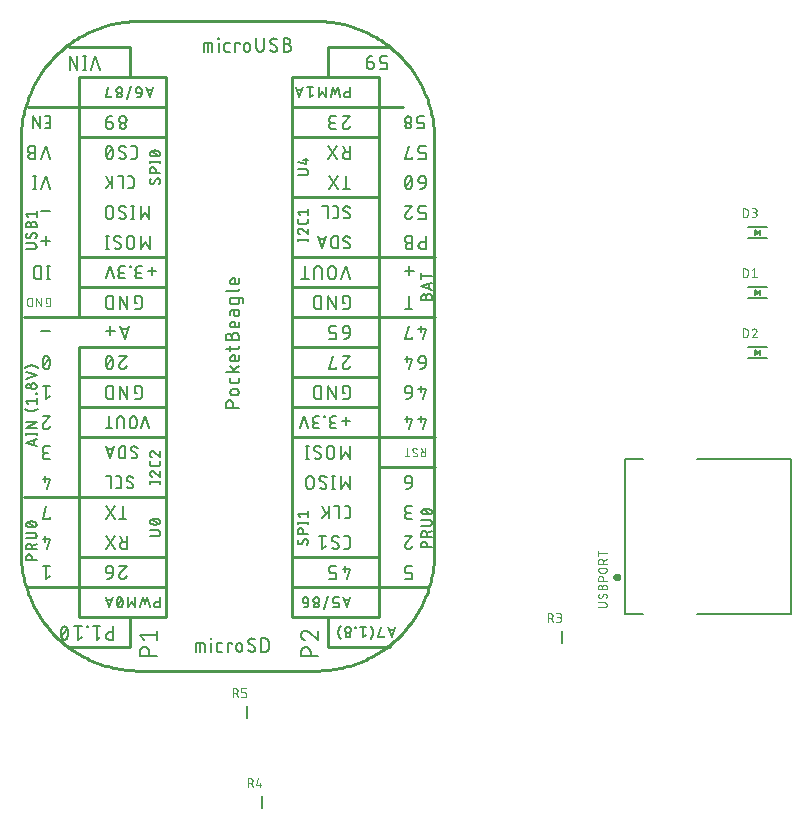
<source format=gbr>
G04 EAGLE Gerber RS-274X export*
G75*
%MOMM*%
%FSLAX34Y34*%
%LPD*%
%INSilkscreen Top*%
%IPPOS*%
%AMOC8*
5,1,8,0,0,1.08239X$1,22.5*%
G01*
%ADD10C,0.127000*%
%ADD11C,0.101600*%
%ADD12C,0.076200*%
%ADD13C,0.254000*%
%ADD14C,0.152400*%
%ADD15C,0.203200*%
%ADD16C,0.300000*%

G36*
X937805Y543476D02*
X937805Y543476D01*
X937905Y543475D01*
X937919Y543479D01*
X937931Y543479D01*
X937974Y543497D01*
X938084Y543533D01*
X942084Y545533D01*
X942119Y545559D01*
X942160Y545578D01*
X942209Y545626D01*
X942263Y545667D01*
X942288Y545704D01*
X942319Y545736D01*
X942348Y545798D01*
X942385Y545855D01*
X942395Y545899D01*
X942414Y545939D01*
X942419Y546008D01*
X942434Y546074D01*
X942428Y546119D01*
X942431Y546163D01*
X942412Y546229D01*
X942403Y546297D01*
X942382Y546336D01*
X942370Y546379D01*
X942329Y546434D01*
X942297Y546494D01*
X942263Y546524D01*
X942237Y546560D01*
X942166Y546609D01*
X942128Y546643D01*
X942107Y546651D01*
X942084Y546667D01*
X938084Y548667D01*
X937988Y548695D01*
X937894Y548727D01*
X937881Y548727D01*
X937868Y548731D01*
X937769Y548724D01*
X937669Y548721D01*
X937658Y548716D01*
X937645Y548715D01*
X937554Y548674D01*
X937462Y548636D01*
X937452Y548628D01*
X937440Y548622D01*
X937369Y548552D01*
X937296Y548485D01*
X937290Y548474D01*
X937281Y548464D01*
X937239Y548374D01*
X937193Y548285D01*
X937191Y548271D01*
X937186Y548261D01*
X937183Y548214D01*
X937166Y548100D01*
X937166Y544100D01*
X937183Y544002D01*
X937197Y543903D01*
X937203Y543892D01*
X937205Y543879D01*
X937256Y543793D01*
X937303Y543706D01*
X937313Y543697D01*
X937320Y543686D01*
X937397Y543623D01*
X937472Y543557D01*
X937484Y543553D01*
X937494Y543545D01*
X937588Y543513D01*
X937681Y543477D01*
X937694Y543477D01*
X937706Y543473D01*
X937805Y543476D01*
G37*
G36*
X937805Y492676D02*
X937805Y492676D01*
X937905Y492675D01*
X937919Y492679D01*
X937931Y492679D01*
X937974Y492697D01*
X938084Y492733D01*
X942084Y494733D01*
X942119Y494759D01*
X942160Y494778D01*
X942209Y494826D01*
X942263Y494867D01*
X942288Y494904D01*
X942319Y494936D01*
X942348Y494998D01*
X942385Y495055D01*
X942395Y495099D01*
X942414Y495139D01*
X942419Y495208D01*
X942434Y495274D01*
X942428Y495319D01*
X942431Y495363D01*
X942412Y495429D01*
X942403Y495497D01*
X942382Y495536D01*
X942370Y495579D01*
X942329Y495634D01*
X942297Y495694D01*
X942263Y495724D01*
X942237Y495760D01*
X942166Y495809D01*
X942128Y495843D01*
X942107Y495851D01*
X942084Y495867D01*
X938084Y497867D01*
X937988Y497895D01*
X937894Y497927D01*
X937881Y497927D01*
X937868Y497931D01*
X937769Y497924D01*
X937669Y497921D01*
X937658Y497916D01*
X937645Y497915D01*
X937554Y497874D01*
X937462Y497836D01*
X937452Y497828D01*
X937440Y497822D01*
X937369Y497752D01*
X937296Y497685D01*
X937290Y497674D01*
X937281Y497664D01*
X937239Y497574D01*
X937193Y497485D01*
X937191Y497471D01*
X937186Y497461D01*
X937183Y497414D01*
X937166Y497300D01*
X937166Y493300D01*
X937183Y493202D01*
X937197Y493103D01*
X937203Y493092D01*
X937205Y493079D01*
X937256Y492993D01*
X937303Y492906D01*
X937313Y492897D01*
X937320Y492886D01*
X937397Y492823D01*
X937472Y492757D01*
X937484Y492753D01*
X937494Y492745D01*
X937588Y492713D01*
X937681Y492677D01*
X937694Y492677D01*
X937706Y492673D01*
X937805Y492676D01*
G37*
G36*
X937805Y441876D02*
X937805Y441876D01*
X937905Y441875D01*
X937919Y441879D01*
X937931Y441879D01*
X937974Y441897D01*
X938084Y441933D01*
X942084Y443933D01*
X942119Y443959D01*
X942160Y443978D01*
X942209Y444026D01*
X942263Y444067D01*
X942288Y444104D01*
X942319Y444136D01*
X942348Y444198D01*
X942385Y444255D01*
X942395Y444299D01*
X942414Y444339D01*
X942419Y444408D01*
X942434Y444474D01*
X942428Y444519D01*
X942431Y444563D01*
X942412Y444629D01*
X942403Y444697D01*
X942382Y444736D01*
X942370Y444779D01*
X942329Y444834D01*
X942297Y444894D01*
X942263Y444924D01*
X942237Y444960D01*
X942166Y445009D01*
X942128Y445043D01*
X942107Y445051D01*
X942084Y445067D01*
X938084Y447067D01*
X937988Y447095D01*
X937894Y447127D01*
X937881Y447127D01*
X937868Y447131D01*
X937769Y447124D01*
X937669Y447121D01*
X937658Y447116D01*
X937645Y447115D01*
X937554Y447074D01*
X937462Y447036D01*
X937452Y447028D01*
X937440Y447022D01*
X937369Y446952D01*
X937296Y446885D01*
X937290Y446874D01*
X937281Y446864D01*
X937239Y446774D01*
X937193Y446685D01*
X937191Y446671D01*
X937186Y446661D01*
X937183Y446614D01*
X937166Y446500D01*
X937166Y442500D01*
X937183Y442402D01*
X937197Y442303D01*
X937203Y442292D01*
X937205Y442279D01*
X937256Y442193D01*
X937303Y442106D01*
X937313Y442097D01*
X937320Y442086D01*
X937397Y442023D01*
X937472Y441957D01*
X937484Y441953D01*
X937494Y441945D01*
X937588Y441913D01*
X937681Y441877D01*
X937694Y441877D01*
X937706Y441873D01*
X937805Y441876D01*
G37*
D10*
X931800Y500300D02*
X947800Y500300D01*
X947800Y490300D02*
X931800Y490300D01*
X941800Y493300D02*
X941800Y497300D01*
D11*
X927608Y508508D02*
X927608Y515620D01*
X929584Y515620D01*
X929670Y515618D01*
X929756Y515612D01*
X929842Y515603D01*
X929927Y515590D01*
X930012Y515573D01*
X930095Y515553D01*
X930178Y515529D01*
X930260Y515501D01*
X930340Y515470D01*
X930419Y515435D01*
X930496Y515397D01*
X930572Y515355D01*
X930646Y515311D01*
X930717Y515263D01*
X930787Y515212D01*
X930854Y515158D01*
X930919Y515101D01*
X930981Y515041D01*
X931041Y514979D01*
X931098Y514914D01*
X931152Y514847D01*
X931203Y514777D01*
X931251Y514706D01*
X931295Y514632D01*
X931337Y514556D01*
X931375Y514479D01*
X931410Y514400D01*
X931441Y514320D01*
X931469Y514238D01*
X931493Y514155D01*
X931513Y514072D01*
X931530Y513987D01*
X931543Y513902D01*
X931552Y513816D01*
X931558Y513730D01*
X931560Y513644D01*
X931559Y513644D02*
X931559Y510484D01*
X931560Y510484D02*
X931558Y510398D01*
X931552Y510312D01*
X931543Y510226D01*
X931530Y510141D01*
X931513Y510056D01*
X931493Y509973D01*
X931469Y509890D01*
X931441Y509808D01*
X931410Y509728D01*
X931375Y509649D01*
X931337Y509572D01*
X931295Y509496D01*
X931251Y509422D01*
X931203Y509351D01*
X931152Y509281D01*
X931098Y509214D01*
X931041Y509149D01*
X930981Y509087D01*
X930919Y509027D01*
X930854Y508970D01*
X930787Y508916D01*
X930717Y508865D01*
X930646Y508817D01*
X930572Y508773D01*
X930496Y508731D01*
X930419Y508693D01*
X930340Y508658D01*
X930260Y508627D01*
X930178Y508599D01*
X930095Y508575D01*
X930012Y508555D01*
X929927Y508538D01*
X929842Y508525D01*
X929756Y508516D01*
X929670Y508510D01*
X929584Y508508D01*
X927608Y508508D01*
X935167Y514040D02*
X937143Y515620D01*
X937143Y508508D01*
X939118Y508508D02*
X935167Y508508D01*
D10*
X931800Y449500D02*
X947800Y449500D01*
X947800Y439500D02*
X931800Y439500D01*
X941800Y442500D02*
X941800Y446500D01*
D11*
X927608Y457708D02*
X927608Y464820D01*
X929584Y464820D01*
X929670Y464818D01*
X929756Y464812D01*
X929842Y464803D01*
X929927Y464790D01*
X930012Y464773D01*
X930095Y464753D01*
X930178Y464729D01*
X930260Y464701D01*
X930340Y464670D01*
X930419Y464635D01*
X930496Y464597D01*
X930572Y464555D01*
X930646Y464511D01*
X930717Y464463D01*
X930787Y464412D01*
X930854Y464358D01*
X930919Y464301D01*
X930981Y464241D01*
X931041Y464179D01*
X931098Y464114D01*
X931152Y464047D01*
X931203Y463977D01*
X931251Y463906D01*
X931295Y463832D01*
X931337Y463756D01*
X931375Y463679D01*
X931410Y463600D01*
X931441Y463520D01*
X931469Y463438D01*
X931493Y463355D01*
X931513Y463272D01*
X931530Y463187D01*
X931543Y463102D01*
X931552Y463016D01*
X931558Y462930D01*
X931560Y462844D01*
X931559Y462844D02*
X931559Y459684D01*
X931560Y459684D02*
X931558Y459598D01*
X931552Y459512D01*
X931543Y459426D01*
X931530Y459341D01*
X931513Y459256D01*
X931493Y459173D01*
X931469Y459090D01*
X931441Y459008D01*
X931410Y458928D01*
X931375Y458849D01*
X931337Y458772D01*
X931295Y458696D01*
X931251Y458622D01*
X931203Y458551D01*
X931152Y458481D01*
X931098Y458414D01*
X931041Y458349D01*
X930981Y458287D01*
X930919Y458227D01*
X930854Y458170D01*
X930787Y458116D01*
X930717Y458065D01*
X930646Y458017D01*
X930572Y457973D01*
X930496Y457931D01*
X930419Y457893D01*
X930340Y457858D01*
X930260Y457827D01*
X930178Y457799D01*
X930095Y457775D01*
X930012Y457755D01*
X929927Y457738D01*
X929842Y457725D01*
X929756Y457716D01*
X929670Y457710D01*
X929584Y457708D01*
X927608Y457708D01*
X937340Y464820D02*
X937422Y464818D01*
X937504Y464812D01*
X937586Y464803D01*
X937667Y464790D01*
X937747Y464773D01*
X937827Y464752D01*
X937905Y464728D01*
X937982Y464700D01*
X938058Y464669D01*
X938133Y464634D01*
X938205Y464595D01*
X938276Y464554D01*
X938345Y464509D01*
X938411Y464461D01*
X938476Y464410D01*
X938538Y464356D01*
X938597Y464299D01*
X938654Y464240D01*
X938708Y464178D01*
X938759Y464113D01*
X938807Y464047D01*
X938852Y463978D01*
X938893Y463907D01*
X938932Y463835D01*
X938967Y463760D01*
X938998Y463684D01*
X939026Y463607D01*
X939050Y463529D01*
X939071Y463449D01*
X939088Y463369D01*
X939101Y463288D01*
X939110Y463206D01*
X939116Y463124D01*
X939118Y463042D01*
X937340Y464820D02*
X937247Y464818D01*
X937155Y464812D01*
X937063Y464803D01*
X936971Y464790D01*
X936880Y464773D01*
X936790Y464753D01*
X936700Y464729D01*
X936612Y464701D01*
X936524Y464669D01*
X936439Y464635D01*
X936354Y464596D01*
X936272Y464555D01*
X936191Y464510D01*
X936111Y464461D01*
X936034Y464410D01*
X935959Y464356D01*
X935887Y464298D01*
X935817Y464238D01*
X935749Y464174D01*
X935684Y464109D01*
X935621Y464040D01*
X935562Y463969D01*
X935505Y463896D01*
X935451Y463820D01*
X935401Y463743D01*
X935353Y463663D01*
X935309Y463582D01*
X935269Y463498D01*
X935231Y463414D01*
X935197Y463327D01*
X935167Y463240D01*
X938525Y461659D02*
X938586Y461720D01*
X938644Y461783D01*
X938699Y461849D01*
X938752Y461917D01*
X938801Y461988D01*
X938846Y462060D01*
X938889Y462135D01*
X938928Y462211D01*
X938964Y462290D01*
X938996Y462369D01*
X939024Y462450D01*
X939049Y462533D01*
X939070Y462616D01*
X939087Y462700D01*
X939101Y462785D01*
X939110Y462870D01*
X939116Y462956D01*
X939118Y463042D01*
X938525Y461659D02*
X935167Y457708D01*
X939118Y457708D01*
D10*
X931800Y551100D02*
X947800Y551100D01*
X947800Y541100D02*
X931800Y541100D01*
X941800Y544100D02*
X941800Y548100D01*
D11*
X927608Y559308D02*
X927608Y566420D01*
X929584Y566420D01*
X929670Y566418D01*
X929756Y566412D01*
X929842Y566403D01*
X929927Y566390D01*
X930012Y566373D01*
X930095Y566353D01*
X930178Y566329D01*
X930260Y566301D01*
X930340Y566270D01*
X930419Y566235D01*
X930496Y566197D01*
X930572Y566155D01*
X930646Y566111D01*
X930717Y566063D01*
X930787Y566012D01*
X930854Y565958D01*
X930919Y565901D01*
X930981Y565841D01*
X931041Y565779D01*
X931098Y565714D01*
X931152Y565647D01*
X931203Y565577D01*
X931251Y565506D01*
X931295Y565432D01*
X931337Y565356D01*
X931375Y565279D01*
X931410Y565200D01*
X931441Y565120D01*
X931469Y565038D01*
X931493Y564955D01*
X931513Y564872D01*
X931530Y564787D01*
X931543Y564702D01*
X931552Y564616D01*
X931558Y564530D01*
X931560Y564444D01*
X931559Y564444D02*
X931559Y561284D01*
X931560Y561284D02*
X931558Y561198D01*
X931552Y561112D01*
X931543Y561026D01*
X931530Y560941D01*
X931513Y560856D01*
X931493Y560773D01*
X931469Y560690D01*
X931441Y560608D01*
X931410Y560528D01*
X931375Y560449D01*
X931337Y560372D01*
X931295Y560296D01*
X931251Y560222D01*
X931203Y560151D01*
X931152Y560081D01*
X931098Y560014D01*
X931041Y559949D01*
X930981Y559887D01*
X930919Y559827D01*
X930854Y559770D01*
X930787Y559716D01*
X930717Y559665D01*
X930646Y559617D01*
X930572Y559573D01*
X930496Y559531D01*
X930419Y559493D01*
X930340Y559458D01*
X930260Y559427D01*
X930178Y559399D01*
X930095Y559375D01*
X930012Y559355D01*
X929927Y559338D01*
X929842Y559325D01*
X929756Y559316D01*
X929670Y559310D01*
X929584Y559308D01*
X927608Y559308D01*
X935167Y559308D02*
X937143Y559308D01*
X937230Y559310D01*
X937318Y559316D01*
X937405Y559325D01*
X937491Y559339D01*
X937577Y559356D01*
X937661Y559377D01*
X937745Y559402D01*
X937828Y559431D01*
X937909Y559463D01*
X937989Y559498D01*
X938067Y559537D01*
X938144Y559580D01*
X938218Y559626D01*
X938290Y559675D01*
X938360Y559727D01*
X938428Y559783D01*
X938493Y559841D01*
X938556Y559902D01*
X938615Y559966D01*
X938672Y560033D01*
X938726Y560101D01*
X938777Y560173D01*
X938824Y560246D01*
X938869Y560321D01*
X938910Y560399D01*
X938947Y560478D01*
X938981Y560558D01*
X939011Y560640D01*
X939038Y560723D01*
X939061Y560808D01*
X939080Y560893D01*
X939095Y560979D01*
X939107Y561066D01*
X939115Y561153D01*
X939119Y561240D01*
X939119Y561328D01*
X939115Y561415D01*
X939107Y561502D01*
X939095Y561589D01*
X939080Y561675D01*
X939061Y561760D01*
X939038Y561845D01*
X939011Y561928D01*
X938981Y562010D01*
X938947Y562090D01*
X938910Y562169D01*
X938869Y562247D01*
X938824Y562322D01*
X938777Y562395D01*
X938726Y562467D01*
X938672Y562535D01*
X938615Y562602D01*
X938556Y562666D01*
X938493Y562727D01*
X938428Y562785D01*
X938360Y562841D01*
X938290Y562893D01*
X938218Y562942D01*
X938144Y562988D01*
X938067Y563031D01*
X937989Y563070D01*
X937909Y563105D01*
X937828Y563137D01*
X937745Y563166D01*
X937661Y563191D01*
X937577Y563212D01*
X937491Y563229D01*
X937405Y563243D01*
X937318Y563252D01*
X937230Y563258D01*
X937143Y563260D01*
X937538Y566420D02*
X935167Y566420D01*
X937538Y566420D02*
X937617Y566418D01*
X937695Y566412D01*
X937773Y566402D01*
X937851Y566389D01*
X937928Y566371D01*
X938004Y566350D01*
X938078Y566325D01*
X938152Y566296D01*
X938224Y566264D01*
X938294Y566228D01*
X938362Y566188D01*
X938428Y566145D01*
X938492Y566099D01*
X938554Y566050D01*
X938613Y565998D01*
X938669Y565943D01*
X938723Y565885D01*
X938773Y565825D01*
X938821Y565762D01*
X938865Y565697D01*
X938906Y565630D01*
X938944Y565561D01*
X938978Y565490D01*
X939009Y565417D01*
X939036Y565343D01*
X939059Y565268D01*
X939078Y565192D01*
X939094Y565114D01*
X939106Y565036D01*
X939114Y564958D01*
X939118Y564879D01*
X939118Y564801D01*
X939114Y564722D01*
X939106Y564644D01*
X939094Y564566D01*
X939078Y564488D01*
X939059Y564412D01*
X939036Y564337D01*
X939009Y564263D01*
X938978Y564190D01*
X938944Y564119D01*
X938906Y564050D01*
X938865Y563983D01*
X938821Y563918D01*
X938773Y563855D01*
X938723Y563795D01*
X938669Y563737D01*
X938613Y563682D01*
X938554Y563630D01*
X938492Y563581D01*
X938428Y563535D01*
X938362Y563492D01*
X938294Y563452D01*
X938224Y563416D01*
X938152Y563384D01*
X938078Y563355D01*
X938004Y563330D01*
X937928Y563309D01*
X937851Y563291D01*
X937773Y563278D01*
X937695Y563268D01*
X937617Y563262D01*
X937538Y563260D01*
X937538Y563259D02*
X935957Y563259D01*
D10*
X774700Y208280D02*
X774700Y198120D01*
D12*
X762381Y216281D02*
X762381Y223647D01*
X764427Y223647D01*
X764516Y223645D01*
X764605Y223639D01*
X764694Y223629D01*
X764782Y223616D01*
X764870Y223599D01*
X764957Y223577D01*
X765042Y223552D01*
X765127Y223524D01*
X765210Y223491D01*
X765292Y223455D01*
X765372Y223416D01*
X765450Y223373D01*
X765526Y223327D01*
X765601Y223277D01*
X765673Y223224D01*
X765742Y223168D01*
X765809Y223109D01*
X765874Y223048D01*
X765935Y222983D01*
X765994Y222916D01*
X766050Y222847D01*
X766103Y222775D01*
X766153Y222700D01*
X766199Y222624D01*
X766242Y222546D01*
X766281Y222466D01*
X766317Y222384D01*
X766350Y222301D01*
X766378Y222216D01*
X766403Y222131D01*
X766425Y222044D01*
X766442Y221956D01*
X766455Y221868D01*
X766465Y221779D01*
X766471Y221690D01*
X766473Y221601D01*
X766471Y221512D01*
X766465Y221423D01*
X766455Y221334D01*
X766442Y221246D01*
X766425Y221158D01*
X766403Y221071D01*
X766378Y220986D01*
X766350Y220901D01*
X766317Y220818D01*
X766281Y220736D01*
X766242Y220656D01*
X766199Y220578D01*
X766153Y220502D01*
X766103Y220427D01*
X766050Y220355D01*
X765994Y220286D01*
X765935Y220219D01*
X765874Y220154D01*
X765809Y220093D01*
X765742Y220034D01*
X765673Y219978D01*
X765601Y219925D01*
X765526Y219875D01*
X765450Y219829D01*
X765372Y219786D01*
X765292Y219747D01*
X765210Y219711D01*
X765127Y219678D01*
X765042Y219650D01*
X764957Y219625D01*
X764870Y219603D01*
X764782Y219586D01*
X764694Y219573D01*
X764605Y219563D01*
X764516Y219557D01*
X764427Y219555D01*
X762381Y219555D01*
X764836Y219555D02*
X766473Y216281D01*
X769645Y216281D02*
X771691Y216281D01*
X771780Y216283D01*
X771869Y216289D01*
X771958Y216299D01*
X772046Y216312D01*
X772134Y216329D01*
X772221Y216351D01*
X772306Y216376D01*
X772391Y216404D01*
X772474Y216437D01*
X772556Y216473D01*
X772636Y216512D01*
X772714Y216555D01*
X772790Y216601D01*
X772865Y216651D01*
X772937Y216704D01*
X773006Y216760D01*
X773073Y216819D01*
X773138Y216880D01*
X773199Y216945D01*
X773258Y217012D01*
X773314Y217081D01*
X773367Y217153D01*
X773417Y217228D01*
X773463Y217304D01*
X773506Y217382D01*
X773545Y217462D01*
X773581Y217544D01*
X773614Y217627D01*
X773642Y217712D01*
X773667Y217797D01*
X773689Y217884D01*
X773706Y217972D01*
X773719Y218060D01*
X773729Y218149D01*
X773735Y218238D01*
X773737Y218327D01*
X773735Y218416D01*
X773729Y218505D01*
X773719Y218594D01*
X773706Y218682D01*
X773689Y218770D01*
X773667Y218857D01*
X773642Y218942D01*
X773614Y219027D01*
X773581Y219110D01*
X773545Y219192D01*
X773506Y219272D01*
X773463Y219350D01*
X773417Y219426D01*
X773367Y219501D01*
X773314Y219573D01*
X773258Y219642D01*
X773199Y219709D01*
X773138Y219774D01*
X773073Y219835D01*
X773006Y219894D01*
X772937Y219950D01*
X772865Y220003D01*
X772790Y220053D01*
X772714Y220099D01*
X772636Y220142D01*
X772556Y220181D01*
X772474Y220217D01*
X772391Y220250D01*
X772306Y220278D01*
X772221Y220303D01*
X772134Y220325D01*
X772046Y220342D01*
X771958Y220355D01*
X771869Y220365D01*
X771780Y220371D01*
X771691Y220373D01*
X772100Y223647D02*
X769645Y223647D01*
X772100Y223647D02*
X772179Y223645D01*
X772258Y223639D01*
X772337Y223630D01*
X772415Y223617D01*
X772492Y223599D01*
X772568Y223579D01*
X772643Y223554D01*
X772717Y223526D01*
X772790Y223495D01*
X772861Y223459D01*
X772930Y223421D01*
X772997Y223379D01*
X773062Y223334D01*
X773125Y223286D01*
X773186Y223235D01*
X773243Y223181D01*
X773299Y223125D01*
X773351Y223066D01*
X773401Y223004D01*
X773447Y222940D01*
X773491Y222874D01*
X773531Y222806D01*
X773567Y222736D01*
X773601Y222664D01*
X773631Y222590D01*
X773657Y222516D01*
X773680Y222440D01*
X773698Y222363D01*
X773714Y222286D01*
X773725Y222207D01*
X773733Y222129D01*
X773737Y222050D01*
X773737Y221970D01*
X773733Y221891D01*
X773725Y221813D01*
X773714Y221734D01*
X773698Y221657D01*
X773680Y221580D01*
X773657Y221504D01*
X773631Y221430D01*
X773601Y221356D01*
X773567Y221284D01*
X773531Y221214D01*
X773491Y221146D01*
X773447Y221080D01*
X773401Y221016D01*
X773351Y220954D01*
X773299Y220895D01*
X773243Y220839D01*
X773186Y220785D01*
X773125Y220734D01*
X773062Y220686D01*
X772997Y220641D01*
X772930Y220599D01*
X772861Y220561D01*
X772790Y220525D01*
X772717Y220494D01*
X772643Y220466D01*
X772568Y220441D01*
X772492Y220421D01*
X772415Y220403D01*
X772337Y220390D01*
X772258Y220381D01*
X772179Y220375D01*
X772100Y220373D01*
X770463Y220373D01*
D10*
X520700Y68580D02*
X520700Y58420D01*
D12*
X508381Y76581D02*
X508381Y83947D01*
X510427Y83947D01*
X510516Y83945D01*
X510605Y83939D01*
X510694Y83929D01*
X510782Y83916D01*
X510870Y83899D01*
X510957Y83877D01*
X511042Y83852D01*
X511127Y83824D01*
X511210Y83791D01*
X511292Y83755D01*
X511372Y83716D01*
X511450Y83673D01*
X511526Y83627D01*
X511601Y83577D01*
X511673Y83524D01*
X511742Y83468D01*
X511809Y83409D01*
X511874Y83348D01*
X511935Y83283D01*
X511994Y83216D01*
X512050Y83147D01*
X512103Y83075D01*
X512153Y83000D01*
X512199Y82924D01*
X512242Y82846D01*
X512281Y82766D01*
X512317Y82684D01*
X512350Y82601D01*
X512378Y82516D01*
X512403Y82431D01*
X512425Y82344D01*
X512442Y82256D01*
X512455Y82168D01*
X512465Y82079D01*
X512471Y81990D01*
X512473Y81901D01*
X512471Y81812D01*
X512465Y81723D01*
X512455Y81634D01*
X512442Y81546D01*
X512425Y81458D01*
X512403Y81371D01*
X512378Y81286D01*
X512350Y81201D01*
X512317Y81118D01*
X512281Y81036D01*
X512242Y80956D01*
X512199Y80878D01*
X512153Y80802D01*
X512103Y80727D01*
X512050Y80655D01*
X511994Y80586D01*
X511935Y80519D01*
X511874Y80454D01*
X511809Y80393D01*
X511742Y80334D01*
X511673Y80278D01*
X511601Y80225D01*
X511526Y80175D01*
X511450Y80129D01*
X511372Y80086D01*
X511292Y80047D01*
X511210Y80011D01*
X511127Y79978D01*
X511042Y79950D01*
X510957Y79925D01*
X510870Y79903D01*
X510782Y79886D01*
X510694Y79873D01*
X510605Y79863D01*
X510516Y79857D01*
X510427Y79855D01*
X508381Y79855D01*
X510836Y79855D02*
X512473Y76581D01*
X515645Y78218D02*
X517282Y83947D01*
X515645Y78218D02*
X519737Y78218D01*
X518510Y79855D02*
X518510Y76581D01*
D10*
X508000Y134620D02*
X508000Y144780D01*
D12*
X495681Y152781D02*
X495681Y160147D01*
X497727Y160147D01*
X497816Y160145D01*
X497905Y160139D01*
X497994Y160129D01*
X498082Y160116D01*
X498170Y160099D01*
X498257Y160077D01*
X498342Y160052D01*
X498427Y160024D01*
X498510Y159991D01*
X498592Y159955D01*
X498672Y159916D01*
X498750Y159873D01*
X498826Y159827D01*
X498901Y159777D01*
X498973Y159724D01*
X499042Y159668D01*
X499109Y159609D01*
X499174Y159548D01*
X499235Y159483D01*
X499294Y159416D01*
X499350Y159347D01*
X499403Y159275D01*
X499453Y159200D01*
X499499Y159124D01*
X499542Y159046D01*
X499581Y158966D01*
X499617Y158884D01*
X499650Y158801D01*
X499678Y158716D01*
X499703Y158631D01*
X499725Y158544D01*
X499742Y158456D01*
X499755Y158368D01*
X499765Y158279D01*
X499771Y158190D01*
X499773Y158101D01*
X499771Y158012D01*
X499765Y157923D01*
X499755Y157834D01*
X499742Y157746D01*
X499725Y157658D01*
X499703Y157571D01*
X499678Y157486D01*
X499650Y157401D01*
X499617Y157318D01*
X499581Y157236D01*
X499542Y157156D01*
X499499Y157078D01*
X499453Y157002D01*
X499403Y156927D01*
X499350Y156855D01*
X499294Y156786D01*
X499235Y156719D01*
X499174Y156654D01*
X499109Y156593D01*
X499042Y156534D01*
X498973Y156478D01*
X498901Y156425D01*
X498826Y156375D01*
X498750Y156329D01*
X498672Y156286D01*
X498592Y156247D01*
X498510Y156211D01*
X498427Y156178D01*
X498342Y156150D01*
X498257Y156125D01*
X498170Y156103D01*
X498082Y156086D01*
X497994Y156073D01*
X497905Y156063D01*
X497816Y156057D01*
X497727Y156055D01*
X495681Y156055D01*
X498136Y156055D02*
X499773Y152781D01*
X502945Y152781D02*
X505400Y152781D01*
X505478Y152783D01*
X505556Y152788D01*
X505633Y152798D01*
X505710Y152811D01*
X505786Y152827D01*
X505861Y152847D01*
X505935Y152871D01*
X506008Y152898D01*
X506080Y152929D01*
X506150Y152963D01*
X506219Y153000D01*
X506285Y153041D01*
X506350Y153085D01*
X506412Y153131D01*
X506472Y153181D01*
X506530Y153233D01*
X506585Y153288D01*
X506637Y153346D01*
X506687Y153406D01*
X506733Y153468D01*
X506777Y153533D01*
X506818Y153600D01*
X506855Y153668D01*
X506889Y153738D01*
X506920Y153810D01*
X506947Y153883D01*
X506971Y153957D01*
X506991Y154032D01*
X507007Y154108D01*
X507020Y154185D01*
X507030Y154262D01*
X507035Y154340D01*
X507037Y154418D01*
X507037Y155236D01*
X507035Y155314D01*
X507030Y155392D01*
X507020Y155469D01*
X507007Y155546D01*
X506991Y155622D01*
X506971Y155697D01*
X506947Y155771D01*
X506920Y155844D01*
X506889Y155916D01*
X506855Y155986D01*
X506818Y156055D01*
X506777Y156121D01*
X506733Y156186D01*
X506687Y156248D01*
X506637Y156308D01*
X506585Y156366D01*
X506530Y156421D01*
X506472Y156473D01*
X506412Y156523D01*
X506350Y156569D01*
X506285Y156613D01*
X506219Y156654D01*
X506150Y156691D01*
X506080Y156725D01*
X506008Y156756D01*
X505935Y156783D01*
X505861Y156807D01*
X505786Y156827D01*
X505710Y156843D01*
X505633Y156856D01*
X505556Y156866D01*
X505478Y156871D01*
X505400Y156873D01*
X502945Y156873D01*
X502945Y160147D01*
X507037Y160147D01*
D13*
X666230Y275170D02*
X666230Y625170D01*
X666201Y627586D01*
X666113Y630001D01*
X665967Y632413D01*
X665763Y634821D01*
X665501Y637224D01*
X665181Y639619D01*
X664803Y642006D01*
X664367Y644383D01*
X663874Y646748D01*
X663324Y649102D01*
X662718Y651441D01*
X662055Y653765D01*
X661336Y656072D01*
X660561Y658361D01*
X659732Y660630D01*
X658847Y662879D01*
X657909Y665106D01*
X656917Y667310D01*
X655873Y669489D01*
X654776Y671642D01*
X653627Y673768D01*
X652427Y675866D01*
X651177Y677934D01*
X649877Y679971D01*
X648528Y681976D01*
X647132Y683949D01*
X645688Y685886D01*
X644197Y687789D01*
X642662Y689654D01*
X641081Y691482D01*
X639457Y693272D01*
X637790Y695021D01*
X636081Y696730D01*
X634332Y698397D01*
X632542Y700021D01*
X630714Y701602D01*
X628849Y703137D01*
X626946Y704628D01*
X625009Y706072D01*
X623036Y707468D01*
X621031Y708817D01*
X618994Y710117D01*
X616926Y711367D01*
X614828Y712567D01*
X612702Y713716D01*
X610549Y714813D01*
X608370Y715857D01*
X606166Y716849D01*
X603939Y717787D01*
X601690Y718672D01*
X599421Y719501D01*
X597132Y720276D01*
X594825Y720995D01*
X592501Y721658D01*
X590162Y722264D01*
X587808Y722814D01*
X585443Y723307D01*
X583066Y723743D01*
X580679Y724121D01*
X578284Y724441D01*
X575881Y724703D01*
X573473Y724907D01*
X571061Y725053D01*
X568646Y725141D01*
X566230Y725170D01*
X416230Y725170D01*
X413814Y725141D01*
X411399Y725053D01*
X408987Y724907D01*
X406579Y724703D01*
X404176Y724441D01*
X401781Y724121D01*
X399394Y723743D01*
X397017Y723307D01*
X394652Y722814D01*
X392298Y722264D01*
X389959Y721658D01*
X387635Y720995D01*
X385328Y720276D01*
X383039Y719501D01*
X380770Y718672D01*
X378521Y717787D01*
X376294Y716849D01*
X374090Y715857D01*
X371911Y714813D01*
X369758Y713716D01*
X367632Y712567D01*
X365534Y711367D01*
X363466Y710117D01*
X361429Y708817D01*
X359424Y707468D01*
X357451Y706072D01*
X355514Y704628D01*
X353611Y703137D01*
X351746Y701602D01*
X349918Y700021D01*
X348128Y698397D01*
X346379Y696730D01*
X344670Y695021D01*
X343003Y693272D01*
X341379Y691482D01*
X339798Y689654D01*
X338263Y687789D01*
X336772Y685886D01*
X335328Y683949D01*
X333932Y681976D01*
X332583Y679971D01*
X331283Y677934D01*
X330033Y675866D01*
X328833Y673768D01*
X327684Y671642D01*
X326587Y669489D01*
X325543Y667310D01*
X324551Y665106D01*
X323613Y662879D01*
X322728Y660630D01*
X321899Y658361D01*
X321124Y656072D01*
X320405Y653765D01*
X319742Y651441D01*
X319136Y649102D01*
X318586Y646748D01*
X318093Y644383D01*
X317657Y642006D01*
X317279Y639619D01*
X316959Y637224D01*
X316697Y634821D01*
X316493Y632413D01*
X316347Y630001D01*
X316259Y627586D01*
X316230Y625170D01*
X316230Y275170D01*
X316259Y272754D01*
X316347Y270339D01*
X316493Y267927D01*
X316697Y265519D01*
X316959Y263116D01*
X317279Y260721D01*
X317657Y258334D01*
X318093Y255957D01*
X318586Y253592D01*
X319136Y251238D01*
X319742Y248899D01*
X320405Y246575D01*
X321124Y244268D01*
X321899Y241979D01*
X322728Y239710D01*
X323613Y237461D01*
X324551Y235234D01*
X325543Y233030D01*
X326587Y230851D01*
X327684Y228698D01*
X328833Y226572D01*
X330033Y224474D01*
X331283Y222406D01*
X332583Y220369D01*
X333932Y218364D01*
X335328Y216391D01*
X336772Y214454D01*
X338263Y212551D01*
X339798Y210686D01*
X341379Y208858D01*
X343003Y207068D01*
X344670Y205319D01*
X346379Y203610D01*
X348128Y201943D01*
X349918Y200319D01*
X351746Y198738D01*
X353611Y197203D01*
X355514Y195712D01*
X357451Y194268D01*
X359424Y192872D01*
X361429Y191523D01*
X363466Y190223D01*
X365534Y188973D01*
X367632Y187773D01*
X369758Y186624D01*
X371911Y185527D01*
X374090Y184483D01*
X376294Y183491D01*
X378521Y182553D01*
X380770Y181668D01*
X383039Y180839D01*
X385328Y180064D01*
X387635Y179345D01*
X389959Y178682D01*
X392298Y178076D01*
X394652Y177526D01*
X397017Y177033D01*
X399394Y176597D01*
X401781Y176219D01*
X404176Y175899D01*
X406579Y175637D01*
X408987Y175433D01*
X411399Y175287D01*
X413814Y175199D01*
X416230Y175170D01*
X566230Y175170D01*
X568646Y175199D01*
X571061Y175287D01*
X573473Y175433D01*
X575881Y175637D01*
X578284Y175899D01*
X580679Y176219D01*
X583066Y176597D01*
X585443Y177033D01*
X587808Y177526D01*
X590162Y178076D01*
X592501Y178682D01*
X594825Y179345D01*
X597132Y180064D01*
X599421Y180839D01*
X601690Y181668D01*
X603939Y182553D01*
X606166Y183491D01*
X608370Y184483D01*
X610549Y185527D01*
X612702Y186624D01*
X614828Y187773D01*
X616926Y188973D01*
X618994Y190223D01*
X621031Y191523D01*
X623036Y192872D01*
X625009Y194268D01*
X626946Y195712D01*
X628849Y197203D01*
X630714Y198738D01*
X632542Y200319D01*
X634332Y201943D01*
X636081Y203610D01*
X637790Y205319D01*
X639457Y207068D01*
X641081Y208858D01*
X642662Y210686D01*
X644197Y212551D01*
X645688Y214454D01*
X647132Y216391D01*
X648528Y218364D01*
X649877Y220369D01*
X651177Y222406D01*
X652427Y224474D01*
X653627Y226572D01*
X654776Y228698D01*
X655873Y230851D01*
X656917Y233030D01*
X657909Y235234D01*
X658847Y237461D01*
X659732Y239710D01*
X660561Y241979D01*
X661336Y244268D01*
X662055Y246575D01*
X662718Y248899D01*
X663324Y251238D01*
X663874Y253592D01*
X664367Y255957D01*
X664803Y258334D01*
X665181Y260721D01*
X665501Y263116D01*
X665763Y265519D01*
X665967Y267927D01*
X666113Y270339D01*
X666201Y272754D01*
X666230Y275170D01*
D14*
X500888Y397849D02*
X489712Y397849D01*
X489712Y400953D01*
X489714Y401064D01*
X489720Y401174D01*
X489730Y401285D01*
X489744Y401395D01*
X489761Y401504D01*
X489783Y401613D01*
X489808Y401721D01*
X489838Y401827D01*
X489871Y401933D01*
X489908Y402038D01*
X489948Y402141D01*
X489993Y402242D01*
X490040Y402342D01*
X490092Y402441D01*
X490147Y402537D01*
X490205Y402631D01*
X490266Y402723D01*
X490331Y402813D01*
X490399Y402901D01*
X490470Y402986D01*
X490544Y403068D01*
X490621Y403148D01*
X490701Y403225D01*
X490783Y403299D01*
X490868Y403370D01*
X490956Y403438D01*
X491046Y403503D01*
X491138Y403564D01*
X491232Y403622D01*
X491328Y403677D01*
X491427Y403729D01*
X491527Y403776D01*
X491628Y403821D01*
X491731Y403861D01*
X491836Y403898D01*
X491942Y403931D01*
X492048Y403961D01*
X492156Y403986D01*
X492265Y404008D01*
X492374Y404025D01*
X492484Y404039D01*
X492595Y404049D01*
X492705Y404055D01*
X492816Y404057D01*
X492927Y404055D01*
X493037Y404049D01*
X493148Y404039D01*
X493258Y404025D01*
X493367Y404008D01*
X493476Y403986D01*
X493584Y403961D01*
X493690Y403931D01*
X493796Y403898D01*
X493901Y403861D01*
X494004Y403821D01*
X494105Y403776D01*
X494205Y403729D01*
X494304Y403677D01*
X494400Y403622D01*
X494494Y403564D01*
X494586Y403503D01*
X494676Y403438D01*
X494764Y403370D01*
X494849Y403299D01*
X494931Y403225D01*
X495011Y403148D01*
X495088Y403068D01*
X495162Y402986D01*
X495233Y402901D01*
X495301Y402813D01*
X495366Y402723D01*
X495427Y402631D01*
X495485Y402537D01*
X495540Y402441D01*
X495592Y402342D01*
X495639Y402242D01*
X495684Y402141D01*
X495724Y402038D01*
X495761Y401933D01*
X495794Y401827D01*
X495824Y401721D01*
X495849Y401613D01*
X495871Y401504D01*
X495888Y401395D01*
X495902Y401285D01*
X495912Y401174D01*
X495918Y401064D01*
X495920Y400953D01*
X495921Y400953D02*
X495921Y397849D01*
X495921Y408545D02*
X498404Y408545D01*
X495921Y408545D02*
X495822Y408547D01*
X495724Y408553D01*
X495625Y408563D01*
X495528Y408576D01*
X495430Y408594D01*
X495334Y408615D01*
X495238Y408641D01*
X495144Y408670D01*
X495051Y408702D01*
X494959Y408739D01*
X494869Y408779D01*
X494780Y408823D01*
X494693Y408870D01*
X494608Y408920D01*
X494526Y408974D01*
X494445Y409031D01*
X494367Y409091D01*
X494291Y409155D01*
X494218Y409221D01*
X494147Y409290D01*
X494079Y409362D01*
X494015Y409437D01*
X493953Y409514D01*
X493894Y409593D01*
X493839Y409675D01*
X493786Y409759D01*
X493738Y409844D01*
X493692Y409932D01*
X493650Y410022D01*
X493612Y410113D01*
X493578Y410205D01*
X493547Y410299D01*
X493520Y410394D01*
X493496Y410490D01*
X493477Y410587D01*
X493461Y410684D01*
X493449Y410782D01*
X493441Y410881D01*
X493437Y410980D01*
X493437Y411078D01*
X493441Y411177D01*
X493449Y411276D01*
X493461Y411374D01*
X493477Y411471D01*
X493496Y411568D01*
X493520Y411664D01*
X493547Y411759D01*
X493578Y411853D01*
X493612Y411945D01*
X493650Y412036D01*
X493692Y412126D01*
X493738Y412214D01*
X493786Y412299D01*
X493839Y412383D01*
X493894Y412465D01*
X493953Y412544D01*
X494015Y412621D01*
X494079Y412696D01*
X494147Y412768D01*
X494218Y412837D01*
X494291Y412903D01*
X494367Y412967D01*
X494445Y413027D01*
X494526Y413084D01*
X494608Y413138D01*
X494693Y413188D01*
X494780Y413235D01*
X494869Y413279D01*
X494959Y413319D01*
X495051Y413356D01*
X495144Y413388D01*
X495238Y413417D01*
X495334Y413443D01*
X495430Y413464D01*
X495528Y413482D01*
X495625Y413495D01*
X495724Y413505D01*
X495822Y413511D01*
X495921Y413513D01*
X495921Y413512D02*
X498404Y413512D01*
X498404Y413513D02*
X498503Y413511D01*
X498601Y413505D01*
X498700Y413495D01*
X498797Y413482D01*
X498895Y413464D01*
X498991Y413443D01*
X499087Y413417D01*
X499181Y413388D01*
X499274Y413356D01*
X499366Y413319D01*
X499456Y413279D01*
X499545Y413235D01*
X499632Y413188D01*
X499717Y413138D01*
X499799Y413084D01*
X499880Y413027D01*
X499958Y412967D01*
X500034Y412903D01*
X500107Y412837D01*
X500178Y412768D01*
X500246Y412696D01*
X500310Y412621D01*
X500372Y412544D01*
X500431Y412465D01*
X500486Y412383D01*
X500539Y412299D01*
X500587Y412214D01*
X500633Y412126D01*
X500675Y412036D01*
X500713Y411945D01*
X500747Y411853D01*
X500778Y411759D01*
X500805Y411664D01*
X500829Y411568D01*
X500848Y411471D01*
X500864Y411374D01*
X500876Y411276D01*
X500884Y411177D01*
X500888Y411078D01*
X500888Y410980D01*
X500884Y410881D01*
X500876Y410782D01*
X500864Y410684D01*
X500848Y410587D01*
X500829Y410490D01*
X500805Y410394D01*
X500778Y410299D01*
X500747Y410205D01*
X500713Y410113D01*
X500675Y410022D01*
X500633Y409932D01*
X500587Y409844D01*
X500539Y409759D01*
X500486Y409675D01*
X500431Y409593D01*
X500372Y409514D01*
X500310Y409437D01*
X500246Y409362D01*
X500178Y409290D01*
X500107Y409221D01*
X500034Y409155D01*
X499958Y409091D01*
X499880Y409031D01*
X499799Y408974D01*
X499717Y408920D01*
X499632Y408870D01*
X499545Y408823D01*
X499456Y408779D01*
X499366Y408739D01*
X499274Y408702D01*
X499181Y408670D01*
X499087Y408641D01*
X498991Y408615D01*
X498895Y408594D01*
X498797Y408576D01*
X498700Y408563D01*
X498601Y408553D01*
X498503Y408547D01*
X498404Y408545D01*
X500888Y420330D02*
X500888Y422814D01*
X500888Y420330D02*
X500886Y420244D01*
X500880Y420158D01*
X500870Y420073D01*
X500856Y419988D01*
X500839Y419903D01*
X500817Y419820D01*
X500791Y419738D01*
X500762Y419657D01*
X500729Y419578D01*
X500693Y419500D01*
X500653Y419423D01*
X500609Y419349D01*
X500562Y419277D01*
X500512Y419207D01*
X500458Y419140D01*
X500402Y419075D01*
X500342Y419013D01*
X500280Y418953D01*
X500215Y418897D01*
X500148Y418843D01*
X500078Y418793D01*
X500006Y418746D01*
X499932Y418702D01*
X499855Y418662D01*
X499778Y418626D01*
X499698Y418593D01*
X499617Y418564D01*
X499535Y418538D01*
X499452Y418516D01*
X499367Y418499D01*
X499282Y418485D01*
X499197Y418475D01*
X499111Y418469D01*
X499025Y418467D01*
X499025Y418468D02*
X495300Y418468D01*
X495300Y418467D02*
X495216Y418469D01*
X495133Y418474D01*
X495050Y418484D01*
X494967Y418497D01*
X494885Y418514D01*
X494804Y418534D01*
X494724Y418558D01*
X494645Y418586D01*
X494568Y418617D01*
X494492Y418651D01*
X494417Y418689D01*
X494344Y418731D01*
X494274Y418775D01*
X494205Y418823D01*
X494138Y418873D01*
X494074Y418927D01*
X494013Y418983D01*
X493953Y419043D01*
X493897Y419104D01*
X493843Y419168D01*
X493793Y419235D01*
X493745Y419304D01*
X493701Y419374D01*
X493659Y419447D01*
X493621Y419522D01*
X493587Y419598D01*
X493556Y419675D01*
X493528Y419754D01*
X493504Y419834D01*
X493484Y419915D01*
X493467Y419997D01*
X493454Y420080D01*
X493444Y420163D01*
X493439Y420246D01*
X493437Y420330D01*
X493437Y422814D01*
X489712Y427765D02*
X500888Y427765D01*
X497163Y427765D02*
X493437Y432732D01*
X495610Y429938D02*
X500888Y432732D01*
X500888Y438983D02*
X500888Y442087D01*
X500888Y438983D02*
X500886Y438897D01*
X500880Y438811D01*
X500870Y438726D01*
X500856Y438641D01*
X500839Y438556D01*
X500817Y438473D01*
X500791Y438391D01*
X500762Y438310D01*
X500729Y438231D01*
X500693Y438153D01*
X500653Y438076D01*
X500609Y438002D01*
X500562Y437930D01*
X500512Y437860D01*
X500458Y437793D01*
X500402Y437728D01*
X500342Y437666D01*
X500280Y437606D01*
X500215Y437550D01*
X500148Y437496D01*
X500078Y437446D01*
X500006Y437399D01*
X499932Y437355D01*
X499855Y437315D01*
X499778Y437279D01*
X499698Y437246D01*
X499617Y437217D01*
X499535Y437191D01*
X499452Y437169D01*
X499367Y437152D01*
X499282Y437138D01*
X499197Y437128D01*
X499111Y437122D01*
X499025Y437120D01*
X495921Y437120D01*
X495822Y437122D01*
X495724Y437128D01*
X495625Y437138D01*
X495528Y437151D01*
X495430Y437169D01*
X495334Y437190D01*
X495238Y437216D01*
X495144Y437245D01*
X495051Y437277D01*
X494959Y437314D01*
X494869Y437354D01*
X494780Y437398D01*
X494693Y437445D01*
X494608Y437495D01*
X494526Y437549D01*
X494445Y437606D01*
X494367Y437666D01*
X494291Y437730D01*
X494218Y437796D01*
X494147Y437865D01*
X494079Y437937D01*
X494015Y438012D01*
X493953Y438089D01*
X493894Y438168D01*
X493839Y438250D01*
X493786Y438334D01*
X493738Y438419D01*
X493692Y438507D01*
X493650Y438597D01*
X493612Y438688D01*
X493578Y438780D01*
X493547Y438874D01*
X493520Y438969D01*
X493496Y439065D01*
X493477Y439162D01*
X493461Y439259D01*
X493449Y439357D01*
X493441Y439456D01*
X493437Y439555D01*
X493437Y439653D01*
X493441Y439752D01*
X493449Y439851D01*
X493461Y439949D01*
X493477Y440046D01*
X493496Y440143D01*
X493520Y440239D01*
X493547Y440334D01*
X493578Y440428D01*
X493612Y440520D01*
X493650Y440611D01*
X493692Y440701D01*
X493738Y440789D01*
X493786Y440874D01*
X493839Y440958D01*
X493894Y441040D01*
X493953Y441119D01*
X494015Y441196D01*
X494079Y441271D01*
X494147Y441343D01*
X494218Y441412D01*
X494291Y441478D01*
X494367Y441542D01*
X494445Y441602D01*
X494526Y441659D01*
X494608Y441713D01*
X494693Y441763D01*
X494780Y441810D01*
X494869Y441854D01*
X494959Y441894D01*
X495051Y441931D01*
X495144Y441963D01*
X495238Y441992D01*
X495334Y442018D01*
X495430Y442039D01*
X495528Y442057D01*
X495625Y442070D01*
X495724Y442080D01*
X495822Y442086D01*
X495921Y442088D01*
X495921Y442087D02*
X497163Y442087D01*
X497163Y437120D01*
X493437Y446008D02*
X493437Y449733D01*
X489712Y447249D02*
X499025Y447249D01*
X499109Y447251D01*
X499192Y447257D01*
X499275Y447266D01*
X499358Y447279D01*
X499440Y447296D01*
X499521Y447316D01*
X499601Y447340D01*
X499680Y447368D01*
X499757Y447399D01*
X499833Y447433D01*
X499908Y447471D01*
X499981Y447513D01*
X500051Y447557D01*
X500120Y447605D01*
X500187Y447655D01*
X500251Y447709D01*
X500312Y447765D01*
X500372Y447825D01*
X500428Y447886D01*
X500482Y447950D01*
X500532Y448017D01*
X500580Y448086D01*
X500624Y448156D01*
X500666Y448229D01*
X500704Y448304D01*
X500738Y448380D01*
X500769Y448457D01*
X500797Y448536D01*
X500821Y448616D01*
X500841Y448697D01*
X500858Y448779D01*
X500871Y448862D01*
X500881Y448945D01*
X500886Y449028D01*
X500888Y449112D01*
X500888Y449733D01*
X494679Y454999D02*
X494679Y458103D01*
X494680Y458103D02*
X494682Y458214D01*
X494688Y458324D01*
X494698Y458435D01*
X494712Y458545D01*
X494729Y458654D01*
X494751Y458763D01*
X494776Y458871D01*
X494806Y458977D01*
X494839Y459083D01*
X494876Y459188D01*
X494916Y459291D01*
X494961Y459392D01*
X495008Y459492D01*
X495060Y459591D01*
X495115Y459687D01*
X495173Y459781D01*
X495234Y459873D01*
X495299Y459963D01*
X495367Y460051D01*
X495438Y460136D01*
X495512Y460218D01*
X495589Y460298D01*
X495669Y460375D01*
X495751Y460449D01*
X495836Y460520D01*
X495924Y460588D01*
X496014Y460653D01*
X496106Y460714D01*
X496200Y460772D01*
X496296Y460827D01*
X496395Y460879D01*
X496495Y460926D01*
X496596Y460971D01*
X496699Y461011D01*
X496804Y461048D01*
X496910Y461081D01*
X497016Y461111D01*
X497124Y461136D01*
X497233Y461158D01*
X497342Y461175D01*
X497452Y461189D01*
X497563Y461199D01*
X497673Y461205D01*
X497784Y461207D01*
X497895Y461205D01*
X498005Y461199D01*
X498116Y461189D01*
X498226Y461175D01*
X498335Y461158D01*
X498444Y461136D01*
X498552Y461111D01*
X498658Y461081D01*
X498764Y461048D01*
X498869Y461011D01*
X498972Y460971D01*
X499073Y460926D01*
X499173Y460879D01*
X499272Y460827D01*
X499368Y460772D01*
X499462Y460714D01*
X499554Y460653D01*
X499644Y460588D01*
X499732Y460520D01*
X499817Y460449D01*
X499899Y460375D01*
X499979Y460298D01*
X500056Y460218D01*
X500130Y460136D01*
X500201Y460051D01*
X500269Y459963D01*
X500334Y459873D01*
X500395Y459781D01*
X500453Y459687D01*
X500508Y459591D01*
X500560Y459492D01*
X500607Y459392D01*
X500652Y459291D01*
X500692Y459188D01*
X500729Y459083D01*
X500762Y458977D01*
X500792Y458871D01*
X500817Y458763D01*
X500839Y458654D01*
X500856Y458545D01*
X500870Y458435D01*
X500880Y458324D01*
X500886Y458214D01*
X500888Y458103D01*
X500888Y454999D01*
X489712Y454999D01*
X489712Y458103D01*
X489714Y458202D01*
X489720Y458300D01*
X489730Y458399D01*
X489743Y458496D01*
X489761Y458594D01*
X489782Y458690D01*
X489808Y458786D01*
X489837Y458880D01*
X489869Y458973D01*
X489906Y459065D01*
X489946Y459155D01*
X489990Y459244D01*
X490037Y459331D01*
X490087Y459416D01*
X490141Y459498D01*
X490198Y459579D01*
X490258Y459657D01*
X490322Y459733D01*
X490388Y459806D01*
X490457Y459877D01*
X490529Y459945D01*
X490604Y460009D01*
X490681Y460071D01*
X490760Y460130D01*
X490842Y460185D01*
X490926Y460238D01*
X491011Y460286D01*
X491099Y460332D01*
X491189Y460374D01*
X491280Y460412D01*
X491372Y460446D01*
X491466Y460477D01*
X491561Y460504D01*
X491657Y460528D01*
X491754Y460547D01*
X491851Y460563D01*
X491949Y460575D01*
X492048Y460583D01*
X492147Y460587D01*
X492245Y460587D01*
X492344Y460583D01*
X492443Y460575D01*
X492541Y460563D01*
X492638Y460547D01*
X492735Y460528D01*
X492831Y460504D01*
X492926Y460477D01*
X493020Y460446D01*
X493112Y460412D01*
X493203Y460374D01*
X493293Y460332D01*
X493381Y460286D01*
X493466Y460238D01*
X493550Y460185D01*
X493632Y460130D01*
X493711Y460071D01*
X493788Y460009D01*
X493863Y459945D01*
X493935Y459877D01*
X494004Y459806D01*
X494070Y459733D01*
X494134Y459657D01*
X494194Y459579D01*
X494251Y459498D01*
X494305Y459416D01*
X494355Y459331D01*
X494402Y459244D01*
X494446Y459155D01*
X494486Y459065D01*
X494523Y458973D01*
X494555Y458880D01*
X494584Y458786D01*
X494610Y458690D01*
X494631Y458594D01*
X494649Y458496D01*
X494662Y458399D01*
X494672Y458300D01*
X494678Y458202D01*
X494680Y458103D01*
X500888Y467558D02*
X500888Y470662D01*
X500888Y467558D02*
X500886Y467472D01*
X500880Y467386D01*
X500870Y467301D01*
X500856Y467216D01*
X500839Y467131D01*
X500817Y467048D01*
X500791Y466966D01*
X500762Y466885D01*
X500729Y466806D01*
X500693Y466728D01*
X500653Y466651D01*
X500609Y466577D01*
X500562Y466505D01*
X500512Y466435D01*
X500458Y466368D01*
X500402Y466303D01*
X500342Y466241D01*
X500280Y466181D01*
X500215Y466125D01*
X500148Y466071D01*
X500078Y466021D01*
X500006Y465974D01*
X499932Y465930D01*
X499855Y465890D01*
X499778Y465854D01*
X499698Y465821D01*
X499617Y465792D01*
X499535Y465766D01*
X499452Y465744D01*
X499367Y465727D01*
X499282Y465713D01*
X499197Y465703D01*
X499111Y465697D01*
X499025Y465695D01*
X495921Y465695D01*
X495822Y465697D01*
X495724Y465703D01*
X495625Y465713D01*
X495528Y465726D01*
X495430Y465744D01*
X495334Y465765D01*
X495238Y465791D01*
X495144Y465820D01*
X495051Y465852D01*
X494959Y465889D01*
X494869Y465929D01*
X494780Y465973D01*
X494693Y466020D01*
X494608Y466070D01*
X494526Y466124D01*
X494445Y466181D01*
X494367Y466241D01*
X494291Y466305D01*
X494218Y466371D01*
X494147Y466440D01*
X494079Y466512D01*
X494015Y466587D01*
X493953Y466664D01*
X493894Y466743D01*
X493839Y466825D01*
X493786Y466909D01*
X493738Y466994D01*
X493692Y467082D01*
X493650Y467172D01*
X493612Y467263D01*
X493578Y467355D01*
X493547Y467449D01*
X493520Y467544D01*
X493496Y467640D01*
X493477Y467737D01*
X493461Y467834D01*
X493449Y467932D01*
X493441Y468031D01*
X493437Y468130D01*
X493437Y468228D01*
X493441Y468327D01*
X493449Y468426D01*
X493461Y468524D01*
X493477Y468621D01*
X493496Y468718D01*
X493520Y468814D01*
X493547Y468909D01*
X493578Y469003D01*
X493612Y469095D01*
X493650Y469186D01*
X493692Y469276D01*
X493738Y469364D01*
X493786Y469449D01*
X493839Y469533D01*
X493894Y469615D01*
X493953Y469694D01*
X494015Y469771D01*
X494079Y469846D01*
X494147Y469918D01*
X494218Y469987D01*
X494291Y470053D01*
X494367Y470117D01*
X494445Y470177D01*
X494526Y470234D01*
X494608Y470288D01*
X494693Y470338D01*
X494780Y470385D01*
X494869Y470429D01*
X494959Y470469D01*
X495051Y470506D01*
X495144Y470538D01*
X495238Y470567D01*
X495334Y470593D01*
X495430Y470614D01*
X495528Y470632D01*
X495625Y470645D01*
X495724Y470655D01*
X495822Y470661D01*
X495921Y470663D01*
X495921Y470662D02*
X497163Y470662D01*
X497163Y465695D01*
X496542Y477700D02*
X496542Y480494D01*
X496542Y477700D02*
X496544Y477608D01*
X496550Y477516D01*
X496560Y477424D01*
X496573Y477333D01*
X496591Y477242D01*
X496612Y477152D01*
X496637Y477064D01*
X496666Y476976D01*
X496699Y476890D01*
X496735Y476805D01*
X496775Y476722D01*
X496818Y476640D01*
X496865Y476561D01*
X496915Y476483D01*
X496968Y476408D01*
X497024Y476335D01*
X497084Y476264D01*
X497146Y476196D01*
X497211Y476131D01*
X497279Y476069D01*
X497350Y476009D01*
X497423Y475953D01*
X497498Y475900D01*
X497576Y475850D01*
X497655Y475803D01*
X497737Y475760D01*
X497820Y475720D01*
X497905Y475684D01*
X497991Y475651D01*
X498079Y475622D01*
X498167Y475597D01*
X498257Y475576D01*
X498348Y475558D01*
X498439Y475545D01*
X498531Y475535D01*
X498623Y475529D01*
X498715Y475527D01*
X498807Y475529D01*
X498899Y475535D01*
X498991Y475545D01*
X499082Y475558D01*
X499173Y475576D01*
X499263Y475597D01*
X499351Y475622D01*
X499439Y475651D01*
X499525Y475684D01*
X499610Y475720D01*
X499693Y475760D01*
X499775Y475803D01*
X499854Y475850D01*
X499932Y475900D01*
X500007Y475953D01*
X500080Y476009D01*
X500151Y476069D01*
X500219Y476131D01*
X500284Y476196D01*
X500346Y476264D01*
X500406Y476335D01*
X500462Y476408D01*
X500515Y476483D01*
X500565Y476561D01*
X500612Y476640D01*
X500655Y476722D01*
X500695Y476805D01*
X500731Y476890D01*
X500764Y476976D01*
X500793Y477064D01*
X500818Y477152D01*
X500839Y477242D01*
X500857Y477333D01*
X500870Y477424D01*
X500880Y477516D01*
X500886Y477608D01*
X500888Y477700D01*
X500888Y480494D01*
X495300Y480494D01*
X495300Y480495D02*
X495214Y480493D01*
X495128Y480487D01*
X495043Y480477D01*
X494958Y480463D01*
X494873Y480446D01*
X494790Y480424D01*
X494708Y480398D01*
X494627Y480369D01*
X494548Y480336D01*
X494470Y480300D01*
X494393Y480260D01*
X494319Y480216D01*
X494247Y480169D01*
X494177Y480119D01*
X494110Y480065D01*
X494045Y480009D01*
X493983Y479949D01*
X493923Y479887D01*
X493867Y479822D01*
X493813Y479755D01*
X493763Y479685D01*
X493716Y479613D01*
X493672Y479539D01*
X493632Y479462D01*
X493596Y479385D01*
X493563Y479305D01*
X493534Y479224D01*
X493508Y479142D01*
X493486Y479059D01*
X493469Y478974D01*
X493455Y478889D01*
X493445Y478804D01*
X493439Y478718D01*
X493437Y478632D01*
X493437Y476148D01*
X500888Y487677D02*
X500888Y490781D01*
X500888Y487677D02*
X500886Y487591D01*
X500880Y487505D01*
X500870Y487420D01*
X500856Y487335D01*
X500839Y487250D01*
X500817Y487167D01*
X500791Y487085D01*
X500762Y487004D01*
X500729Y486925D01*
X500693Y486847D01*
X500653Y486770D01*
X500609Y486696D01*
X500562Y486624D01*
X500512Y486554D01*
X500458Y486487D01*
X500402Y486422D01*
X500342Y486360D01*
X500280Y486300D01*
X500215Y486244D01*
X500148Y486190D01*
X500078Y486140D01*
X500006Y486093D01*
X499932Y486049D01*
X499855Y486009D01*
X499778Y485973D01*
X499698Y485940D01*
X499617Y485911D01*
X499535Y485885D01*
X499452Y485863D01*
X499367Y485846D01*
X499282Y485832D01*
X499197Y485822D01*
X499111Y485816D01*
X499025Y485814D01*
X495300Y485814D01*
X495216Y485816D01*
X495133Y485821D01*
X495050Y485831D01*
X494967Y485844D01*
X494885Y485861D01*
X494804Y485881D01*
X494724Y485905D01*
X494645Y485933D01*
X494568Y485964D01*
X494492Y485998D01*
X494417Y486036D01*
X494344Y486078D01*
X494274Y486122D01*
X494205Y486170D01*
X494138Y486220D01*
X494074Y486274D01*
X494013Y486330D01*
X493953Y486390D01*
X493897Y486451D01*
X493843Y486515D01*
X493793Y486582D01*
X493745Y486651D01*
X493701Y486721D01*
X493659Y486794D01*
X493621Y486869D01*
X493587Y486945D01*
X493556Y487022D01*
X493528Y487101D01*
X493504Y487181D01*
X493484Y487262D01*
X493467Y487344D01*
X493454Y487427D01*
X493444Y487510D01*
X493439Y487593D01*
X493437Y487677D01*
X493437Y490781D01*
X502751Y490781D01*
X502751Y490782D02*
X502835Y490780D01*
X502918Y490775D01*
X503001Y490765D01*
X503084Y490752D01*
X503166Y490735D01*
X503247Y490715D01*
X503327Y490691D01*
X503406Y490663D01*
X503483Y490632D01*
X503559Y490598D01*
X503634Y490560D01*
X503707Y490518D01*
X503777Y490474D01*
X503846Y490426D01*
X503913Y490376D01*
X503977Y490322D01*
X504038Y490266D01*
X504098Y490206D01*
X504154Y490145D01*
X504208Y490081D01*
X504258Y490014D01*
X504306Y489945D01*
X504350Y489875D01*
X504392Y489802D01*
X504430Y489727D01*
X504464Y489651D01*
X504495Y489574D01*
X504523Y489495D01*
X504547Y489415D01*
X504567Y489334D01*
X504584Y489252D01*
X504597Y489169D01*
X504607Y489086D01*
X504612Y489003D01*
X504614Y488919D01*
X504613Y488919D02*
X504613Y486435D01*
X499025Y496267D02*
X489712Y496267D01*
X499025Y496266D02*
X499109Y496268D01*
X499192Y496274D01*
X499275Y496283D01*
X499358Y496296D01*
X499440Y496313D01*
X499521Y496333D01*
X499601Y496357D01*
X499680Y496385D01*
X499757Y496416D01*
X499833Y496450D01*
X499908Y496488D01*
X499981Y496530D01*
X500051Y496574D01*
X500120Y496622D01*
X500187Y496672D01*
X500251Y496726D01*
X500312Y496782D01*
X500372Y496842D01*
X500428Y496903D01*
X500482Y496967D01*
X500532Y497034D01*
X500580Y497103D01*
X500624Y497173D01*
X500666Y497246D01*
X500704Y497321D01*
X500738Y497397D01*
X500769Y497474D01*
X500797Y497553D01*
X500821Y497633D01*
X500841Y497714D01*
X500858Y497796D01*
X500871Y497879D01*
X500881Y497962D01*
X500886Y498045D01*
X500888Y498129D01*
X500888Y504134D02*
X500888Y507238D01*
X500888Y504134D02*
X500886Y504048D01*
X500880Y503962D01*
X500870Y503877D01*
X500856Y503792D01*
X500839Y503707D01*
X500817Y503624D01*
X500791Y503542D01*
X500762Y503461D01*
X500729Y503382D01*
X500693Y503304D01*
X500653Y503227D01*
X500609Y503153D01*
X500562Y503081D01*
X500512Y503011D01*
X500458Y502944D01*
X500402Y502879D01*
X500342Y502817D01*
X500280Y502757D01*
X500215Y502701D01*
X500148Y502647D01*
X500078Y502597D01*
X500006Y502550D01*
X499932Y502506D01*
X499855Y502466D01*
X499778Y502430D01*
X499698Y502397D01*
X499617Y502368D01*
X499535Y502342D01*
X499452Y502320D01*
X499367Y502303D01*
X499282Y502289D01*
X499197Y502279D01*
X499111Y502273D01*
X499025Y502271D01*
X495921Y502271D01*
X495921Y502270D02*
X495822Y502272D01*
X495724Y502278D01*
X495625Y502288D01*
X495528Y502301D01*
X495430Y502319D01*
X495334Y502340D01*
X495238Y502366D01*
X495144Y502395D01*
X495051Y502427D01*
X494959Y502464D01*
X494869Y502504D01*
X494780Y502548D01*
X494693Y502595D01*
X494608Y502645D01*
X494526Y502699D01*
X494445Y502756D01*
X494367Y502816D01*
X494291Y502880D01*
X494218Y502946D01*
X494147Y503015D01*
X494079Y503087D01*
X494015Y503162D01*
X493953Y503239D01*
X493894Y503318D01*
X493839Y503400D01*
X493786Y503484D01*
X493738Y503569D01*
X493692Y503657D01*
X493650Y503747D01*
X493612Y503838D01*
X493578Y503930D01*
X493547Y504024D01*
X493520Y504119D01*
X493496Y504215D01*
X493477Y504312D01*
X493461Y504409D01*
X493449Y504507D01*
X493441Y504606D01*
X493437Y504705D01*
X493437Y504803D01*
X493441Y504902D01*
X493449Y505001D01*
X493461Y505099D01*
X493477Y505196D01*
X493496Y505293D01*
X493520Y505389D01*
X493547Y505484D01*
X493578Y505578D01*
X493612Y505670D01*
X493650Y505761D01*
X493692Y505851D01*
X493738Y505939D01*
X493786Y506024D01*
X493839Y506108D01*
X493894Y506190D01*
X493953Y506269D01*
X494015Y506346D01*
X494079Y506421D01*
X494147Y506493D01*
X494218Y506562D01*
X494291Y506628D01*
X494367Y506692D01*
X494445Y506752D01*
X494526Y506809D01*
X494608Y506863D01*
X494693Y506913D01*
X494780Y506960D01*
X494869Y507004D01*
X494959Y507044D01*
X495051Y507081D01*
X495144Y507113D01*
X495238Y507142D01*
X495334Y507168D01*
X495430Y507189D01*
X495528Y507207D01*
X495625Y507220D01*
X495724Y507230D01*
X495822Y507236D01*
X495921Y507238D01*
X497163Y507238D01*
X497163Y502271D01*
X470951Y699262D02*
X470951Y706713D01*
X476539Y706713D01*
X476623Y706711D01*
X476706Y706706D01*
X476789Y706696D01*
X476872Y706683D01*
X476954Y706666D01*
X477035Y706646D01*
X477115Y706622D01*
X477194Y706594D01*
X477271Y706563D01*
X477347Y706529D01*
X477422Y706491D01*
X477495Y706449D01*
X477565Y706405D01*
X477634Y706357D01*
X477701Y706307D01*
X477765Y706253D01*
X477826Y706197D01*
X477886Y706137D01*
X477942Y706076D01*
X477996Y706012D01*
X478046Y705945D01*
X478094Y705876D01*
X478138Y705806D01*
X478180Y705733D01*
X478218Y705658D01*
X478252Y705582D01*
X478283Y705505D01*
X478311Y705426D01*
X478335Y705346D01*
X478355Y705265D01*
X478372Y705183D01*
X478385Y705100D01*
X478395Y705017D01*
X478400Y704934D01*
X478402Y704850D01*
X478402Y699262D01*
X474677Y699262D02*
X474677Y706713D01*
X483821Y706713D02*
X483821Y699262D01*
X483510Y709817D02*
X483510Y710438D01*
X484131Y710438D01*
X484131Y709817D01*
X483510Y709817D01*
X490455Y699262D02*
X492939Y699262D01*
X490455Y699262D02*
X490371Y699264D01*
X490288Y699269D01*
X490205Y699279D01*
X490122Y699292D01*
X490040Y699309D01*
X489959Y699329D01*
X489879Y699353D01*
X489800Y699381D01*
X489723Y699412D01*
X489647Y699446D01*
X489572Y699484D01*
X489499Y699526D01*
X489429Y699570D01*
X489360Y699618D01*
X489293Y699668D01*
X489229Y699722D01*
X489168Y699778D01*
X489108Y699838D01*
X489052Y699899D01*
X488998Y699963D01*
X488948Y700030D01*
X488900Y700099D01*
X488856Y700169D01*
X488814Y700242D01*
X488776Y700317D01*
X488742Y700393D01*
X488711Y700470D01*
X488683Y700549D01*
X488659Y700629D01*
X488639Y700710D01*
X488622Y700792D01*
X488609Y700875D01*
X488599Y700958D01*
X488594Y701041D01*
X488592Y701125D01*
X488593Y701125D02*
X488593Y704850D01*
X488592Y704850D02*
X488594Y704934D01*
X488600Y705017D01*
X488609Y705100D01*
X488622Y705183D01*
X488639Y705265D01*
X488659Y705346D01*
X488683Y705426D01*
X488711Y705505D01*
X488742Y705582D01*
X488776Y705658D01*
X488814Y705733D01*
X488856Y705806D01*
X488900Y705876D01*
X488948Y705945D01*
X488998Y706012D01*
X489052Y706076D01*
X489108Y706137D01*
X489168Y706197D01*
X489229Y706253D01*
X489293Y706307D01*
X489360Y706357D01*
X489429Y706405D01*
X489499Y706449D01*
X489572Y706491D01*
X489647Y706529D01*
X489723Y706563D01*
X489800Y706594D01*
X489879Y706622D01*
X489959Y706646D01*
X490040Y706666D01*
X490122Y706683D01*
X490205Y706696D01*
X490288Y706706D01*
X490371Y706711D01*
X490455Y706713D01*
X492939Y706713D01*
X497803Y706713D02*
X497803Y699262D01*
X497803Y706713D02*
X501528Y706713D01*
X501528Y705471D01*
X505340Y704229D02*
X505340Y701746D01*
X505340Y704229D02*
X505342Y704328D01*
X505348Y704426D01*
X505358Y704525D01*
X505371Y704622D01*
X505389Y704720D01*
X505410Y704816D01*
X505436Y704912D01*
X505465Y705006D01*
X505497Y705099D01*
X505534Y705191D01*
X505574Y705281D01*
X505618Y705370D01*
X505665Y705457D01*
X505715Y705542D01*
X505769Y705624D01*
X505826Y705705D01*
X505886Y705783D01*
X505950Y705859D01*
X506016Y705932D01*
X506085Y706003D01*
X506157Y706071D01*
X506232Y706135D01*
X506309Y706197D01*
X506388Y706256D01*
X506470Y706311D01*
X506554Y706364D01*
X506639Y706412D01*
X506727Y706458D01*
X506817Y706500D01*
X506908Y706538D01*
X507000Y706572D01*
X507094Y706603D01*
X507189Y706630D01*
X507285Y706654D01*
X507382Y706673D01*
X507479Y706689D01*
X507577Y706701D01*
X507676Y706709D01*
X507775Y706713D01*
X507873Y706713D01*
X507972Y706709D01*
X508071Y706701D01*
X508169Y706689D01*
X508266Y706673D01*
X508363Y706654D01*
X508459Y706630D01*
X508554Y706603D01*
X508648Y706572D01*
X508740Y706538D01*
X508831Y706500D01*
X508921Y706458D01*
X509009Y706412D01*
X509094Y706364D01*
X509178Y706311D01*
X509260Y706256D01*
X509339Y706197D01*
X509416Y706135D01*
X509491Y706071D01*
X509563Y706003D01*
X509632Y705932D01*
X509698Y705859D01*
X509762Y705783D01*
X509822Y705705D01*
X509879Y705624D01*
X509933Y705542D01*
X509983Y705457D01*
X510030Y705370D01*
X510074Y705281D01*
X510114Y705191D01*
X510151Y705099D01*
X510183Y705006D01*
X510212Y704912D01*
X510238Y704816D01*
X510259Y704720D01*
X510277Y704622D01*
X510290Y704525D01*
X510300Y704426D01*
X510306Y704328D01*
X510308Y704229D01*
X510307Y704229D02*
X510307Y701746D01*
X510308Y701746D02*
X510306Y701647D01*
X510300Y701549D01*
X510290Y701450D01*
X510277Y701353D01*
X510259Y701255D01*
X510238Y701159D01*
X510212Y701063D01*
X510183Y700969D01*
X510151Y700876D01*
X510114Y700784D01*
X510074Y700694D01*
X510030Y700605D01*
X509983Y700518D01*
X509933Y700433D01*
X509879Y700351D01*
X509822Y700270D01*
X509762Y700192D01*
X509698Y700116D01*
X509632Y700043D01*
X509563Y699972D01*
X509491Y699904D01*
X509416Y699840D01*
X509339Y699778D01*
X509260Y699719D01*
X509178Y699664D01*
X509094Y699611D01*
X509009Y699563D01*
X508921Y699517D01*
X508831Y699475D01*
X508740Y699437D01*
X508648Y699403D01*
X508554Y699372D01*
X508459Y699345D01*
X508363Y699321D01*
X508266Y699302D01*
X508169Y699286D01*
X508071Y699274D01*
X507972Y699266D01*
X507873Y699262D01*
X507775Y699262D01*
X507676Y699266D01*
X507577Y699274D01*
X507479Y699286D01*
X507382Y699302D01*
X507285Y699321D01*
X507189Y699345D01*
X507094Y699372D01*
X507000Y699403D01*
X506908Y699437D01*
X506817Y699475D01*
X506727Y699517D01*
X506639Y699563D01*
X506554Y699611D01*
X506470Y699664D01*
X506388Y699719D01*
X506309Y699778D01*
X506232Y699840D01*
X506157Y699904D01*
X506085Y699972D01*
X506016Y700043D01*
X505950Y700116D01*
X505886Y700192D01*
X505826Y700270D01*
X505769Y700351D01*
X505715Y700433D01*
X505665Y700518D01*
X505618Y700605D01*
X505574Y700694D01*
X505534Y700784D01*
X505497Y700876D01*
X505465Y700969D01*
X505436Y701063D01*
X505410Y701159D01*
X505389Y701255D01*
X505371Y701353D01*
X505358Y701450D01*
X505348Y701549D01*
X505342Y701647D01*
X505340Y701746D01*
X515768Y702366D02*
X515768Y710438D01*
X515769Y702366D02*
X515771Y702255D01*
X515777Y702145D01*
X515787Y702034D01*
X515801Y701924D01*
X515818Y701815D01*
X515840Y701706D01*
X515865Y701598D01*
X515895Y701492D01*
X515928Y701386D01*
X515965Y701281D01*
X516005Y701178D01*
X516050Y701077D01*
X516097Y700977D01*
X516149Y700878D01*
X516204Y700782D01*
X516262Y700688D01*
X516323Y700596D01*
X516388Y700506D01*
X516456Y700418D01*
X516527Y700333D01*
X516601Y700251D01*
X516678Y700171D01*
X516758Y700094D01*
X516840Y700020D01*
X516925Y699949D01*
X517013Y699881D01*
X517103Y699816D01*
X517195Y699755D01*
X517289Y699697D01*
X517385Y699642D01*
X517484Y699590D01*
X517584Y699543D01*
X517685Y699498D01*
X517788Y699458D01*
X517893Y699421D01*
X517999Y699388D01*
X518105Y699358D01*
X518213Y699333D01*
X518322Y699311D01*
X518431Y699294D01*
X518541Y699280D01*
X518652Y699270D01*
X518762Y699264D01*
X518873Y699262D01*
X518984Y699264D01*
X519094Y699270D01*
X519205Y699280D01*
X519315Y699294D01*
X519424Y699311D01*
X519533Y699333D01*
X519641Y699358D01*
X519747Y699388D01*
X519853Y699421D01*
X519958Y699458D01*
X520061Y699498D01*
X520162Y699543D01*
X520262Y699590D01*
X520361Y699642D01*
X520457Y699697D01*
X520551Y699755D01*
X520643Y699816D01*
X520733Y699881D01*
X520821Y699949D01*
X520906Y700020D01*
X520988Y700094D01*
X521068Y700171D01*
X521145Y700251D01*
X521219Y700333D01*
X521290Y700418D01*
X521358Y700506D01*
X521423Y700596D01*
X521484Y700688D01*
X521542Y700782D01*
X521597Y700878D01*
X521649Y700977D01*
X521696Y701077D01*
X521741Y701178D01*
X521781Y701281D01*
X521818Y701386D01*
X521851Y701492D01*
X521881Y701598D01*
X521906Y701706D01*
X521928Y701815D01*
X521945Y701924D01*
X521959Y702034D01*
X521969Y702145D01*
X521975Y702255D01*
X521977Y702366D01*
X521977Y710438D01*
X530923Y699262D02*
X531020Y699264D01*
X531118Y699270D01*
X531215Y699279D01*
X531312Y699293D01*
X531408Y699310D01*
X531503Y699331D01*
X531597Y699355D01*
X531691Y699384D01*
X531783Y699416D01*
X531874Y699451D01*
X531963Y699490D01*
X532051Y699533D01*
X532137Y699579D01*
X532221Y699628D01*
X532303Y699681D01*
X532383Y699736D01*
X532461Y699795D01*
X532536Y699857D01*
X532609Y699922D01*
X532679Y699990D01*
X532747Y700060D01*
X532812Y700133D01*
X532874Y700208D01*
X532933Y700286D01*
X532988Y700366D01*
X533041Y700448D01*
X533090Y700532D01*
X533136Y700618D01*
X533179Y700706D01*
X533218Y700795D01*
X533253Y700886D01*
X533285Y700978D01*
X533314Y701072D01*
X533338Y701166D01*
X533359Y701261D01*
X533376Y701357D01*
X533390Y701454D01*
X533399Y701551D01*
X533405Y701648D01*
X533407Y701746D01*
X530924Y699262D02*
X530781Y699264D01*
X530638Y699270D01*
X530496Y699279D01*
X530354Y699293D01*
X530212Y699311D01*
X530071Y699332D01*
X529930Y699357D01*
X529790Y699386D01*
X529651Y699419D01*
X529513Y699455D01*
X529376Y699496D01*
X529240Y699540D01*
X529105Y699587D01*
X528972Y699639D01*
X528840Y699694D01*
X528710Y699752D01*
X528581Y699814D01*
X528454Y699880D01*
X528329Y699949D01*
X528206Y700021D01*
X528085Y700097D01*
X527966Y700175D01*
X527849Y700258D01*
X527734Y700343D01*
X527622Y700431D01*
X527512Y700523D01*
X527405Y700617D01*
X527300Y700714D01*
X527198Y700814D01*
X527508Y707954D02*
X527510Y708052D01*
X527516Y708149D01*
X527525Y708246D01*
X527539Y708343D01*
X527556Y708439D01*
X527577Y708534D01*
X527601Y708628D01*
X527630Y708722D01*
X527662Y708814D01*
X527697Y708905D01*
X527736Y708994D01*
X527779Y709082D01*
X527825Y709168D01*
X527874Y709252D01*
X527927Y709334D01*
X527982Y709414D01*
X528041Y709492D01*
X528103Y709567D01*
X528168Y709640D01*
X528236Y709710D01*
X528306Y709778D01*
X528379Y709843D01*
X528454Y709905D01*
X528532Y709964D01*
X528612Y710019D01*
X528694Y710072D01*
X528778Y710121D01*
X528864Y710167D01*
X528952Y710210D01*
X529041Y710249D01*
X529132Y710284D01*
X529224Y710316D01*
X529318Y710345D01*
X529412Y710369D01*
X529507Y710390D01*
X529603Y710407D01*
X529700Y710421D01*
X529797Y710430D01*
X529894Y710436D01*
X529992Y710438D01*
X530122Y710436D01*
X530252Y710431D01*
X530382Y710422D01*
X530512Y710409D01*
X530641Y710393D01*
X530770Y710373D01*
X530898Y710349D01*
X531026Y710322D01*
X531152Y710291D01*
X531278Y710257D01*
X531403Y710219D01*
X531526Y710178D01*
X531649Y710133D01*
X531770Y710085D01*
X531890Y710034D01*
X532008Y709979D01*
X532124Y709921D01*
X532239Y709860D01*
X532353Y709795D01*
X532464Y709728D01*
X532573Y709657D01*
X532681Y709583D01*
X532786Y709507D01*
X528751Y705781D02*
X528668Y705832D01*
X528587Y705886D01*
X528509Y705943D01*
X528433Y706003D01*
X528359Y706066D01*
X528288Y706132D01*
X528219Y706200D01*
X528153Y706271D01*
X528089Y706344D01*
X528029Y706420D01*
X527972Y706498D01*
X527917Y706579D01*
X527866Y706661D01*
X527818Y706745D01*
X527773Y706831D01*
X527731Y706919D01*
X527693Y707008D01*
X527659Y707098D01*
X527627Y707190D01*
X527600Y707283D01*
X527576Y707377D01*
X527555Y707472D01*
X527539Y707568D01*
X527526Y707664D01*
X527516Y707760D01*
X527511Y707857D01*
X527509Y707954D01*
X532165Y703919D02*
X532248Y703868D01*
X532329Y703814D01*
X532407Y703757D01*
X532483Y703697D01*
X532557Y703634D01*
X532628Y703568D01*
X532697Y703500D01*
X532763Y703429D01*
X532827Y703356D01*
X532887Y703280D01*
X532944Y703202D01*
X532999Y703121D01*
X533050Y703039D01*
X533098Y702955D01*
X533143Y702869D01*
X533185Y702781D01*
X533223Y702692D01*
X533257Y702602D01*
X533289Y702510D01*
X533316Y702417D01*
X533340Y702323D01*
X533361Y702228D01*
X533377Y702132D01*
X533390Y702036D01*
X533400Y701940D01*
X533405Y701843D01*
X533407Y701746D01*
X532165Y703919D02*
X528750Y705781D01*
X538840Y705471D02*
X541944Y705471D01*
X541944Y705470D02*
X542055Y705468D01*
X542165Y705462D01*
X542276Y705452D01*
X542386Y705438D01*
X542495Y705421D01*
X542604Y705399D01*
X542712Y705374D01*
X542818Y705344D01*
X542924Y705311D01*
X543029Y705274D01*
X543132Y705234D01*
X543233Y705189D01*
X543333Y705142D01*
X543432Y705090D01*
X543528Y705035D01*
X543622Y704977D01*
X543714Y704916D01*
X543804Y704851D01*
X543892Y704783D01*
X543977Y704712D01*
X544059Y704638D01*
X544139Y704561D01*
X544216Y704481D01*
X544290Y704399D01*
X544361Y704314D01*
X544429Y704226D01*
X544494Y704136D01*
X544555Y704044D01*
X544613Y703950D01*
X544668Y703854D01*
X544720Y703755D01*
X544767Y703655D01*
X544812Y703554D01*
X544852Y703451D01*
X544889Y703346D01*
X544922Y703240D01*
X544952Y703134D01*
X544977Y703026D01*
X544999Y702917D01*
X545016Y702808D01*
X545030Y702698D01*
X545040Y702587D01*
X545046Y702477D01*
X545048Y702366D01*
X545046Y702255D01*
X545040Y702145D01*
X545030Y702034D01*
X545016Y701924D01*
X544999Y701815D01*
X544977Y701706D01*
X544952Y701598D01*
X544922Y701492D01*
X544889Y701386D01*
X544852Y701281D01*
X544812Y701178D01*
X544767Y701077D01*
X544720Y700977D01*
X544668Y700878D01*
X544613Y700782D01*
X544555Y700688D01*
X544494Y700596D01*
X544429Y700506D01*
X544361Y700418D01*
X544290Y700333D01*
X544216Y700251D01*
X544139Y700171D01*
X544059Y700094D01*
X543977Y700020D01*
X543892Y699949D01*
X543804Y699881D01*
X543714Y699816D01*
X543622Y699755D01*
X543528Y699697D01*
X543432Y699642D01*
X543333Y699590D01*
X543233Y699543D01*
X543132Y699498D01*
X543029Y699458D01*
X542924Y699421D01*
X542818Y699388D01*
X542712Y699358D01*
X542604Y699333D01*
X542495Y699311D01*
X542386Y699294D01*
X542276Y699280D01*
X542165Y699270D01*
X542055Y699264D01*
X541944Y699262D01*
X538840Y699262D01*
X538840Y710438D01*
X541944Y710438D01*
X542043Y710436D01*
X542141Y710430D01*
X542240Y710420D01*
X542337Y710407D01*
X542435Y710389D01*
X542531Y710368D01*
X542627Y710342D01*
X542721Y710313D01*
X542814Y710281D01*
X542906Y710244D01*
X542996Y710204D01*
X543085Y710160D01*
X543172Y710113D01*
X543257Y710063D01*
X543339Y710009D01*
X543420Y709952D01*
X543498Y709892D01*
X543574Y709828D01*
X543647Y709762D01*
X543718Y709693D01*
X543786Y709621D01*
X543850Y709546D01*
X543912Y709469D01*
X543971Y709390D01*
X544026Y709308D01*
X544079Y709224D01*
X544127Y709139D01*
X544173Y709051D01*
X544215Y708961D01*
X544253Y708870D01*
X544287Y708778D01*
X544318Y708684D01*
X544345Y708589D01*
X544369Y708493D01*
X544388Y708396D01*
X544404Y708299D01*
X544416Y708201D01*
X544424Y708102D01*
X544428Y708003D01*
X544428Y707905D01*
X544424Y707806D01*
X544416Y707707D01*
X544404Y707609D01*
X544388Y707512D01*
X544369Y707415D01*
X544345Y707319D01*
X544318Y707224D01*
X544287Y707130D01*
X544253Y707038D01*
X544215Y706947D01*
X544173Y706857D01*
X544127Y706769D01*
X544079Y706684D01*
X544026Y706600D01*
X543971Y706518D01*
X543912Y706439D01*
X543850Y706362D01*
X543786Y706287D01*
X543718Y706215D01*
X543647Y706146D01*
X543574Y706080D01*
X543498Y706016D01*
X543420Y705956D01*
X543339Y705899D01*
X543257Y705845D01*
X543172Y705795D01*
X543085Y705748D01*
X542996Y705704D01*
X542906Y705664D01*
X542814Y705627D01*
X542721Y705595D01*
X542627Y705566D01*
X542531Y705540D01*
X542435Y705519D01*
X542337Y705501D01*
X542240Y705488D01*
X542141Y705478D01*
X542043Y705472D01*
X541944Y705470D01*
X464453Y198713D02*
X464453Y191262D01*
X464453Y198713D02*
X470041Y198713D01*
X470125Y198711D01*
X470208Y198706D01*
X470291Y198696D01*
X470374Y198683D01*
X470456Y198666D01*
X470537Y198646D01*
X470617Y198622D01*
X470696Y198594D01*
X470773Y198563D01*
X470849Y198529D01*
X470924Y198491D01*
X470997Y198449D01*
X471067Y198405D01*
X471136Y198357D01*
X471203Y198307D01*
X471267Y198253D01*
X471328Y198197D01*
X471388Y198137D01*
X471444Y198076D01*
X471498Y198012D01*
X471548Y197945D01*
X471596Y197876D01*
X471640Y197806D01*
X471682Y197733D01*
X471720Y197658D01*
X471754Y197582D01*
X471785Y197505D01*
X471813Y197426D01*
X471837Y197346D01*
X471857Y197265D01*
X471874Y197183D01*
X471887Y197100D01*
X471897Y197017D01*
X471902Y196934D01*
X471904Y196850D01*
X471904Y191262D01*
X468179Y191262D02*
X468179Y198713D01*
X477323Y198713D02*
X477323Y191262D01*
X477012Y201817D02*
X477012Y202438D01*
X477633Y202438D01*
X477633Y201817D01*
X477012Y201817D01*
X483957Y191262D02*
X486441Y191262D01*
X483957Y191262D02*
X483873Y191264D01*
X483790Y191269D01*
X483707Y191279D01*
X483624Y191292D01*
X483542Y191309D01*
X483461Y191329D01*
X483381Y191353D01*
X483302Y191381D01*
X483225Y191412D01*
X483149Y191446D01*
X483074Y191484D01*
X483001Y191526D01*
X482931Y191570D01*
X482862Y191618D01*
X482795Y191668D01*
X482731Y191722D01*
X482670Y191778D01*
X482610Y191838D01*
X482554Y191899D01*
X482500Y191963D01*
X482450Y192030D01*
X482402Y192099D01*
X482358Y192169D01*
X482316Y192242D01*
X482278Y192317D01*
X482244Y192393D01*
X482213Y192470D01*
X482185Y192549D01*
X482161Y192629D01*
X482141Y192710D01*
X482124Y192792D01*
X482111Y192875D01*
X482101Y192958D01*
X482096Y193041D01*
X482094Y193125D01*
X482095Y193125D02*
X482095Y196850D01*
X482094Y196850D02*
X482096Y196934D01*
X482102Y197017D01*
X482111Y197100D01*
X482124Y197183D01*
X482141Y197265D01*
X482161Y197346D01*
X482185Y197426D01*
X482213Y197505D01*
X482244Y197582D01*
X482278Y197658D01*
X482316Y197733D01*
X482358Y197806D01*
X482402Y197876D01*
X482450Y197945D01*
X482500Y198012D01*
X482554Y198076D01*
X482610Y198137D01*
X482670Y198197D01*
X482731Y198253D01*
X482795Y198307D01*
X482862Y198357D01*
X482931Y198405D01*
X483001Y198449D01*
X483074Y198491D01*
X483149Y198529D01*
X483225Y198563D01*
X483302Y198594D01*
X483381Y198622D01*
X483461Y198646D01*
X483542Y198666D01*
X483624Y198683D01*
X483707Y198696D01*
X483790Y198706D01*
X483873Y198711D01*
X483957Y198713D01*
X486441Y198713D01*
X491305Y198713D02*
X491305Y191262D01*
X491305Y198713D02*
X495030Y198713D01*
X495030Y197471D01*
X498842Y196229D02*
X498842Y193746D01*
X498841Y196229D02*
X498843Y196328D01*
X498849Y196426D01*
X498859Y196525D01*
X498872Y196622D01*
X498890Y196720D01*
X498911Y196816D01*
X498937Y196912D01*
X498966Y197006D01*
X498998Y197099D01*
X499035Y197191D01*
X499075Y197281D01*
X499119Y197370D01*
X499166Y197457D01*
X499216Y197542D01*
X499270Y197624D01*
X499327Y197705D01*
X499387Y197783D01*
X499451Y197859D01*
X499517Y197932D01*
X499586Y198003D01*
X499658Y198071D01*
X499733Y198135D01*
X499810Y198197D01*
X499889Y198256D01*
X499971Y198311D01*
X500055Y198364D01*
X500140Y198412D01*
X500228Y198458D01*
X500318Y198500D01*
X500409Y198538D01*
X500501Y198572D01*
X500595Y198603D01*
X500690Y198630D01*
X500786Y198654D01*
X500883Y198673D01*
X500980Y198689D01*
X501078Y198701D01*
X501177Y198709D01*
X501276Y198713D01*
X501374Y198713D01*
X501473Y198709D01*
X501572Y198701D01*
X501670Y198689D01*
X501767Y198673D01*
X501864Y198654D01*
X501960Y198630D01*
X502055Y198603D01*
X502149Y198572D01*
X502241Y198538D01*
X502332Y198500D01*
X502422Y198458D01*
X502510Y198412D01*
X502595Y198364D01*
X502679Y198311D01*
X502761Y198256D01*
X502840Y198197D01*
X502917Y198135D01*
X502992Y198071D01*
X503064Y198003D01*
X503133Y197932D01*
X503199Y197859D01*
X503263Y197783D01*
X503323Y197705D01*
X503380Y197624D01*
X503434Y197542D01*
X503484Y197457D01*
X503531Y197370D01*
X503575Y197281D01*
X503615Y197191D01*
X503652Y197099D01*
X503684Y197006D01*
X503713Y196912D01*
X503739Y196816D01*
X503760Y196720D01*
X503778Y196622D01*
X503791Y196525D01*
X503801Y196426D01*
X503807Y196328D01*
X503809Y196229D01*
X503809Y193746D01*
X503807Y193647D01*
X503801Y193549D01*
X503791Y193450D01*
X503778Y193353D01*
X503760Y193255D01*
X503739Y193159D01*
X503713Y193063D01*
X503684Y192969D01*
X503652Y192876D01*
X503615Y192784D01*
X503575Y192694D01*
X503531Y192605D01*
X503484Y192518D01*
X503434Y192433D01*
X503380Y192351D01*
X503323Y192270D01*
X503263Y192192D01*
X503199Y192116D01*
X503133Y192043D01*
X503064Y191972D01*
X502992Y191904D01*
X502917Y191840D01*
X502840Y191778D01*
X502761Y191719D01*
X502679Y191664D01*
X502595Y191611D01*
X502510Y191563D01*
X502422Y191517D01*
X502332Y191475D01*
X502241Y191437D01*
X502149Y191403D01*
X502055Y191372D01*
X501960Y191345D01*
X501864Y191321D01*
X501767Y191302D01*
X501670Y191286D01*
X501572Y191274D01*
X501473Y191266D01*
X501374Y191262D01*
X501276Y191262D01*
X501177Y191266D01*
X501078Y191274D01*
X500980Y191286D01*
X500883Y191302D01*
X500786Y191321D01*
X500690Y191345D01*
X500595Y191372D01*
X500501Y191403D01*
X500409Y191437D01*
X500318Y191475D01*
X500228Y191517D01*
X500140Y191563D01*
X500055Y191611D01*
X499971Y191664D01*
X499889Y191719D01*
X499810Y191778D01*
X499733Y191840D01*
X499658Y191904D01*
X499586Y191972D01*
X499517Y192043D01*
X499451Y192116D01*
X499387Y192192D01*
X499327Y192270D01*
X499270Y192351D01*
X499216Y192433D01*
X499166Y192518D01*
X499119Y192605D01*
X499075Y192694D01*
X499035Y192784D01*
X498998Y192876D01*
X498966Y192969D01*
X498937Y193063D01*
X498911Y193159D01*
X498890Y193255D01*
X498872Y193353D01*
X498859Y193450D01*
X498849Y193549D01*
X498843Y193647D01*
X498841Y193746D01*
X512233Y191262D02*
X512330Y191264D01*
X512428Y191270D01*
X512525Y191279D01*
X512622Y191293D01*
X512718Y191310D01*
X512813Y191331D01*
X512907Y191355D01*
X513001Y191384D01*
X513093Y191416D01*
X513184Y191451D01*
X513273Y191490D01*
X513361Y191533D01*
X513447Y191579D01*
X513531Y191628D01*
X513613Y191681D01*
X513693Y191736D01*
X513771Y191795D01*
X513846Y191857D01*
X513919Y191922D01*
X513989Y191990D01*
X514057Y192060D01*
X514122Y192133D01*
X514184Y192208D01*
X514243Y192286D01*
X514298Y192366D01*
X514351Y192448D01*
X514400Y192532D01*
X514446Y192618D01*
X514489Y192706D01*
X514528Y192795D01*
X514563Y192886D01*
X514595Y192978D01*
X514624Y193072D01*
X514648Y193166D01*
X514669Y193261D01*
X514686Y193357D01*
X514700Y193454D01*
X514709Y193551D01*
X514715Y193648D01*
X514717Y193746D01*
X512233Y191262D02*
X512090Y191264D01*
X511947Y191270D01*
X511805Y191279D01*
X511663Y191293D01*
X511521Y191311D01*
X511380Y191332D01*
X511239Y191357D01*
X511099Y191386D01*
X510960Y191419D01*
X510822Y191455D01*
X510685Y191496D01*
X510549Y191540D01*
X510414Y191587D01*
X510281Y191639D01*
X510149Y191694D01*
X510019Y191752D01*
X509890Y191814D01*
X509763Y191880D01*
X509638Y191949D01*
X509515Y192021D01*
X509394Y192097D01*
X509275Y192175D01*
X509158Y192258D01*
X509043Y192343D01*
X508931Y192431D01*
X508821Y192523D01*
X508714Y192617D01*
X508609Y192714D01*
X508507Y192814D01*
X508818Y199954D02*
X508820Y200052D01*
X508826Y200149D01*
X508835Y200246D01*
X508849Y200343D01*
X508866Y200439D01*
X508887Y200534D01*
X508911Y200628D01*
X508940Y200722D01*
X508972Y200814D01*
X509007Y200905D01*
X509046Y200994D01*
X509089Y201082D01*
X509135Y201168D01*
X509184Y201252D01*
X509237Y201334D01*
X509292Y201414D01*
X509351Y201492D01*
X509413Y201567D01*
X509478Y201640D01*
X509546Y201710D01*
X509616Y201778D01*
X509689Y201843D01*
X509764Y201905D01*
X509842Y201964D01*
X509922Y202019D01*
X510004Y202072D01*
X510088Y202121D01*
X510174Y202167D01*
X510262Y202210D01*
X510351Y202249D01*
X510442Y202284D01*
X510534Y202316D01*
X510628Y202345D01*
X510722Y202369D01*
X510817Y202390D01*
X510913Y202407D01*
X511010Y202421D01*
X511107Y202430D01*
X511204Y202436D01*
X511302Y202438D01*
X511432Y202436D01*
X511562Y202431D01*
X511692Y202422D01*
X511822Y202409D01*
X511951Y202393D01*
X512080Y202373D01*
X512208Y202349D01*
X512336Y202322D01*
X512462Y202291D01*
X512588Y202257D01*
X512713Y202219D01*
X512836Y202178D01*
X512959Y202133D01*
X513080Y202085D01*
X513200Y202034D01*
X513318Y201979D01*
X513434Y201921D01*
X513549Y201860D01*
X513663Y201795D01*
X513774Y201728D01*
X513883Y201657D01*
X513991Y201583D01*
X514096Y201507D01*
X510061Y197781D02*
X509978Y197832D01*
X509897Y197886D01*
X509819Y197943D01*
X509743Y198003D01*
X509669Y198066D01*
X509598Y198132D01*
X509529Y198200D01*
X509463Y198271D01*
X509399Y198344D01*
X509339Y198420D01*
X509282Y198498D01*
X509227Y198579D01*
X509176Y198661D01*
X509128Y198745D01*
X509083Y198831D01*
X509041Y198919D01*
X509003Y199008D01*
X508969Y199098D01*
X508937Y199190D01*
X508910Y199283D01*
X508886Y199377D01*
X508865Y199472D01*
X508849Y199568D01*
X508836Y199664D01*
X508826Y199760D01*
X508821Y199857D01*
X508819Y199954D01*
X513474Y195919D02*
X513557Y195868D01*
X513638Y195814D01*
X513716Y195757D01*
X513792Y195697D01*
X513866Y195634D01*
X513937Y195568D01*
X514006Y195500D01*
X514072Y195429D01*
X514136Y195356D01*
X514196Y195280D01*
X514253Y195202D01*
X514308Y195121D01*
X514359Y195039D01*
X514407Y194955D01*
X514452Y194869D01*
X514494Y194781D01*
X514532Y194692D01*
X514566Y194602D01*
X514598Y194510D01*
X514625Y194417D01*
X514649Y194323D01*
X514670Y194228D01*
X514686Y194132D01*
X514699Y194036D01*
X514709Y193940D01*
X514714Y193843D01*
X514716Y193746D01*
X513475Y195919D02*
X510060Y197781D01*
X519938Y202438D02*
X519938Y191262D01*
X519938Y202438D02*
X523042Y202438D01*
X523153Y202436D01*
X523263Y202430D01*
X523374Y202420D01*
X523484Y202406D01*
X523593Y202389D01*
X523702Y202367D01*
X523810Y202342D01*
X523916Y202312D01*
X524022Y202279D01*
X524127Y202242D01*
X524230Y202202D01*
X524331Y202157D01*
X524431Y202110D01*
X524530Y202058D01*
X524626Y202003D01*
X524720Y201945D01*
X524812Y201884D01*
X524902Y201819D01*
X524990Y201751D01*
X525075Y201680D01*
X525157Y201606D01*
X525237Y201529D01*
X525314Y201449D01*
X525388Y201367D01*
X525459Y201282D01*
X525527Y201194D01*
X525592Y201104D01*
X525653Y201012D01*
X525711Y200918D01*
X525766Y200822D01*
X525818Y200723D01*
X525865Y200623D01*
X525910Y200522D01*
X525950Y200419D01*
X525987Y200314D01*
X526020Y200208D01*
X526050Y200102D01*
X526075Y199994D01*
X526097Y199885D01*
X526114Y199776D01*
X526128Y199666D01*
X526138Y199555D01*
X526144Y199445D01*
X526146Y199334D01*
X526147Y199334D02*
X526147Y194366D01*
X526146Y194366D02*
X526144Y194255D01*
X526138Y194145D01*
X526128Y194034D01*
X526114Y193924D01*
X526097Y193815D01*
X526075Y193706D01*
X526050Y193598D01*
X526020Y193492D01*
X525987Y193386D01*
X525950Y193281D01*
X525910Y193178D01*
X525865Y193077D01*
X525818Y192977D01*
X525766Y192878D01*
X525711Y192782D01*
X525653Y192688D01*
X525592Y192596D01*
X525527Y192506D01*
X525459Y192418D01*
X525388Y192333D01*
X525314Y192251D01*
X525237Y192171D01*
X525157Y192094D01*
X525075Y192020D01*
X524990Y191949D01*
X524902Y191881D01*
X524812Y191816D01*
X524720Y191755D01*
X524626Y191697D01*
X524530Y191642D01*
X524431Y191590D01*
X524331Y191543D01*
X524230Y191498D01*
X524127Y191458D01*
X524022Y191421D01*
X523916Y191388D01*
X523810Y191358D01*
X523702Y191333D01*
X523593Y191311D01*
X523484Y191294D01*
X523374Y191280D01*
X523263Y191270D01*
X523153Y191264D01*
X523042Y191262D01*
X519938Y191262D01*
D13*
X365506Y474218D02*
X365506Y499618D01*
X365506Y525018D01*
X365506Y626618D01*
X365506Y652018D01*
X365506Y448818D02*
X439166Y448818D01*
X365506Y448818D02*
X365506Y423418D01*
X365506Y398018D01*
X365506Y372618D01*
X365506Y321818D01*
X365506Y271018D01*
X365506Y245618D01*
X619506Y474218D02*
X619506Y499618D01*
X619506Y525018D01*
X619506Y575818D01*
X619506Y626618D01*
X619506Y474218D02*
X619506Y448818D01*
X619506Y423418D01*
X619506Y398018D01*
X619506Y372618D01*
X619506Y347218D01*
X619506Y271018D01*
X619506Y245618D01*
X365506Y652018D02*
X322580Y652018D01*
X318770Y474218D02*
X365506Y474218D01*
X365506Y321818D02*
X318770Y321818D01*
X322580Y245618D02*
X365506Y245618D01*
X365506Y271018D02*
X439166Y271018D01*
X439166Y321818D02*
X365506Y321818D01*
X365506Y372618D02*
X439166Y372618D01*
X439166Y474218D02*
X365506Y474218D01*
X365506Y626618D02*
X439166Y626618D01*
X545846Y626618D02*
X619506Y626618D01*
X619506Y575818D02*
X545846Y575818D01*
X545846Y525018D02*
X619506Y525018D01*
X619506Y474218D02*
X545846Y474218D01*
X619506Y525018D02*
X666496Y525018D01*
X666496Y474218D02*
X619506Y474218D01*
X619506Y245618D02*
X661416Y245618D01*
X666496Y347218D02*
X619506Y347218D01*
X619506Y372618D02*
X545846Y372618D01*
X545846Y271018D02*
X619506Y271018D01*
X439166Y423418D02*
X365506Y423418D01*
X545846Y423418D02*
X619506Y423418D01*
D10*
X329565Y365298D02*
X320675Y368262D01*
X329565Y371225D01*
X327343Y370484D02*
X327343Y366039D01*
X329565Y375577D02*
X320675Y375577D01*
X329565Y374589D02*
X329565Y376565D01*
X320675Y376565D02*
X320675Y374589D01*
X320675Y380727D02*
X329565Y380727D01*
X329565Y385666D02*
X320675Y380727D01*
X320675Y385666D02*
X329565Y385666D01*
X325120Y395041D02*
X324917Y395043D01*
X324713Y395051D01*
X324510Y395063D01*
X324307Y395080D01*
X324105Y395102D01*
X323904Y395129D01*
X323703Y395161D01*
X323503Y395197D01*
X323303Y395238D01*
X323105Y395284D01*
X322908Y395335D01*
X322712Y395391D01*
X322518Y395451D01*
X322325Y395516D01*
X322134Y395586D01*
X321945Y395660D01*
X321757Y395738D01*
X321571Y395821D01*
X321388Y395909D01*
X321206Y396001D01*
X321027Y396097D01*
X320850Y396198D01*
X320676Y396303D01*
X320504Y396412D01*
X320335Y396525D01*
X320169Y396642D01*
X320005Y396763D01*
X319845Y396888D01*
X319687Y397017D01*
X325120Y395041D02*
X325323Y395043D01*
X325527Y395051D01*
X325730Y395063D01*
X325933Y395080D01*
X326135Y395102D01*
X326336Y395129D01*
X326537Y395161D01*
X326737Y395197D01*
X326937Y395238D01*
X327135Y395284D01*
X327332Y395335D01*
X327528Y395391D01*
X327722Y395451D01*
X327915Y395516D01*
X328106Y395586D01*
X328295Y395660D01*
X328483Y395738D01*
X328669Y395821D01*
X328852Y395909D01*
X329034Y396001D01*
X329213Y396097D01*
X329390Y396198D01*
X329564Y396303D01*
X329736Y396412D01*
X329905Y396525D01*
X330071Y396642D01*
X330235Y396763D01*
X330395Y396888D01*
X330553Y397017D01*
X322651Y400844D02*
X320675Y403313D01*
X329565Y403313D01*
X329565Y400844D02*
X329565Y405783D01*
X329565Y409467D02*
X329071Y409467D01*
X329071Y409961D01*
X329565Y409961D01*
X329565Y409467D01*
X327096Y413646D02*
X326998Y413648D01*
X326900Y413654D01*
X326802Y413664D01*
X326705Y413677D01*
X326608Y413695D01*
X326512Y413716D01*
X326418Y413741D01*
X326324Y413770D01*
X326231Y413802D01*
X326140Y413839D01*
X326050Y413878D01*
X325962Y413922D01*
X325876Y413969D01*
X325791Y414019D01*
X325709Y414072D01*
X325629Y414129D01*
X325551Y414189D01*
X325476Y414252D01*
X325403Y414318D01*
X325333Y414387D01*
X325266Y414458D01*
X325201Y414532D01*
X325140Y414609D01*
X325081Y414688D01*
X325026Y414769D01*
X324974Y414852D01*
X324926Y414938D01*
X324881Y415025D01*
X324839Y415114D01*
X324801Y415204D01*
X324767Y415296D01*
X324736Y415389D01*
X324709Y415484D01*
X324686Y415579D01*
X324666Y415676D01*
X324651Y415772D01*
X324639Y415870D01*
X324631Y415968D01*
X324627Y416066D01*
X324627Y416164D01*
X324631Y416262D01*
X324639Y416360D01*
X324651Y416458D01*
X324666Y416554D01*
X324686Y416651D01*
X324709Y416746D01*
X324736Y416841D01*
X324767Y416934D01*
X324801Y417026D01*
X324839Y417116D01*
X324881Y417205D01*
X324926Y417292D01*
X324974Y417378D01*
X325026Y417461D01*
X325081Y417542D01*
X325140Y417621D01*
X325201Y417698D01*
X325266Y417772D01*
X325333Y417843D01*
X325403Y417912D01*
X325476Y417978D01*
X325551Y418041D01*
X325629Y418101D01*
X325709Y418158D01*
X325791Y418211D01*
X325876Y418261D01*
X325962Y418308D01*
X326050Y418352D01*
X326140Y418391D01*
X326231Y418428D01*
X326324Y418460D01*
X326418Y418489D01*
X326512Y418514D01*
X326608Y418535D01*
X326705Y418553D01*
X326802Y418566D01*
X326900Y418576D01*
X326998Y418582D01*
X327096Y418584D01*
X327194Y418582D01*
X327292Y418576D01*
X327390Y418566D01*
X327487Y418553D01*
X327584Y418535D01*
X327680Y418514D01*
X327774Y418489D01*
X327868Y418460D01*
X327961Y418428D01*
X328052Y418391D01*
X328142Y418352D01*
X328230Y418308D01*
X328316Y418261D01*
X328401Y418211D01*
X328483Y418158D01*
X328563Y418101D01*
X328641Y418041D01*
X328716Y417978D01*
X328789Y417912D01*
X328859Y417843D01*
X328926Y417772D01*
X328991Y417698D01*
X329052Y417621D01*
X329111Y417542D01*
X329166Y417461D01*
X329218Y417378D01*
X329266Y417292D01*
X329311Y417205D01*
X329353Y417116D01*
X329391Y417026D01*
X329425Y416934D01*
X329456Y416841D01*
X329483Y416746D01*
X329506Y416651D01*
X329526Y416554D01*
X329541Y416458D01*
X329553Y416360D01*
X329561Y416262D01*
X329565Y416164D01*
X329565Y416066D01*
X329561Y415968D01*
X329553Y415870D01*
X329541Y415772D01*
X329526Y415676D01*
X329506Y415579D01*
X329483Y415484D01*
X329456Y415389D01*
X329425Y415296D01*
X329391Y415204D01*
X329353Y415114D01*
X329311Y415025D01*
X329266Y414938D01*
X329218Y414852D01*
X329166Y414769D01*
X329111Y414688D01*
X329052Y414609D01*
X328991Y414532D01*
X328926Y414458D01*
X328859Y414387D01*
X328789Y414318D01*
X328716Y414252D01*
X328641Y414189D01*
X328563Y414129D01*
X328483Y414072D01*
X328401Y414019D01*
X328316Y413969D01*
X328230Y413922D01*
X328142Y413878D01*
X328052Y413839D01*
X327961Y413802D01*
X327868Y413770D01*
X327774Y413741D01*
X327680Y413716D01*
X327584Y413695D01*
X327487Y413677D01*
X327390Y413664D01*
X327292Y413654D01*
X327194Y413648D01*
X327096Y413646D01*
X322651Y414139D02*
X322564Y414141D01*
X322476Y414147D01*
X322389Y414156D01*
X322303Y414170D01*
X322217Y414187D01*
X322133Y414208D01*
X322049Y414233D01*
X321966Y414262D01*
X321885Y414294D01*
X321805Y414329D01*
X321727Y414368D01*
X321650Y414411D01*
X321576Y414457D01*
X321504Y414506D01*
X321434Y414558D01*
X321366Y414614D01*
X321301Y414672D01*
X321238Y414733D01*
X321179Y414797D01*
X321122Y414864D01*
X321068Y414932D01*
X321017Y415004D01*
X320970Y415077D01*
X320925Y415152D01*
X320884Y415230D01*
X320847Y415309D01*
X320813Y415389D01*
X320783Y415471D01*
X320756Y415554D01*
X320733Y415639D01*
X320714Y415724D01*
X320699Y415810D01*
X320687Y415897D01*
X320679Y415984D01*
X320675Y416071D01*
X320675Y416159D01*
X320679Y416246D01*
X320687Y416333D01*
X320699Y416420D01*
X320714Y416506D01*
X320733Y416591D01*
X320756Y416676D01*
X320783Y416759D01*
X320813Y416841D01*
X320847Y416921D01*
X320884Y417000D01*
X320925Y417078D01*
X320970Y417153D01*
X321017Y417226D01*
X321068Y417298D01*
X321122Y417366D01*
X321179Y417433D01*
X321238Y417497D01*
X321301Y417558D01*
X321366Y417616D01*
X321434Y417672D01*
X321504Y417724D01*
X321576Y417773D01*
X321650Y417819D01*
X321727Y417862D01*
X321805Y417901D01*
X321885Y417936D01*
X321966Y417968D01*
X322049Y417997D01*
X322133Y418022D01*
X322217Y418043D01*
X322303Y418060D01*
X322389Y418074D01*
X322476Y418083D01*
X322564Y418089D01*
X322651Y418091D01*
X322738Y418089D01*
X322826Y418083D01*
X322913Y418074D01*
X322999Y418060D01*
X323085Y418043D01*
X323169Y418022D01*
X323253Y417997D01*
X323336Y417968D01*
X323417Y417936D01*
X323497Y417901D01*
X323575Y417862D01*
X323652Y417819D01*
X323726Y417773D01*
X323798Y417724D01*
X323868Y417672D01*
X323936Y417616D01*
X324001Y417558D01*
X324064Y417497D01*
X324123Y417433D01*
X324180Y417366D01*
X324234Y417298D01*
X324285Y417226D01*
X324332Y417153D01*
X324377Y417078D01*
X324418Y417000D01*
X324455Y416921D01*
X324489Y416841D01*
X324519Y416759D01*
X324546Y416676D01*
X324569Y416591D01*
X324588Y416506D01*
X324603Y416420D01*
X324615Y416333D01*
X324623Y416246D01*
X324627Y416159D01*
X324627Y416071D01*
X324623Y415984D01*
X324615Y415897D01*
X324603Y415810D01*
X324588Y415724D01*
X324569Y415639D01*
X324546Y415554D01*
X324519Y415471D01*
X324489Y415389D01*
X324455Y415309D01*
X324418Y415230D01*
X324377Y415152D01*
X324332Y415077D01*
X324285Y415004D01*
X324234Y414932D01*
X324180Y414864D01*
X324123Y414797D01*
X324064Y414733D01*
X324001Y414672D01*
X323936Y414614D01*
X323868Y414558D01*
X323798Y414506D01*
X323726Y414457D01*
X323652Y414411D01*
X323575Y414368D01*
X323497Y414329D01*
X323417Y414294D01*
X323336Y414262D01*
X323253Y414233D01*
X323169Y414208D01*
X323085Y414187D01*
X322999Y414170D01*
X322913Y414156D01*
X322826Y414147D01*
X322738Y414141D01*
X322651Y414139D01*
X320675Y422296D02*
X329565Y425259D01*
X320675Y428222D01*
X325120Y433532D02*
X325323Y433530D01*
X325527Y433522D01*
X325730Y433510D01*
X325933Y433493D01*
X326135Y433471D01*
X326336Y433444D01*
X326537Y433412D01*
X326737Y433376D01*
X326937Y433335D01*
X327135Y433289D01*
X327332Y433238D01*
X327528Y433182D01*
X327722Y433122D01*
X327915Y433057D01*
X328106Y432987D01*
X328295Y432913D01*
X328483Y432835D01*
X328669Y432752D01*
X328852Y432664D01*
X329034Y432572D01*
X329213Y432476D01*
X329390Y432375D01*
X329564Y432270D01*
X329736Y432161D01*
X329905Y432048D01*
X330071Y431931D01*
X330235Y431810D01*
X330395Y431685D01*
X330553Y431556D01*
X325120Y433532D02*
X324917Y433530D01*
X324713Y433522D01*
X324510Y433510D01*
X324307Y433493D01*
X324105Y433471D01*
X323904Y433444D01*
X323703Y433412D01*
X323503Y433376D01*
X323303Y433335D01*
X323105Y433289D01*
X322908Y433238D01*
X322712Y433182D01*
X322518Y433122D01*
X322325Y433057D01*
X322134Y432987D01*
X321945Y432913D01*
X321757Y432835D01*
X321571Y432752D01*
X321388Y432664D01*
X321206Y432572D01*
X321027Y432476D01*
X320850Y432375D01*
X320676Y432270D01*
X320504Y432161D01*
X320335Y432048D01*
X320169Y431931D01*
X320005Y431810D01*
X319845Y431685D01*
X319687Y431556D01*
D11*
X658769Y363601D02*
X658769Y356489D01*
X656793Y356489D01*
X656706Y356491D01*
X656618Y356497D01*
X656531Y356506D01*
X656445Y356520D01*
X656359Y356537D01*
X656275Y356558D01*
X656191Y356583D01*
X656108Y356612D01*
X656027Y356644D01*
X655947Y356679D01*
X655869Y356718D01*
X655792Y356761D01*
X655718Y356807D01*
X655646Y356856D01*
X655576Y356908D01*
X655508Y356964D01*
X655443Y357022D01*
X655380Y357083D01*
X655321Y357147D01*
X655264Y357214D01*
X655210Y357282D01*
X655159Y357354D01*
X655112Y357427D01*
X655067Y357502D01*
X655026Y357580D01*
X654989Y357659D01*
X654955Y357739D01*
X654925Y357821D01*
X654898Y357904D01*
X654875Y357989D01*
X654856Y358074D01*
X654841Y358160D01*
X654829Y358247D01*
X654821Y358334D01*
X654817Y358421D01*
X654817Y358509D01*
X654821Y358596D01*
X654829Y358683D01*
X654841Y358770D01*
X654856Y358856D01*
X654875Y358941D01*
X654898Y359026D01*
X654925Y359109D01*
X654955Y359191D01*
X654989Y359271D01*
X655026Y359350D01*
X655067Y359428D01*
X655112Y359503D01*
X655159Y359576D01*
X655210Y359648D01*
X655264Y359716D01*
X655321Y359783D01*
X655380Y359847D01*
X655443Y359908D01*
X655508Y359966D01*
X655576Y360022D01*
X655646Y360074D01*
X655718Y360123D01*
X655792Y360169D01*
X655869Y360212D01*
X655947Y360251D01*
X656027Y360286D01*
X656108Y360318D01*
X656191Y360347D01*
X656275Y360372D01*
X656359Y360393D01*
X656445Y360410D01*
X656531Y360424D01*
X656618Y360433D01*
X656706Y360439D01*
X656793Y360441D01*
X656793Y360440D02*
X658769Y360440D01*
X656398Y360440D02*
X654818Y363601D01*
X649387Y363601D02*
X649309Y363599D01*
X649232Y363593D01*
X649155Y363584D01*
X649079Y363571D01*
X649003Y363554D01*
X648928Y363533D01*
X648855Y363509D01*
X648782Y363481D01*
X648711Y363449D01*
X648642Y363414D01*
X648575Y363376D01*
X648509Y363335D01*
X648446Y363290D01*
X648385Y363242D01*
X648326Y363192D01*
X648270Y363138D01*
X648216Y363082D01*
X648166Y363023D01*
X648118Y362962D01*
X648073Y362899D01*
X648032Y362833D01*
X647994Y362766D01*
X647959Y362697D01*
X647927Y362626D01*
X647899Y362553D01*
X647875Y362480D01*
X647854Y362405D01*
X647837Y362329D01*
X647824Y362253D01*
X647815Y362176D01*
X647809Y362099D01*
X647807Y362021D01*
X649387Y363601D02*
X649502Y363599D01*
X649616Y363593D01*
X649730Y363583D01*
X649844Y363570D01*
X649957Y363552D01*
X650070Y363530D01*
X650182Y363505D01*
X650293Y363476D01*
X650402Y363443D01*
X650511Y363406D01*
X650618Y363366D01*
X650724Y363322D01*
X650828Y363274D01*
X650931Y363223D01*
X651031Y363168D01*
X651130Y363110D01*
X651227Y363048D01*
X651321Y362984D01*
X651414Y362916D01*
X651504Y362844D01*
X651591Y362770D01*
X651676Y362693D01*
X651758Y362613D01*
X651561Y358069D02*
X651559Y357991D01*
X651553Y357914D01*
X651544Y357837D01*
X651531Y357761D01*
X651514Y357685D01*
X651493Y357610D01*
X651469Y357536D01*
X651441Y357464D01*
X651409Y357393D01*
X651374Y357324D01*
X651336Y357256D01*
X651295Y357191D01*
X651250Y357127D01*
X651202Y357066D01*
X651151Y357007D01*
X651098Y356951D01*
X651042Y356898D01*
X650983Y356847D01*
X650922Y356799D01*
X650858Y356754D01*
X650793Y356713D01*
X650725Y356675D01*
X650656Y356640D01*
X650585Y356608D01*
X650513Y356580D01*
X650439Y356556D01*
X650364Y356535D01*
X650288Y356518D01*
X650212Y356505D01*
X650135Y356496D01*
X650058Y356490D01*
X649980Y356488D01*
X649980Y356489D02*
X649874Y356491D01*
X649768Y356497D01*
X649663Y356506D01*
X649558Y356519D01*
X649453Y356536D01*
X649349Y356557D01*
X649246Y356581D01*
X649144Y356609D01*
X649043Y356641D01*
X648943Y356676D01*
X648845Y356715D01*
X648747Y356758D01*
X648652Y356803D01*
X648558Y356852D01*
X648466Y356905D01*
X648376Y356961D01*
X648288Y357020D01*
X648202Y357082D01*
X650770Y359452D02*
X650837Y359410D01*
X650902Y359365D01*
X650965Y359316D01*
X651026Y359265D01*
X651083Y359210D01*
X651138Y359153D01*
X651191Y359093D01*
X651240Y359031D01*
X651286Y358966D01*
X651328Y358900D01*
X651368Y358831D01*
X651404Y358760D01*
X651436Y358687D01*
X651465Y358613D01*
X651490Y358538D01*
X651511Y358462D01*
X651529Y358384D01*
X651542Y358306D01*
X651552Y358227D01*
X651558Y358148D01*
X651560Y358069D01*
X648597Y360638D02*
X648530Y360680D01*
X648465Y360725D01*
X648402Y360774D01*
X648341Y360825D01*
X648284Y360880D01*
X648229Y360937D01*
X648176Y360997D01*
X648127Y361059D01*
X648081Y361124D01*
X648039Y361190D01*
X647999Y361259D01*
X647963Y361330D01*
X647931Y361403D01*
X647902Y361477D01*
X647877Y361552D01*
X647856Y361628D01*
X647838Y361706D01*
X647825Y361784D01*
X647815Y361863D01*
X647809Y361942D01*
X647807Y362021D01*
X648597Y360638D02*
X650770Y359452D01*
X643199Y356489D02*
X643199Y363601D01*
X645174Y356489D02*
X641223Y356489D01*
D14*
X404029Y456057D02*
X407755Y467233D01*
X400304Y467233D02*
X404029Y456057D01*
X401235Y464439D02*
X406823Y464439D01*
X395563Y462887D02*
X388112Y462887D01*
X391837Y466612D02*
X391837Y459161D01*
X399542Y433451D02*
X399544Y433347D01*
X399550Y433242D01*
X399560Y433138D01*
X399573Y433035D01*
X399591Y432932D01*
X399612Y432829D01*
X399637Y432728D01*
X399666Y432627D01*
X399699Y432528D01*
X399735Y432430D01*
X399775Y432334D01*
X399819Y432239D01*
X399866Y432145D01*
X399916Y432054D01*
X399970Y431965D01*
X400027Y431877D01*
X400088Y431792D01*
X400152Y431709D01*
X400218Y431629D01*
X400288Y431551D01*
X400360Y431475D01*
X400436Y431403D01*
X400514Y431333D01*
X400594Y431267D01*
X400677Y431203D01*
X400762Y431142D01*
X400850Y431085D01*
X400939Y431031D01*
X401030Y430981D01*
X401124Y430934D01*
X401219Y430890D01*
X401315Y430850D01*
X401413Y430814D01*
X401512Y430781D01*
X401613Y430752D01*
X401714Y430727D01*
X401817Y430706D01*
X401920Y430688D01*
X402023Y430675D01*
X402127Y430665D01*
X402232Y430659D01*
X402336Y430657D01*
X402455Y430659D01*
X402573Y430665D01*
X402692Y430675D01*
X402810Y430688D01*
X402927Y430706D01*
X403044Y430728D01*
X403160Y430753D01*
X403275Y430782D01*
X403390Y430815D01*
X403503Y430852D01*
X403614Y430892D01*
X403725Y430936D01*
X403833Y430984D01*
X403940Y431035D01*
X404046Y431090D01*
X404149Y431149D01*
X404251Y431210D01*
X404350Y431275D01*
X404448Y431344D01*
X404542Y431415D01*
X404635Y431490D01*
X404725Y431567D01*
X404812Y431648D01*
X404897Y431731D01*
X404979Y431817D01*
X405058Y431906D01*
X405134Y431997D01*
X405207Y432091D01*
X405276Y432187D01*
X405343Y432286D01*
X405406Y432386D01*
X405466Y432489D01*
X405523Y432593D01*
X405575Y432700D01*
X405625Y432808D01*
X405671Y432917D01*
X405713Y433029D01*
X405751Y433141D01*
X400473Y435624D02*
X400398Y435550D01*
X400326Y435473D01*
X400256Y435394D01*
X400189Y435312D01*
X400125Y435228D01*
X400064Y435142D01*
X400006Y435054D01*
X399951Y434963D01*
X399899Y434871D01*
X399851Y434777D01*
X399806Y434682D01*
X399764Y434584D01*
X399726Y434486D01*
X399691Y434386D01*
X399660Y434285D01*
X399633Y434183D01*
X399609Y434080D01*
X399588Y433977D01*
X399572Y433872D01*
X399559Y433767D01*
X399549Y433662D01*
X399544Y433557D01*
X399542Y433451D01*
X400473Y435624D02*
X405751Y441833D01*
X399542Y441833D01*
X394321Y436245D02*
X394318Y436025D01*
X394311Y435805D01*
X394297Y435586D01*
X394279Y435367D01*
X394255Y435148D01*
X394227Y434930D01*
X394193Y434713D01*
X394154Y434497D01*
X394109Y434281D01*
X394060Y434067D01*
X394005Y433854D01*
X393946Y433642D01*
X393881Y433432D01*
X393811Y433224D01*
X393737Y433017D01*
X393657Y432812D01*
X393573Y432609D01*
X393484Y432408D01*
X393390Y432209D01*
X393389Y432209D02*
X393356Y432120D01*
X393320Y432032D01*
X393280Y431946D01*
X393237Y431861D01*
X393190Y431779D01*
X393139Y431698D01*
X393086Y431620D01*
X393029Y431544D01*
X392969Y431470D01*
X392906Y431399D01*
X392841Y431330D01*
X392772Y431264D01*
X392701Y431202D01*
X392627Y431142D01*
X392551Y431085D01*
X392473Y431031D01*
X392392Y430981D01*
X392310Y430934D01*
X392225Y430891D01*
X392139Y430851D01*
X392051Y430814D01*
X391962Y430782D01*
X391872Y430753D01*
X391780Y430727D01*
X391688Y430706D01*
X391594Y430688D01*
X391500Y430675D01*
X391406Y430665D01*
X391311Y430659D01*
X391216Y430657D01*
X391121Y430659D01*
X391026Y430665D01*
X390932Y430675D01*
X390838Y430688D01*
X390744Y430706D01*
X390652Y430727D01*
X390560Y430753D01*
X390470Y430782D01*
X390381Y430814D01*
X390293Y430851D01*
X390207Y430891D01*
X390122Y430934D01*
X390040Y430981D01*
X389959Y431031D01*
X389881Y431085D01*
X389805Y431142D01*
X389731Y431202D01*
X389660Y431264D01*
X389591Y431330D01*
X389526Y431399D01*
X389463Y431470D01*
X389403Y431544D01*
X389346Y431620D01*
X389293Y431698D01*
X389242Y431779D01*
X389195Y431861D01*
X389152Y431946D01*
X389112Y432032D01*
X389076Y432120D01*
X389043Y432209D01*
X388949Y432408D01*
X388860Y432609D01*
X388776Y432812D01*
X388696Y433017D01*
X388622Y433224D01*
X388552Y433432D01*
X388487Y433642D01*
X388428Y433854D01*
X388373Y434067D01*
X388324Y434281D01*
X388279Y434497D01*
X388240Y434713D01*
X388206Y434930D01*
X388178Y435148D01*
X388154Y435367D01*
X388136Y435586D01*
X388122Y435805D01*
X388115Y436025D01*
X388112Y436245D01*
X394321Y436245D02*
X394318Y436465D01*
X394311Y436685D01*
X394297Y436904D01*
X394279Y437123D01*
X394255Y437342D01*
X394227Y437560D01*
X394193Y437777D01*
X394154Y437993D01*
X394109Y438209D01*
X394060Y438423D01*
X394005Y438636D01*
X393946Y438848D01*
X393881Y439058D01*
X393811Y439266D01*
X393737Y439473D01*
X393657Y439678D01*
X393573Y439881D01*
X393484Y440082D01*
X393390Y440281D01*
X393389Y440281D02*
X393356Y440370D01*
X393320Y440458D01*
X393280Y440544D01*
X393237Y440629D01*
X393190Y440711D01*
X393139Y440792D01*
X393086Y440870D01*
X393029Y440946D01*
X392969Y441020D01*
X392906Y441091D01*
X392841Y441160D01*
X392772Y441226D01*
X392701Y441288D01*
X392627Y441348D01*
X392551Y441405D01*
X392473Y441459D01*
X392392Y441509D01*
X392310Y441556D01*
X392225Y441599D01*
X392139Y441639D01*
X392051Y441676D01*
X391962Y441708D01*
X391872Y441737D01*
X391780Y441763D01*
X391688Y441784D01*
X391594Y441802D01*
X391500Y441815D01*
X391406Y441825D01*
X391311Y441831D01*
X391216Y441833D01*
X389043Y440281D02*
X388949Y440082D01*
X388860Y439881D01*
X388776Y439678D01*
X388696Y439473D01*
X388622Y439266D01*
X388552Y439058D01*
X388487Y438848D01*
X388428Y438636D01*
X388373Y438423D01*
X388324Y438209D01*
X388279Y437993D01*
X388240Y437777D01*
X388206Y437560D01*
X388178Y437342D01*
X388154Y437123D01*
X388136Y436904D01*
X388122Y436685D01*
X388115Y436465D01*
X388112Y436245D01*
X389043Y440281D02*
X389076Y440370D01*
X389112Y440458D01*
X389152Y440544D01*
X389195Y440629D01*
X389242Y440711D01*
X389293Y440792D01*
X389346Y440870D01*
X389403Y440946D01*
X389463Y441020D01*
X389526Y441091D01*
X389591Y441160D01*
X389660Y441226D01*
X389731Y441288D01*
X389805Y441348D01*
X389881Y441405D01*
X389959Y441459D01*
X390040Y441509D01*
X390122Y441556D01*
X390207Y441599D01*
X390293Y441639D01*
X390381Y441676D01*
X390470Y441708D01*
X390560Y441737D01*
X390652Y441763D01*
X390744Y441784D01*
X390838Y441802D01*
X390932Y441815D01*
X391026Y441825D01*
X391121Y441831D01*
X391216Y441833D01*
X393700Y439349D02*
X388733Y433141D01*
X412496Y410224D02*
X414359Y410224D01*
X412496Y410224D02*
X412496Y416433D01*
X416221Y416433D01*
X416319Y416431D01*
X416416Y416425D01*
X416513Y416416D01*
X416610Y416402D01*
X416706Y416385D01*
X416801Y416364D01*
X416895Y416340D01*
X416989Y416311D01*
X417081Y416279D01*
X417172Y416244D01*
X417261Y416205D01*
X417349Y416162D01*
X417435Y416116D01*
X417519Y416067D01*
X417601Y416014D01*
X417681Y415959D01*
X417759Y415900D01*
X417834Y415838D01*
X417907Y415773D01*
X417977Y415705D01*
X418045Y415635D01*
X418110Y415562D01*
X418172Y415487D01*
X418231Y415409D01*
X418286Y415329D01*
X418339Y415247D01*
X418388Y415163D01*
X418434Y415077D01*
X418477Y414989D01*
X418516Y414900D01*
X418551Y414809D01*
X418583Y414717D01*
X418612Y414623D01*
X418636Y414529D01*
X418657Y414434D01*
X418674Y414338D01*
X418688Y414241D01*
X418697Y414144D01*
X418703Y414047D01*
X418705Y413949D01*
X418705Y407741D01*
X418703Y407643D01*
X418697Y407546D01*
X418688Y407449D01*
X418674Y407352D01*
X418657Y407256D01*
X418636Y407161D01*
X418612Y407067D01*
X418583Y406973D01*
X418551Y406881D01*
X418516Y406790D01*
X418477Y406701D01*
X418434Y406613D01*
X418388Y406527D01*
X418339Y406443D01*
X418286Y406361D01*
X418231Y406281D01*
X418172Y406203D01*
X418110Y406128D01*
X418045Y406055D01*
X417977Y405985D01*
X417907Y405917D01*
X417834Y405852D01*
X417759Y405790D01*
X417681Y405731D01*
X417601Y405676D01*
X417519Y405623D01*
X417435Y405574D01*
X417349Y405528D01*
X417261Y405485D01*
X417172Y405446D01*
X417081Y405411D01*
X416989Y405379D01*
X416895Y405350D01*
X416801Y405326D01*
X416706Y405305D01*
X416610Y405288D01*
X416513Y405274D01*
X416416Y405265D01*
X416319Y405259D01*
X416221Y405257D01*
X412496Y405257D01*
X406513Y405257D02*
X406513Y416433D01*
X400304Y416433D02*
X406513Y405257D01*
X400304Y405257D02*
X400304Y416433D01*
X394321Y416433D02*
X394321Y405257D01*
X391216Y405257D01*
X391108Y405259D01*
X390999Y405265D01*
X390892Y405274D01*
X390784Y405287D01*
X390677Y405304D01*
X390571Y405325D01*
X390465Y405349D01*
X390360Y405377D01*
X390257Y405409D01*
X390154Y405444D01*
X390053Y405483D01*
X389953Y405525D01*
X389855Y405571D01*
X389759Y405620D01*
X389664Y405673D01*
X389571Y405729D01*
X389480Y405788D01*
X389392Y405850D01*
X389305Y405915D01*
X389221Y405983D01*
X389139Y406054D01*
X389060Y406128D01*
X388983Y406205D01*
X388909Y406284D01*
X388838Y406366D01*
X388770Y406450D01*
X388705Y406537D01*
X388643Y406625D01*
X388584Y406716D01*
X388528Y406809D01*
X388475Y406904D01*
X388426Y407000D01*
X388380Y407099D01*
X388338Y407198D01*
X388299Y407299D01*
X388264Y407402D01*
X388232Y407505D01*
X388204Y407610D01*
X388180Y407716D01*
X388159Y407822D01*
X388142Y407929D01*
X388129Y408037D01*
X388120Y408145D01*
X388114Y408253D01*
X388112Y408361D01*
X388112Y413329D01*
X388114Y413440D01*
X388120Y413550D01*
X388130Y413661D01*
X388144Y413771D01*
X388161Y413880D01*
X388183Y413989D01*
X388208Y414097D01*
X388238Y414203D01*
X388271Y414309D01*
X388308Y414414D01*
X388348Y414517D01*
X388393Y414618D01*
X388440Y414718D01*
X388492Y414817D01*
X388547Y414913D01*
X388605Y415007D01*
X388666Y415099D01*
X388731Y415189D01*
X388799Y415277D01*
X388870Y415362D01*
X388944Y415444D01*
X389021Y415524D01*
X389101Y415601D01*
X389183Y415675D01*
X389268Y415746D01*
X389356Y415814D01*
X389446Y415879D01*
X389538Y415940D01*
X389632Y415998D01*
X389728Y416053D01*
X389827Y416105D01*
X389927Y416152D01*
X390028Y416197D01*
X390131Y416237D01*
X390236Y416274D01*
X390342Y416307D01*
X390448Y416337D01*
X390556Y416362D01*
X390665Y416384D01*
X390774Y416401D01*
X390884Y416415D01*
X390995Y416425D01*
X391105Y416431D01*
X391216Y416433D01*
X394321Y416433D01*
D10*
X421668Y390525D02*
X425055Y380365D01*
X418281Y380365D02*
X421668Y390525D01*
X414203Y387703D02*
X414203Y383187D01*
X414201Y383081D01*
X414195Y382976D01*
X414185Y382871D01*
X414171Y382766D01*
X414154Y382662D01*
X414132Y382559D01*
X414107Y382457D01*
X414078Y382355D01*
X414045Y382255D01*
X414008Y382156D01*
X413968Y382059D01*
X413924Y381963D01*
X413876Y381868D01*
X413825Y381776D01*
X413770Y381686D01*
X413713Y381597D01*
X413652Y381511D01*
X413587Y381428D01*
X413520Y381346D01*
X413450Y381268D01*
X413376Y381192D01*
X413300Y381118D01*
X413222Y381048D01*
X413140Y380981D01*
X413057Y380916D01*
X412971Y380855D01*
X412882Y380798D01*
X412792Y380743D01*
X412700Y380692D01*
X412605Y380644D01*
X412509Y380600D01*
X412412Y380560D01*
X412313Y380523D01*
X412213Y380490D01*
X412111Y380461D01*
X412009Y380436D01*
X411906Y380414D01*
X411802Y380397D01*
X411697Y380383D01*
X411592Y380373D01*
X411487Y380367D01*
X411381Y380365D01*
X411275Y380367D01*
X411170Y380373D01*
X411065Y380383D01*
X410960Y380397D01*
X410856Y380414D01*
X410753Y380436D01*
X410651Y380461D01*
X410549Y380490D01*
X410449Y380523D01*
X410350Y380560D01*
X410253Y380600D01*
X410157Y380644D01*
X410062Y380692D01*
X409970Y380743D01*
X409880Y380798D01*
X409791Y380855D01*
X409705Y380916D01*
X409622Y380981D01*
X409540Y381048D01*
X409462Y381118D01*
X409386Y381192D01*
X409312Y381268D01*
X409242Y381346D01*
X409175Y381428D01*
X409110Y381511D01*
X409049Y381597D01*
X408992Y381686D01*
X408937Y381776D01*
X408886Y381868D01*
X408838Y381963D01*
X408794Y382059D01*
X408754Y382156D01*
X408717Y382255D01*
X408684Y382355D01*
X408655Y382457D01*
X408630Y382559D01*
X408608Y382662D01*
X408591Y382766D01*
X408577Y382871D01*
X408567Y382976D01*
X408561Y383081D01*
X408559Y383187D01*
X408559Y387703D01*
X408561Y387809D01*
X408567Y387914D01*
X408577Y388019D01*
X408591Y388124D01*
X408608Y388228D01*
X408630Y388331D01*
X408655Y388433D01*
X408684Y388535D01*
X408717Y388635D01*
X408754Y388734D01*
X408794Y388831D01*
X408838Y388927D01*
X408886Y389022D01*
X408937Y389114D01*
X408992Y389204D01*
X409049Y389293D01*
X409110Y389379D01*
X409175Y389462D01*
X409242Y389544D01*
X409312Y389622D01*
X409386Y389698D01*
X409462Y389772D01*
X409540Y389842D01*
X409622Y389909D01*
X409705Y389974D01*
X409791Y390035D01*
X409880Y390092D01*
X409970Y390147D01*
X410062Y390198D01*
X410157Y390246D01*
X410253Y390290D01*
X410350Y390330D01*
X410449Y390367D01*
X410549Y390400D01*
X410651Y390429D01*
X410753Y390454D01*
X410856Y390476D01*
X410960Y390493D01*
X411065Y390507D01*
X411170Y390517D01*
X411275Y390523D01*
X411381Y390525D01*
X411487Y390523D01*
X411592Y390517D01*
X411697Y390507D01*
X411802Y390493D01*
X411906Y390476D01*
X412009Y390454D01*
X412111Y390429D01*
X412213Y390400D01*
X412313Y390367D01*
X412412Y390330D01*
X412509Y390290D01*
X412605Y390246D01*
X412700Y390198D01*
X412792Y390147D01*
X412882Y390092D01*
X412971Y390035D01*
X413057Y389974D01*
X413140Y389909D01*
X413222Y389842D01*
X413300Y389772D01*
X413376Y389698D01*
X413450Y389622D01*
X413520Y389544D01*
X413587Y389462D01*
X413652Y389379D01*
X413713Y389293D01*
X413770Y389204D01*
X413825Y389114D01*
X413876Y389022D01*
X413924Y388927D01*
X413968Y388831D01*
X414008Y388734D01*
X414045Y388635D01*
X414078Y388535D01*
X414107Y388433D01*
X414132Y388331D01*
X414154Y388228D01*
X414171Y388124D01*
X414185Y388019D01*
X414195Y387914D01*
X414201Y387809D01*
X414203Y387703D01*
X403574Y387703D02*
X403574Y380365D01*
X403573Y387703D02*
X403571Y387809D01*
X403565Y387914D01*
X403555Y388019D01*
X403541Y388124D01*
X403524Y388228D01*
X403502Y388331D01*
X403477Y388433D01*
X403448Y388535D01*
X403415Y388635D01*
X403378Y388734D01*
X403338Y388831D01*
X403294Y388927D01*
X403246Y389022D01*
X403195Y389114D01*
X403140Y389204D01*
X403083Y389293D01*
X403022Y389379D01*
X402957Y389462D01*
X402890Y389544D01*
X402820Y389622D01*
X402746Y389698D01*
X402670Y389772D01*
X402592Y389842D01*
X402510Y389909D01*
X402427Y389974D01*
X402341Y390035D01*
X402252Y390092D01*
X402162Y390147D01*
X402070Y390198D01*
X401975Y390246D01*
X401879Y390290D01*
X401782Y390330D01*
X401683Y390367D01*
X401583Y390400D01*
X401481Y390429D01*
X401379Y390454D01*
X401276Y390476D01*
X401172Y390493D01*
X401067Y390507D01*
X400962Y390517D01*
X400857Y390523D01*
X400751Y390525D01*
X400645Y390523D01*
X400540Y390517D01*
X400435Y390507D01*
X400330Y390493D01*
X400226Y390476D01*
X400123Y390454D01*
X400021Y390429D01*
X399919Y390400D01*
X399819Y390367D01*
X399720Y390330D01*
X399623Y390290D01*
X399527Y390246D01*
X399432Y390198D01*
X399340Y390147D01*
X399250Y390092D01*
X399161Y390035D01*
X399075Y389974D01*
X398992Y389909D01*
X398910Y389842D01*
X398832Y389772D01*
X398756Y389698D01*
X398682Y389622D01*
X398612Y389544D01*
X398545Y389462D01*
X398480Y389379D01*
X398419Y389293D01*
X398362Y389204D01*
X398307Y389114D01*
X398256Y389022D01*
X398208Y388927D01*
X398164Y388831D01*
X398124Y388734D01*
X398087Y388635D01*
X398054Y388535D01*
X398025Y388433D01*
X398000Y388331D01*
X397978Y388228D01*
X397961Y388124D01*
X397947Y388019D01*
X397937Y387914D01*
X397931Y387809D01*
X397929Y387703D01*
X397929Y380365D01*
X390807Y380365D02*
X390807Y390525D01*
X393629Y380365D02*
X387985Y380365D01*
X409466Y362867D02*
X409468Y362960D01*
X409474Y363053D01*
X409483Y363146D01*
X409497Y363239D01*
X409514Y363330D01*
X409535Y363421D01*
X409560Y363511D01*
X409588Y363600D01*
X409620Y363688D01*
X409656Y363774D01*
X409695Y363859D01*
X409738Y363942D01*
X409784Y364023D01*
X409834Y364102D01*
X409886Y364179D01*
X409942Y364254D01*
X410001Y364326D01*
X410063Y364396D01*
X410127Y364464D01*
X410195Y364528D01*
X410265Y364590D01*
X410337Y364649D01*
X410412Y364705D01*
X410489Y364757D01*
X410568Y364807D01*
X410649Y364853D01*
X410732Y364896D01*
X410817Y364935D01*
X410903Y364971D01*
X410991Y365003D01*
X411080Y365031D01*
X411170Y365056D01*
X411261Y365077D01*
X411352Y365094D01*
X411445Y365108D01*
X411538Y365117D01*
X411631Y365123D01*
X411724Y365125D01*
X411859Y365123D01*
X411993Y365117D01*
X412127Y365108D01*
X412261Y365095D01*
X412394Y365078D01*
X412527Y365057D01*
X412659Y365032D01*
X412791Y365004D01*
X412922Y364972D01*
X413051Y364937D01*
X413180Y364897D01*
X413307Y364854D01*
X413434Y364808D01*
X413559Y364758D01*
X413682Y364705D01*
X413804Y364648D01*
X413924Y364587D01*
X414043Y364524D01*
X414159Y364457D01*
X414274Y364386D01*
X414386Y364313D01*
X414497Y364236D01*
X414605Y364156D01*
X414711Y364074D01*
X414815Y363988D01*
X414916Y363899D01*
X415015Y363808D01*
X415111Y363714D01*
X414829Y357223D02*
X414827Y357130D01*
X414821Y357037D01*
X414812Y356944D01*
X414798Y356851D01*
X414781Y356760D01*
X414760Y356669D01*
X414735Y356579D01*
X414707Y356490D01*
X414675Y356402D01*
X414639Y356316D01*
X414600Y356231D01*
X414557Y356148D01*
X414511Y356067D01*
X414461Y355988D01*
X414409Y355911D01*
X414353Y355836D01*
X414294Y355764D01*
X414232Y355694D01*
X414168Y355626D01*
X414100Y355562D01*
X414030Y355500D01*
X413958Y355441D01*
X413883Y355385D01*
X413806Y355333D01*
X413727Y355283D01*
X413646Y355237D01*
X413563Y355194D01*
X413478Y355155D01*
X413392Y355119D01*
X413304Y355087D01*
X413215Y355059D01*
X413125Y355034D01*
X413034Y355013D01*
X412943Y354996D01*
X412850Y354982D01*
X412757Y354973D01*
X412664Y354967D01*
X412571Y354965D01*
X412441Y354967D01*
X412312Y354973D01*
X412182Y354983D01*
X412053Y354997D01*
X411925Y355015D01*
X411797Y355036D01*
X411670Y355062D01*
X411544Y355092D01*
X411418Y355125D01*
X411294Y355162D01*
X411171Y355203D01*
X411049Y355248D01*
X410929Y355296D01*
X410810Y355349D01*
X410693Y355404D01*
X410578Y355464D01*
X410464Y355527D01*
X410353Y355593D01*
X410243Y355662D01*
X410136Y355735D01*
X410031Y355812D01*
X413699Y359198D02*
X413780Y359148D01*
X413859Y359095D01*
X413936Y359039D01*
X414010Y358979D01*
X414081Y358916D01*
X414150Y358850D01*
X414217Y358782D01*
X414280Y358711D01*
X414340Y358637D01*
X414397Y358561D01*
X414451Y358482D01*
X414502Y358402D01*
X414549Y358319D01*
X414593Y358234D01*
X414633Y358148D01*
X414670Y358060D01*
X414703Y357971D01*
X414732Y357880D01*
X414757Y357788D01*
X414779Y357696D01*
X414796Y357602D01*
X414810Y357508D01*
X414820Y357413D01*
X414826Y357318D01*
X414828Y357223D01*
X410595Y360891D02*
X410514Y360942D01*
X410435Y360995D01*
X410358Y361051D01*
X410284Y361111D01*
X410213Y361174D01*
X410144Y361240D01*
X410077Y361308D01*
X410014Y361379D01*
X409954Y361453D01*
X409897Y361529D01*
X409843Y361608D01*
X409792Y361688D01*
X409745Y361771D01*
X409701Y361855D01*
X409661Y361942D01*
X409624Y362030D01*
X409591Y362119D01*
X409562Y362210D01*
X409537Y362301D01*
X409515Y362394D01*
X409498Y362488D01*
X409484Y362582D01*
X409474Y362677D01*
X409468Y362772D01*
X409466Y362867D01*
X410595Y360892D02*
X413700Y359198D01*
X404824Y354965D02*
X404824Y365125D01*
X404824Y354965D02*
X402002Y354965D01*
X401896Y354967D01*
X401791Y354973D01*
X401686Y354983D01*
X401581Y354997D01*
X401477Y355014D01*
X401374Y355036D01*
X401272Y355061D01*
X401170Y355090D01*
X401070Y355123D01*
X400971Y355160D01*
X400874Y355200D01*
X400778Y355244D01*
X400683Y355292D01*
X400591Y355343D01*
X400501Y355398D01*
X400412Y355455D01*
X400326Y355516D01*
X400243Y355581D01*
X400161Y355648D01*
X400083Y355718D01*
X400007Y355792D01*
X399933Y355868D01*
X399863Y355946D01*
X399796Y356028D01*
X399731Y356111D01*
X399670Y356197D01*
X399613Y356286D01*
X399558Y356376D01*
X399507Y356468D01*
X399459Y356563D01*
X399415Y356659D01*
X399375Y356756D01*
X399338Y356855D01*
X399305Y356955D01*
X399276Y357057D01*
X399251Y357159D01*
X399229Y357262D01*
X399212Y357366D01*
X399198Y357471D01*
X399188Y357576D01*
X399182Y357681D01*
X399180Y357787D01*
X399179Y357787D02*
X399179Y362303D01*
X399181Y362409D01*
X399187Y362514D01*
X399197Y362619D01*
X399211Y362724D01*
X399228Y362828D01*
X399250Y362931D01*
X399275Y363033D01*
X399304Y363135D01*
X399337Y363235D01*
X399374Y363334D01*
X399414Y363432D01*
X399458Y363527D01*
X399506Y363622D01*
X399557Y363714D01*
X399612Y363804D01*
X399669Y363893D01*
X399730Y363979D01*
X399795Y364062D01*
X399862Y364144D01*
X399932Y364222D01*
X400006Y364298D01*
X400082Y364372D01*
X400160Y364442D01*
X400242Y364509D01*
X400325Y364574D01*
X400411Y364635D01*
X400500Y364692D01*
X400590Y364747D01*
X400682Y364798D01*
X400777Y364846D01*
X400873Y364890D01*
X400970Y364930D01*
X401069Y364967D01*
X401169Y365000D01*
X401271Y365029D01*
X401373Y365054D01*
X401476Y365076D01*
X401580Y365093D01*
X401685Y365107D01*
X401790Y365117D01*
X401896Y365123D01*
X402001Y365125D01*
X402002Y365125D02*
X404824Y365125D01*
X394758Y365125D02*
X391372Y354965D01*
X387985Y365125D01*
X388832Y362585D02*
X393912Y362585D01*
X407998Y339725D02*
X407905Y339723D01*
X407812Y339717D01*
X407719Y339708D01*
X407626Y339694D01*
X407535Y339677D01*
X407444Y339656D01*
X407354Y339631D01*
X407265Y339603D01*
X407177Y339571D01*
X407091Y339535D01*
X407006Y339496D01*
X406923Y339453D01*
X406842Y339407D01*
X406763Y339357D01*
X406686Y339305D01*
X406611Y339249D01*
X406539Y339190D01*
X406469Y339128D01*
X406401Y339064D01*
X406337Y338996D01*
X406275Y338926D01*
X406216Y338854D01*
X406160Y338779D01*
X406108Y338702D01*
X406058Y338623D01*
X406012Y338542D01*
X405969Y338459D01*
X405930Y338374D01*
X405894Y338288D01*
X405862Y338200D01*
X405834Y338111D01*
X405809Y338021D01*
X405788Y337930D01*
X405771Y337839D01*
X405757Y337746D01*
X405748Y337653D01*
X405742Y337560D01*
X405740Y337467D01*
X407998Y339725D02*
X408133Y339723D01*
X408267Y339717D01*
X408401Y339708D01*
X408535Y339695D01*
X408668Y339678D01*
X408801Y339657D01*
X408933Y339632D01*
X409065Y339604D01*
X409196Y339572D01*
X409325Y339537D01*
X409454Y339497D01*
X409581Y339454D01*
X409708Y339408D01*
X409833Y339358D01*
X409956Y339305D01*
X410078Y339248D01*
X410198Y339187D01*
X410317Y339124D01*
X410433Y339057D01*
X410548Y338986D01*
X410660Y338913D01*
X410771Y338836D01*
X410879Y338756D01*
X410985Y338674D01*
X411089Y338588D01*
X411190Y338499D01*
X411289Y338408D01*
X411385Y338314D01*
X411102Y331823D02*
X411100Y331730D01*
X411094Y331637D01*
X411085Y331544D01*
X411071Y331451D01*
X411054Y331360D01*
X411033Y331269D01*
X411008Y331179D01*
X410980Y331090D01*
X410948Y331002D01*
X410912Y330916D01*
X410873Y330831D01*
X410830Y330748D01*
X410784Y330667D01*
X410734Y330588D01*
X410682Y330511D01*
X410626Y330436D01*
X410567Y330364D01*
X410505Y330294D01*
X410441Y330226D01*
X410373Y330162D01*
X410303Y330100D01*
X410231Y330041D01*
X410156Y329985D01*
X410079Y329933D01*
X410000Y329883D01*
X409919Y329837D01*
X409836Y329794D01*
X409751Y329755D01*
X409665Y329719D01*
X409577Y329687D01*
X409488Y329659D01*
X409398Y329634D01*
X409307Y329613D01*
X409216Y329596D01*
X409123Y329582D01*
X409030Y329573D01*
X408937Y329567D01*
X408844Y329565D01*
X408714Y329567D01*
X408585Y329573D01*
X408455Y329583D01*
X408326Y329597D01*
X408198Y329615D01*
X408070Y329636D01*
X407943Y329662D01*
X407817Y329692D01*
X407691Y329725D01*
X407567Y329762D01*
X407444Y329803D01*
X407322Y329848D01*
X407202Y329896D01*
X407083Y329949D01*
X406966Y330004D01*
X406851Y330064D01*
X406737Y330127D01*
X406626Y330193D01*
X406516Y330262D01*
X406409Y330335D01*
X406304Y330412D01*
X409973Y333798D02*
X410054Y333748D01*
X410133Y333695D01*
X410210Y333639D01*
X410284Y333579D01*
X410355Y333516D01*
X410424Y333450D01*
X410491Y333382D01*
X410554Y333311D01*
X410614Y333237D01*
X410671Y333161D01*
X410725Y333082D01*
X410776Y333002D01*
X410823Y332919D01*
X410867Y332834D01*
X410907Y332748D01*
X410944Y332660D01*
X410977Y332571D01*
X411006Y332480D01*
X411031Y332388D01*
X411053Y332296D01*
X411070Y332202D01*
X411084Y332108D01*
X411094Y332013D01*
X411100Y331918D01*
X411102Y331823D01*
X406869Y335491D02*
X406788Y335542D01*
X406709Y335595D01*
X406632Y335651D01*
X406558Y335711D01*
X406487Y335774D01*
X406418Y335840D01*
X406351Y335908D01*
X406288Y335979D01*
X406228Y336053D01*
X406171Y336129D01*
X406117Y336208D01*
X406066Y336288D01*
X406019Y336371D01*
X405975Y336455D01*
X405935Y336542D01*
X405898Y336630D01*
X405865Y336719D01*
X405836Y336810D01*
X405811Y336901D01*
X405789Y336994D01*
X405772Y337088D01*
X405758Y337182D01*
X405748Y337277D01*
X405742Y337372D01*
X405740Y337467D01*
X406869Y335492D02*
X409973Y333798D01*
X399218Y339725D02*
X396960Y339725D01*
X399218Y339725D02*
X399311Y339723D01*
X399404Y339717D01*
X399497Y339708D01*
X399590Y339694D01*
X399681Y339677D01*
X399772Y339656D01*
X399862Y339631D01*
X399951Y339603D01*
X400039Y339571D01*
X400125Y339535D01*
X400210Y339496D01*
X400293Y339453D01*
X400374Y339407D01*
X400453Y339357D01*
X400530Y339305D01*
X400605Y339249D01*
X400677Y339190D01*
X400747Y339128D01*
X400815Y339064D01*
X400879Y338996D01*
X400941Y338926D01*
X401000Y338854D01*
X401056Y338779D01*
X401108Y338702D01*
X401158Y338623D01*
X401204Y338542D01*
X401247Y338459D01*
X401286Y338374D01*
X401322Y338288D01*
X401354Y338200D01*
X401382Y338111D01*
X401407Y338021D01*
X401428Y337930D01*
X401445Y337839D01*
X401459Y337746D01*
X401468Y337653D01*
X401474Y337560D01*
X401476Y337467D01*
X401476Y331823D01*
X401474Y331730D01*
X401468Y331637D01*
X401459Y331544D01*
X401445Y331451D01*
X401428Y331360D01*
X401407Y331269D01*
X401382Y331179D01*
X401354Y331090D01*
X401322Y331002D01*
X401286Y330916D01*
X401247Y330831D01*
X401204Y330748D01*
X401158Y330667D01*
X401108Y330588D01*
X401056Y330511D01*
X401000Y330436D01*
X400941Y330364D01*
X400879Y330294D01*
X400815Y330226D01*
X400747Y330162D01*
X400677Y330100D01*
X400605Y330041D01*
X400530Y329985D01*
X400453Y329933D01*
X400374Y329883D01*
X400293Y329837D01*
X400210Y329794D01*
X400125Y329755D01*
X400039Y329719D01*
X399951Y329687D01*
X399862Y329659D01*
X399772Y329634D01*
X399681Y329613D01*
X399590Y329596D01*
X399497Y329582D01*
X399405Y329573D01*
X399311Y329567D01*
X399218Y329565D01*
X396960Y329565D01*
X392501Y329565D02*
X392501Y339725D01*
X387985Y339725D01*
D14*
X402505Y314833D02*
X402505Y303657D01*
X399401Y303657D02*
X405610Y303657D01*
X395563Y314833D02*
X388112Y303657D01*
X395563Y303657D02*
X388112Y314833D01*
X406280Y289433D02*
X406280Y278257D01*
X403175Y278257D01*
X403064Y278259D01*
X402954Y278265D01*
X402843Y278275D01*
X402733Y278289D01*
X402624Y278306D01*
X402515Y278328D01*
X402407Y278353D01*
X402301Y278383D01*
X402195Y278416D01*
X402090Y278453D01*
X401987Y278493D01*
X401886Y278538D01*
X401786Y278585D01*
X401687Y278637D01*
X401591Y278692D01*
X401497Y278750D01*
X401405Y278811D01*
X401315Y278876D01*
X401227Y278944D01*
X401142Y279015D01*
X401060Y279089D01*
X400980Y279166D01*
X400903Y279246D01*
X400829Y279328D01*
X400758Y279413D01*
X400690Y279501D01*
X400625Y279591D01*
X400564Y279683D01*
X400506Y279777D01*
X400451Y279873D01*
X400399Y279972D01*
X400352Y280072D01*
X400307Y280173D01*
X400267Y280276D01*
X400230Y280381D01*
X400197Y280487D01*
X400167Y280593D01*
X400142Y280701D01*
X400120Y280810D01*
X400103Y280919D01*
X400089Y281029D01*
X400079Y281140D01*
X400073Y281250D01*
X400071Y281361D01*
X400073Y281472D01*
X400079Y281582D01*
X400089Y281693D01*
X400103Y281803D01*
X400120Y281912D01*
X400142Y282021D01*
X400167Y282129D01*
X400197Y282235D01*
X400230Y282341D01*
X400267Y282446D01*
X400307Y282549D01*
X400352Y282650D01*
X400399Y282750D01*
X400451Y282849D01*
X400506Y282945D01*
X400564Y283039D01*
X400625Y283131D01*
X400690Y283221D01*
X400758Y283309D01*
X400829Y283394D01*
X400903Y283476D01*
X400980Y283556D01*
X401060Y283633D01*
X401142Y283707D01*
X401227Y283778D01*
X401315Y283846D01*
X401405Y283911D01*
X401497Y283972D01*
X401591Y284030D01*
X401687Y284085D01*
X401786Y284137D01*
X401886Y284184D01*
X401987Y284229D01*
X402090Y284269D01*
X402195Y284306D01*
X402301Y284339D01*
X402407Y284369D01*
X402515Y284394D01*
X402624Y284416D01*
X402733Y284433D01*
X402843Y284447D01*
X402954Y284457D01*
X403064Y284463D01*
X403175Y284465D01*
X403175Y284466D02*
X406280Y284466D01*
X402554Y284466D02*
X400071Y289433D01*
X395563Y289433D02*
X388112Y278257D01*
X395563Y278257D02*
X388112Y289433D01*
X399542Y255651D02*
X399544Y255547D01*
X399550Y255442D01*
X399560Y255338D01*
X399573Y255235D01*
X399591Y255132D01*
X399612Y255029D01*
X399637Y254928D01*
X399666Y254827D01*
X399699Y254728D01*
X399735Y254630D01*
X399775Y254534D01*
X399819Y254439D01*
X399866Y254345D01*
X399916Y254254D01*
X399970Y254165D01*
X400027Y254077D01*
X400088Y253992D01*
X400152Y253909D01*
X400218Y253829D01*
X400288Y253751D01*
X400360Y253675D01*
X400436Y253603D01*
X400514Y253533D01*
X400594Y253467D01*
X400677Y253403D01*
X400762Y253342D01*
X400850Y253285D01*
X400939Y253231D01*
X401030Y253181D01*
X401124Y253134D01*
X401219Y253090D01*
X401315Y253050D01*
X401413Y253014D01*
X401512Y252981D01*
X401613Y252952D01*
X401714Y252927D01*
X401817Y252906D01*
X401920Y252888D01*
X402023Y252875D01*
X402127Y252865D01*
X402232Y252859D01*
X402336Y252857D01*
X402455Y252859D01*
X402573Y252865D01*
X402692Y252875D01*
X402810Y252888D01*
X402927Y252906D01*
X403044Y252928D01*
X403160Y252953D01*
X403275Y252982D01*
X403390Y253015D01*
X403503Y253052D01*
X403614Y253092D01*
X403725Y253136D01*
X403833Y253184D01*
X403940Y253235D01*
X404046Y253290D01*
X404149Y253349D01*
X404251Y253410D01*
X404350Y253475D01*
X404448Y253544D01*
X404542Y253615D01*
X404635Y253690D01*
X404725Y253767D01*
X404812Y253848D01*
X404897Y253931D01*
X404979Y254017D01*
X405058Y254106D01*
X405134Y254197D01*
X405207Y254291D01*
X405276Y254387D01*
X405343Y254486D01*
X405406Y254586D01*
X405466Y254689D01*
X405523Y254793D01*
X405575Y254900D01*
X405625Y255008D01*
X405671Y255117D01*
X405713Y255229D01*
X405751Y255341D01*
X400473Y257824D02*
X400398Y257750D01*
X400326Y257673D01*
X400256Y257594D01*
X400189Y257512D01*
X400125Y257428D01*
X400064Y257342D01*
X400006Y257254D01*
X399951Y257163D01*
X399899Y257071D01*
X399851Y256977D01*
X399806Y256882D01*
X399764Y256784D01*
X399726Y256686D01*
X399691Y256586D01*
X399660Y256485D01*
X399633Y256383D01*
X399609Y256280D01*
X399588Y256177D01*
X399572Y256072D01*
X399559Y255967D01*
X399549Y255862D01*
X399544Y255757D01*
X399542Y255651D01*
X400473Y257824D02*
X405751Y264033D01*
X399542Y264033D01*
X394321Y257824D02*
X390596Y257824D01*
X390498Y257826D01*
X390401Y257832D01*
X390304Y257841D01*
X390207Y257855D01*
X390111Y257872D01*
X390016Y257893D01*
X389922Y257917D01*
X389828Y257946D01*
X389736Y257978D01*
X389645Y258013D01*
X389556Y258052D01*
X389468Y258095D01*
X389382Y258141D01*
X389298Y258190D01*
X389216Y258243D01*
X389136Y258298D01*
X389058Y258357D01*
X388983Y258419D01*
X388910Y258484D01*
X388840Y258552D01*
X388772Y258622D01*
X388707Y258695D01*
X388645Y258770D01*
X388586Y258848D01*
X388531Y258928D01*
X388478Y259010D01*
X388429Y259094D01*
X388383Y259180D01*
X388340Y259268D01*
X388301Y259357D01*
X388266Y259448D01*
X388234Y259540D01*
X388205Y259634D01*
X388181Y259728D01*
X388160Y259823D01*
X388143Y259919D01*
X388129Y260016D01*
X388120Y260113D01*
X388114Y260210D01*
X388112Y260308D01*
X388112Y260929D01*
X388114Y261040D01*
X388120Y261150D01*
X388130Y261261D01*
X388144Y261371D01*
X388161Y261480D01*
X388183Y261589D01*
X388208Y261697D01*
X388238Y261803D01*
X388271Y261909D01*
X388308Y262014D01*
X388348Y262117D01*
X388393Y262218D01*
X388440Y262318D01*
X388492Y262417D01*
X388547Y262513D01*
X388605Y262607D01*
X388666Y262699D01*
X388731Y262789D01*
X388799Y262877D01*
X388870Y262962D01*
X388944Y263044D01*
X389021Y263124D01*
X389101Y263201D01*
X389183Y263275D01*
X389268Y263346D01*
X389356Y263414D01*
X389446Y263479D01*
X389538Y263540D01*
X389632Y263598D01*
X389728Y263653D01*
X389827Y263705D01*
X389927Y263752D01*
X390028Y263797D01*
X390131Y263837D01*
X390236Y263874D01*
X390342Y263907D01*
X390448Y263937D01*
X390556Y263962D01*
X390665Y263984D01*
X390774Y264001D01*
X390884Y264015D01*
X390995Y264025D01*
X391105Y264031D01*
X391216Y264033D01*
X391327Y264031D01*
X391437Y264025D01*
X391548Y264015D01*
X391658Y264001D01*
X391767Y263984D01*
X391876Y263962D01*
X391984Y263937D01*
X392090Y263907D01*
X392196Y263874D01*
X392301Y263837D01*
X392404Y263797D01*
X392505Y263752D01*
X392605Y263705D01*
X392704Y263653D01*
X392800Y263598D01*
X392894Y263540D01*
X392986Y263479D01*
X393076Y263414D01*
X393164Y263346D01*
X393249Y263275D01*
X393331Y263201D01*
X393411Y263124D01*
X393488Y263044D01*
X393562Y262962D01*
X393633Y262877D01*
X393701Y262789D01*
X393766Y262699D01*
X393827Y262607D01*
X393885Y262513D01*
X393940Y262417D01*
X393992Y262318D01*
X394039Y262218D01*
X394084Y262117D01*
X394124Y262014D01*
X394161Y261909D01*
X394194Y261803D01*
X394224Y261697D01*
X394249Y261589D01*
X394271Y261480D01*
X394288Y261371D01*
X394302Y261261D01*
X394312Y261150D01*
X394318Y261040D01*
X394320Y260929D01*
X394321Y260929D02*
X394321Y257824D01*
X394319Y257685D01*
X394313Y257546D01*
X394303Y257407D01*
X394290Y257268D01*
X394272Y257130D01*
X394251Y256992D01*
X394226Y256855D01*
X394196Y256719D01*
X394164Y256583D01*
X394127Y256449D01*
X394086Y256316D01*
X394042Y256184D01*
X393994Y256053D01*
X393943Y255923D01*
X393888Y255795D01*
X393829Y255669D01*
X393767Y255544D01*
X393701Y255421D01*
X393632Y255300D01*
X393560Y255181D01*
X393484Y255065D01*
X393405Y254950D01*
X393323Y254837D01*
X393237Y254727D01*
X393149Y254619D01*
X393058Y254514D01*
X392963Y254412D01*
X392866Y254312D01*
X392766Y254215D01*
X392664Y254120D01*
X392559Y254029D01*
X392451Y253941D01*
X392341Y253855D01*
X392228Y253773D01*
X392114Y253694D01*
X391997Y253618D01*
X391878Y253546D01*
X391757Y253477D01*
X391634Y253411D01*
X391509Y253349D01*
X391383Y253290D01*
X391255Y253235D01*
X391125Y253184D01*
X390995Y253136D01*
X390862Y253092D01*
X390729Y253051D01*
X390595Y253014D01*
X390459Y252982D01*
X390323Y252952D01*
X390186Y252927D01*
X390048Y252906D01*
X389910Y252888D01*
X389772Y252875D01*
X389633Y252865D01*
X389493Y252859D01*
X389354Y252857D01*
X412496Y486424D02*
X414359Y486424D01*
X412496Y486424D02*
X412496Y492633D01*
X416221Y492633D01*
X416319Y492631D01*
X416416Y492625D01*
X416513Y492616D01*
X416610Y492602D01*
X416706Y492585D01*
X416801Y492564D01*
X416895Y492540D01*
X416989Y492511D01*
X417081Y492479D01*
X417172Y492444D01*
X417261Y492405D01*
X417349Y492362D01*
X417435Y492316D01*
X417519Y492267D01*
X417601Y492214D01*
X417681Y492159D01*
X417759Y492100D01*
X417834Y492038D01*
X417907Y491973D01*
X417977Y491905D01*
X418045Y491835D01*
X418110Y491762D01*
X418172Y491687D01*
X418231Y491609D01*
X418286Y491529D01*
X418339Y491447D01*
X418388Y491363D01*
X418434Y491277D01*
X418477Y491189D01*
X418516Y491100D01*
X418551Y491009D01*
X418583Y490917D01*
X418612Y490823D01*
X418636Y490729D01*
X418657Y490634D01*
X418674Y490538D01*
X418688Y490441D01*
X418697Y490344D01*
X418703Y490247D01*
X418705Y490149D01*
X418705Y483941D01*
X418703Y483843D01*
X418697Y483746D01*
X418688Y483649D01*
X418674Y483552D01*
X418657Y483456D01*
X418636Y483361D01*
X418612Y483267D01*
X418583Y483173D01*
X418551Y483081D01*
X418516Y482990D01*
X418477Y482901D01*
X418434Y482813D01*
X418388Y482727D01*
X418339Y482643D01*
X418286Y482561D01*
X418231Y482481D01*
X418172Y482403D01*
X418110Y482328D01*
X418045Y482255D01*
X417977Y482185D01*
X417907Y482117D01*
X417834Y482052D01*
X417759Y481990D01*
X417681Y481931D01*
X417601Y481876D01*
X417519Y481823D01*
X417435Y481774D01*
X417349Y481728D01*
X417261Y481685D01*
X417172Y481646D01*
X417081Y481611D01*
X416989Y481579D01*
X416895Y481550D01*
X416801Y481526D01*
X416706Y481505D01*
X416610Y481488D01*
X416513Y481474D01*
X416416Y481465D01*
X416319Y481459D01*
X416221Y481457D01*
X412496Y481457D01*
X406513Y481457D02*
X406513Y492633D01*
X400304Y492633D02*
X406513Y481457D01*
X400304Y481457D02*
X400304Y492633D01*
X394321Y492633D02*
X394321Y481457D01*
X391216Y481457D01*
X391108Y481459D01*
X390999Y481465D01*
X390892Y481474D01*
X390784Y481487D01*
X390677Y481504D01*
X390571Y481525D01*
X390465Y481549D01*
X390360Y481577D01*
X390257Y481609D01*
X390154Y481644D01*
X390053Y481683D01*
X389953Y481725D01*
X389855Y481771D01*
X389759Y481820D01*
X389664Y481873D01*
X389571Y481929D01*
X389480Y481988D01*
X389392Y482050D01*
X389305Y482115D01*
X389221Y482183D01*
X389139Y482254D01*
X389060Y482328D01*
X388983Y482405D01*
X388909Y482484D01*
X388838Y482566D01*
X388770Y482650D01*
X388705Y482737D01*
X388643Y482825D01*
X388584Y482916D01*
X388528Y483009D01*
X388475Y483104D01*
X388426Y483200D01*
X388380Y483299D01*
X388338Y483398D01*
X388299Y483499D01*
X388264Y483602D01*
X388232Y483705D01*
X388204Y483810D01*
X388180Y483916D01*
X388159Y484022D01*
X388142Y484129D01*
X388129Y484237D01*
X388120Y484345D01*
X388114Y484453D01*
X388112Y484561D01*
X388112Y489529D01*
X388114Y489640D01*
X388120Y489750D01*
X388130Y489861D01*
X388144Y489971D01*
X388161Y490080D01*
X388183Y490189D01*
X388208Y490297D01*
X388238Y490403D01*
X388271Y490509D01*
X388308Y490614D01*
X388348Y490717D01*
X388393Y490818D01*
X388440Y490918D01*
X388492Y491017D01*
X388547Y491113D01*
X388605Y491207D01*
X388666Y491299D01*
X388731Y491389D01*
X388799Y491477D01*
X388870Y491562D01*
X388944Y491644D01*
X389021Y491724D01*
X389101Y491801D01*
X389183Y491875D01*
X389268Y491946D01*
X389356Y492014D01*
X389446Y492079D01*
X389538Y492140D01*
X389632Y492198D01*
X389728Y492253D01*
X389827Y492305D01*
X389927Y492352D01*
X390028Y492397D01*
X390131Y492437D01*
X390236Y492474D01*
X390342Y492507D01*
X390448Y492537D01*
X390556Y492562D01*
X390665Y492584D01*
X390774Y492601D01*
X390884Y492615D01*
X390995Y492625D01*
X391105Y492631D01*
X391216Y492633D01*
X394321Y492633D01*
D10*
X423647Y513574D02*
X430420Y513574D01*
X427033Y516961D02*
X427033Y510187D01*
X418883Y517525D02*
X416060Y517525D01*
X415954Y517523D01*
X415849Y517517D01*
X415744Y517507D01*
X415639Y517493D01*
X415535Y517476D01*
X415432Y517454D01*
X415330Y517429D01*
X415228Y517400D01*
X415128Y517367D01*
X415029Y517330D01*
X414932Y517290D01*
X414836Y517246D01*
X414741Y517198D01*
X414649Y517147D01*
X414559Y517092D01*
X414470Y517035D01*
X414384Y516974D01*
X414301Y516909D01*
X414219Y516842D01*
X414141Y516772D01*
X414065Y516698D01*
X413991Y516622D01*
X413921Y516544D01*
X413854Y516462D01*
X413789Y516379D01*
X413728Y516293D01*
X413671Y516204D01*
X413616Y516114D01*
X413565Y516022D01*
X413517Y515927D01*
X413473Y515831D01*
X413433Y515734D01*
X413396Y515635D01*
X413363Y515535D01*
X413334Y515433D01*
X413309Y515331D01*
X413287Y515228D01*
X413270Y515124D01*
X413256Y515019D01*
X413246Y514914D01*
X413240Y514809D01*
X413238Y514703D01*
X413240Y514597D01*
X413246Y514492D01*
X413256Y514387D01*
X413270Y514282D01*
X413287Y514178D01*
X413309Y514075D01*
X413334Y513973D01*
X413363Y513871D01*
X413396Y513771D01*
X413433Y513672D01*
X413473Y513575D01*
X413517Y513479D01*
X413565Y513384D01*
X413616Y513292D01*
X413671Y513202D01*
X413728Y513113D01*
X413789Y513027D01*
X413854Y512944D01*
X413921Y512862D01*
X413991Y512784D01*
X414065Y512708D01*
X414141Y512634D01*
X414219Y512564D01*
X414301Y512497D01*
X414384Y512432D01*
X414470Y512371D01*
X414559Y512314D01*
X414649Y512259D01*
X414741Y512208D01*
X414836Y512160D01*
X414932Y512116D01*
X415029Y512076D01*
X415128Y512039D01*
X415228Y512006D01*
X415330Y511977D01*
X415432Y511952D01*
X415535Y511930D01*
X415639Y511913D01*
X415744Y511899D01*
X415849Y511889D01*
X415954Y511883D01*
X416060Y511881D01*
X415496Y507365D02*
X418883Y507365D01*
X415496Y507365D02*
X415403Y507367D01*
X415310Y507373D01*
X415217Y507382D01*
X415124Y507396D01*
X415033Y507413D01*
X414942Y507434D01*
X414852Y507459D01*
X414763Y507487D01*
X414675Y507519D01*
X414589Y507555D01*
X414504Y507594D01*
X414421Y507637D01*
X414340Y507683D01*
X414261Y507733D01*
X414184Y507785D01*
X414109Y507841D01*
X414037Y507900D01*
X413967Y507962D01*
X413899Y508026D01*
X413835Y508094D01*
X413773Y508164D01*
X413714Y508236D01*
X413658Y508311D01*
X413606Y508388D01*
X413556Y508467D01*
X413510Y508548D01*
X413467Y508631D01*
X413428Y508716D01*
X413392Y508802D01*
X413360Y508890D01*
X413332Y508979D01*
X413307Y509069D01*
X413286Y509160D01*
X413269Y509251D01*
X413255Y509344D01*
X413246Y509437D01*
X413240Y509530D01*
X413238Y509623D01*
X413240Y509716D01*
X413246Y509809D01*
X413255Y509902D01*
X413269Y509995D01*
X413286Y510086D01*
X413307Y510177D01*
X413332Y510267D01*
X413360Y510356D01*
X413392Y510444D01*
X413428Y510530D01*
X413467Y510615D01*
X413510Y510698D01*
X413556Y510779D01*
X413606Y510858D01*
X413658Y510935D01*
X413714Y511010D01*
X413773Y511082D01*
X413835Y511152D01*
X413899Y511220D01*
X413967Y511284D01*
X414037Y511346D01*
X414109Y511405D01*
X414184Y511461D01*
X414261Y511513D01*
X414340Y511563D01*
X414421Y511609D01*
X414504Y511652D01*
X414589Y511691D01*
X414675Y511727D01*
X414763Y511759D01*
X414852Y511787D01*
X414942Y511812D01*
X415033Y511833D01*
X415124Y511850D01*
X415217Y511864D01*
X415310Y511873D01*
X415403Y511879D01*
X415496Y511881D01*
X417754Y511881D01*
X409142Y516961D02*
X409142Y517525D01*
X409142Y516961D02*
X408577Y516961D01*
X408577Y517525D01*
X409142Y517525D01*
X404481Y517525D02*
X401659Y517525D01*
X401553Y517523D01*
X401448Y517517D01*
X401343Y517507D01*
X401238Y517493D01*
X401134Y517476D01*
X401031Y517454D01*
X400929Y517429D01*
X400827Y517400D01*
X400727Y517367D01*
X400628Y517330D01*
X400531Y517290D01*
X400435Y517246D01*
X400340Y517198D01*
X400248Y517147D01*
X400158Y517092D01*
X400069Y517035D01*
X399983Y516974D01*
X399900Y516909D01*
X399818Y516842D01*
X399740Y516772D01*
X399664Y516698D01*
X399590Y516622D01*
X399520Y516544D01*
X399453Y516462D01*
X399388Y516379D01*
X399327Y516293D01*
X399270Y516204D01*
X399215Y516114D01*
X399164Y516022D01*
X399116Y515927D01*
X399072Y515831D01*
X399032Y515734D01*
X398995Y515635D01*
X398962Y515535D01*
X398933Y515433D01*
X398908Y515331D01*
X398886Y515228D01*
X398869Y515124D01*
X398855Y515019D01*
X398845Y514914D01*
X398839Y514809D01*
X398837Y514703D01*
X398839Y514597D01*
X398845Y514492D01*
X398855Y514387D01*
X398869Y514282D01*
X398886Y514178D01*
X398908Y514075D01*
X398933Y513973D01*
X398962Y513871D01*
X398995Y513771D01*
X399032Y513672D01*
X399072Y513575D01*
X399116Y513479D01*
X399164Y513384D01*
X399215Y513292D01*
X399270Y513202D01*
X399327Y513113D01*
X399388Y513027D01*
X399453Y512944D01*
X399520Y512862D01*
X399590Y512784D01*
X399664Y512708D01*
X399740Y512634D01*
X399818Y512564D01*
X399900Y512497D01*
X399983Y512432D01*
X400069Y512371D01*
X400158Y512314D01*
X400248Y512259D01*
X400340Y512208D01*
X400435Y512160D01*
X400531Y512116D01*
X400628Y512076D01*
X400727Y512039D01*
X400827Y512006D01*
X400929Y511977D01*
X401031Y511952D01*
X401134Y511930D01*
X401238Y511913D01*
X401343Y511899D01*
X401448Y511889D01*
X401553Y511883D01*
X401659Y511881D01*
X401094Y507365D02*
X404481Y507365D01*
X401094Y507365D02*
X401001Y507367D01*
X400908Y507373D01*
X400815Y507382D01*
X400722Y507396D01*
X400631Y507413D01*
X400540Y507434D01*
X400450Y507459D01*
X400361Y507487D01*
X400273Y507519D01*
X400187Y507555D01*
X400102Y507594D01*
X400019Y507637D01*
X399938Y507683D01*
X399859Y507733D01*
X399782Y507785D01*
X399707Y507841D01*
X399635Y507900D01*
X399565Y507962D01*
X399497Y508026D01*
X399433Y508094D01*
X399371Y508164D01*
X399312Y508236D01*
X399256Y508311D01*
X399204Y508388D01*
X399154Y508467D01*
X399108Y508548D01*
X399065Y508631D01*
X399026Y508716D01*
X398990Y508802D01*
X398958Y508890D01*
X398930Y508979D01*
X398905Y509069D01*
X398884Y509160D01*
X398867Y509251D01*
X398853Y509344D01*
X398844Y509437D01*
X398838Y509530D01*
X398836Y509623D01*
X398838Y509716D01*
X398844Y509809D01*
X398853Y509902D01*
X398867Y509995D01*
X398884Y510086D01*
X398905Y510177D01*
X398930Y510267D01*
X398958Y510356D01*
X398990Y510444D01*
X399026Y510530D01*
X399065Y510615D01*
X399108Y510698D01*
X399154Y510779D01*
X399204Y510858D01*
X399256Y510935D01*
X399312Y511010D01*
X399371Y511082D01*
X399433Y511152D01*
X399497Y511220D01*
X399565Y511284D01*
X399635Y511346D01*
X399707Y511405D01*
X399782Y511461D01*
X399859Y511513D01*
X399938Y511563D01*
X400019Y511609D01*
X400102Y511652D01*
X400187Y511691D01*
X400273Y511727D01*
X400361Y511759D01*
X400450Y511787D01*
X400540Y511812D01*
X400631Y511833D01*
X400722Y511850D01*
X400815Y511864D01*
X400908Y511873D01*
X401001Y511879D01*
X401094Y511881D01*
X403352Y511881D01*
X394758Y507365D02*
X391372Y517525D01*
X387985Y507365D01*
D14*
X425464Y532257D02*
X425464Y543433D01*
X421739Y538466D02*
X425464Y532257D01*
X421739Y538466D02*
X418013Y532257D01*
X418013Y543433D01*
X412270Y540329D02*
X412270Y535361D01*
X412268Y535250D01*
X412262Y535140D01*
X412252Y535029D01*
X412238Y534919D01*
X412221Y534810D01*
X412199Y534701D01*
X412174Y534593D01*
X412144Y534487D01*
X412111Y534381D01*
X412074Y534276D01*
X412034Y534173D01*
X411989Y534072D01*
X411942Y533972D01*
X411890Y533873D01*
X411835Y533777D01*
X411777Y533683D01*
X411716Y533591D01*
X411651Y533501D01*
X411583Y533413D01*
X411512Y533328D01*
X411438Y533246D01*
X411361Y533166D01*
X411281Y533089D01*
X411199Y533015D01*
X411114Y532944D01*
X411026Y532876D01*
X410936Y532811D01*
X410844Y532750D01*
X410750Y532692D01*
X410654Y532637D01*
X410555Y532585D01*
X410455Y532538D01*
X410354Y532493D01*
X410251Y532453D01*
X410146Y532416D01*
X410040Y532383D01*
X409934Y532353D01*
X409826Y532328D01*
X409717Y532306D01*
X409608Y532289D01*
X409498Y532275D01*
X409387Y532265D01*
X409277Y532259D01*
X409166Y532257D01*
X409055Y532259D01*
X408945Y532265D01*
X408834Y532275D01*
X408724Y532289D01*
X408615Y532306D01*
X408506Y532328D01*
X408398Y532353D01*
X408292Y532383D01*
X408186Y532416D01*
X408081Y532453D01*
X407978Y532493D01*
X407877Y532538D01*
X407777Y532585D01*
X407678Y532637D01*
X407582Y532692D01*
X407488Y532750D01*
X407396Y532811D01*
X407306Y532876D01*
X407218Y532944D01*
X407133Y533015D01*
X407051Y533089D01*
X406971Y533166D01*
X406894Y533246D01*
X406820Y533328D01*
X406749Y533413D01*
X406681Y533501D01*
X406616Y533591D01*
X406555Y533683D01*
X406497Y533777D01*
X406442Y533873D01*
X406390Y533972D01*
X406343Y534072D01*
X406298Y534173D01*
X406258Y534276D01*
X406221Y534381D01*
X406188Y534487D01*
X406158Y534593D01*
X406133Y534701D01*
X406111Y534810D01*
X406094Y534919D01*
X406080Y535029D01*
X406070Y535140D01*
X406064Y535250D01*
X406062Y535361D01*
X406061Y535361D02*
X406061Y540329D01*
X406062Y540329D02*
X406064Y540440D01*
X406070Y540550D01*
X406080Y540661D01*
X406094Y540771D01*
X406111Y540880D01*
X406133Y540989D01*
X406158Y541097D01*
X406188Y541203D01*
X406221Y541309D01*
X406258Y541414D01*
X406298Y541517D01*
X406343Y541618D01*
X406390Y541718D01*
X406442Y541817D01*
X406497Y541913D01*
X406555Y542007D01*
X406616Y542099D01*
X406681Y542189D01*
X406749Y542277D01*
X406820Y542362D01*
X406894Y542444D01*
X406971Y542524D01*
X407051Y542601D01*
X407133Y542675D01*
X407218Y542746D01*
X407306Y542814D01*
X407396Y542879D01*
X407488Y542940D01*
X407582Y542998D01*
X407678Y543053D01*
X407777Y543105D01*
X407877Y543152D01*
X407978Y543197D01*
X408081Y543237D01*
X408186Y543274D01*
X408292Y543307D01*
X408398Y543337D01*
X408506Y543362D01*
X408615Y543384D01*
X408724Y543401D01*
X408834Y543415D01*
X408945Y543425D01*
X409055Y543431D01*
X409166Y543433D01*
X409277Y543431D01*
X409387Y543425D01*
X409498Y543415D01*
X409608Y543401D01*
X409717Y543384D01*
X409826Y543362D01*
X409934Y543337D01*
X410040Y543307D01*
X410146Y543274D01*
X410251Y543237D01*
X410354Y543197D01*
X410455Y543152D01*
X410555Y543105D01*
X410654Y543053D01*
X410750Y542998D01*
X410844Y542940D01*
X410936Y542879D01*
X411026Y542814D01*
X411114Y542746D01*
X411199Y542675D01*
X411281Y542601D01*
X411361Y542524D01*
X411438Y542444D01*
X411512Y542362D01*
X411583Y542277D01*
X411651Y542189D01*
X411716Y542099D01*
X411777Y542007D01*
X411835Y541913D01*
X411890Y541817D01*
X411942Y541718D01*
X411989Y541618D01*
X412034Y541517D01*
X412074Y541414D01*
X412111Y541309D01*
X412144Y541203D01*
X412174Y541097D01*
X412199Y540989D01*
X412221Y540880D01*
X412238Y540771D01*
X412252Y540661D01*
X412262Y540550D01*
X412268Y540440D01*
X412270Y540329D01*
X397496Y543433D02*
X397399Y543431D01*
X397301Y543425D01*
X397204Y543416D01*
X397107Y543402D01*
X397011Y543385D01*
X396916Y543364D01*
X396822Y543340D01*
X396728Y543311D01*
X396636Y543279D01*
X396545Y543244D01*
X396456Y543205D01*
X396368Y543162D01*
X396282Y543116D01*
X396198Y543067D01*
X396116Y543014D01*
X396036Y542959D01*
X395958Y542900D01*
X395883Y542838D01*
X395810Y542773D01*
X395740Y542705D01*
X395672Y542635D01*
X395607Y542562D01*
X395545Y542487D01*
X395486Y542409D01*
X395431Y542329D01*
X395378Y542247D01*
X395329Y542163D01*
X395283Y542077D01*
X395240Y541989D01*
X395201Y541900D01*
X395166Y541809D01*
X395134Y541717D01*
X395105Y541623D01*
X395081Y541529D01*
X395060Y541434D01*
X395043Y541338D01*
X395029Y541241D01*
X395020Y541144D01*
X395014Y541047D01*
X395012Y540949D01*
X397496Y543433D02*
X397639Y543431D01*
X397782Y543425D01*
X397924Y543416D01*
X398066Y543402D01*
X398208Y543384D01*
X398349Y543363D01*
X398490Y543338D01*
X398630Y543309D01*
X398769Y543276D01*
X398907Y543240D01*
X399044Y543199D01*
X399180Y543155D01*
X399315Y543108D01*
X399448Y543056D01*
X399580Y543001D01*
X399710Y542943D01*
X399839Y542881D01*
X399966Y542815D01*
X400091Y542746D01*
X400214Y542674D01*
X400335Y542598D01*
X400454Y542520D01*
X400571Y542437D01*
X400686Y542352D01*
X400798Y542264D01*
X400908Y542172D01*
X401015Y542078D01*
X401120Y541981D01*
X401222Y541881D01*
X400911Y534741D02*
X400909Y534643D01*
X400903Y534546D01*
X400894Y534449D01*
X400880Y534352D01*
X400863Y534256D01*
X400842Y534161D01*
X400818Y534067D01*
X400789Y533973D01*
X400757Y533881D01*
X400722Y533790D01*
X400683Y533701D01*
X400640Y533613D01*
X400594Y533527D01*
X400545Y533443D01*
X400492Y533361D01*
X400437Y533281D01*
X400378Y533203D01*
X400316Y533128D01*
X400251Y533055D01*
X400183Y532985D01*
X400113Y532917D01*
X400040Y532852D01*
X399965Y532790D01*
X399887Y532731D01*
X399807Y532676D01*
X399725Y532623D01*
X399641Y532574D01*
X399555Y532528D01*
X399467Y532485D01*
X399378Y532446D01*
X399287Y532411D01*
X399195Y532379D01*
X399101Y532350D01*
X399007Y532326D01*
X398912Y532305D01*
X398816Y532288D01*
X398719Y532274D01*
X398622Y532265D01*
X398525Y532259D01*
X398427Y532257D01*
X398297Y532259D01*
X398167Y532264D01*
X398037Y532273D01*
X397907Y532286D01*
X397778Y532302D01*
X397649Y532322D01*
X397521Y532346D01*
X397393Y532373D01*
X397267Y532404D01*
X397141Y532438D01*
X397016Y532476D01*
X396893Y532517D01*
X396770Y532562D01*
X396649Y532610D01*
X396529Y532661D01*
X396411Y532716D01*
X396295Y532774D01*
X396180Y532835D01*
X396066Y532900D01*
X395955Y532967D01*
X395846Y533038D01*
X395738Y533112D01*
X395633Y533188D01*
X399668Y536914D02*
X399751Y536863D01*
X399832Y536809D01*
X399910Y536752D01*
X399986Y536692D01*
X400060Y536629D01*
X400131Y536563D01*
X400200Y536495D01*
X400266Y536424D01*
X400330Y536351D01*
X400390Y536275D01*
X400447Y536197D01*
X400502Y536116D01*
X400553Y536034D01*
X400601Y535950D01*
X400646Y535864D01*
X400688Y535776D01*
X400726Y535687D01*
X400760Y535597D01*
X400792Y535505D01*
X400819Y535412D01*
X400843Y535318D01*
X400864Y535223D01*
X400880Y535127D01*
X400893Y535031D01*
X400903Y534935D01*
X400908Y534838D01*
X400910Y534741D01*
X396255Y538776D02*
X396172Y538827D01*
X396091Y538881D01*
X396013Y538938D01*
X395937Y538998D01*
X395863Y539061D01*
X395792Y539127D01*
X395723Y539195D01*
X395657Y539266D01*
X395593Y539339D01*
X395533Y539415D01*
X395476Y539493D01*
X395421Y539574D01*
X395370Y539656D01*
X395322Y539740D01*
X395277Y539826D01*
X395235Y539914D01*
X395197Y540003D01*
X395163Y540093D01*
X395131Y540185D01*
X395104Y540278D01*
X395080Y540372D01*
X395059Y540467D01*
X395043Y540563D01*
X395030Y540659D01*
X395020Y540755D01*
X395015Y540852D01*
X395013Y540949D01*
X396254Y538776D02*
X399669Y536914D01*
X389354Y532257D02*
X389354Y543433D01*
X390596Y543433D02*
X388112Y543433D01*
X388112Y532257D02*
X390596Y532257D01*
X425041Y557657D02*
X425041Y568833D01*
X421315Y563866D02*
X425041Y557657D01*
X421315Y563866D02*
X417590Y557657D01*
X417590Y568833D01*
X411028Y568833D02*
X411028Y557657D01*
X412270Y568833D02*
X409787Y568833D01*
X409787Y557657D02*
X412270Y557657D01*
X401645Y568833D02*
X401548Y568831D01*
X401450Y568825D01*
X401353Y568816D01*
X401256Y568802D01*
X401160Y568785D01*
X401065Y568764D01*
X400971Y568740D01*
X400877Y568711D01*
X400785Y568679D01*
X400694Y568644D01*
X400605Y568605D01*
X400517Y568562D01*
X400431Y568516D01*
X400347Y568467D01*
X400265Y568414D01*
X400185Y568359D01*
X400107Y568300D01*
X400032Y568238D01*
X399959Y568173D01*
X399889Y568105D01*
X399821Y568035D01*
X399756Y567962D01*
X399694Y567887D01*
X399635Y567809D01*
X399580Y567729D01*
X399527Y567647D01*
X399478Y567563D01*
X399432Y567477D01*
X399389Y567389D01*
X399350Y567300D01*
X399315Y567209D01*
X399283Y567117D01*
X399254Y567023D01*
X399230Y566929D01*
X399209Y566834D01*
X399192Y566738D01*
X399178Y566641D01*
X399169Y566544D01*
X399163Y566447D01*
X399161Y566349D01*
X401645Y568833D02*
X401788Y568831D01*
X401931Y568825D01*
X402073Y568816D01*
X402215Y568802D01*
X402357Y568784D01*
X402498Y568763D01*
X402639Y568738D01*
X402779Y568709D01*
X402918Y568676D01*
X403056Y568640D01*
X403193Y568599D01*
X403329Y568555D01*
X403464Y568508D01*
X403597Y568456D01*
X403729Y568401D01*
X403859Y568343D01*
X403988Y568281D01*
X404115Y568215D01*
X404240Y568146D01*
X404363Y568074D01*
X404484Y567998D01*
X404603Y567920D01*
X404720Y567837D01*
X404835Y567752D01*
X404947Y567664D01*
X405057Y567572D01*
X405164Y567478D01*
X405269Y567381D01*
X405371Y567281D01*
X405060Y560141D02*
X405058Y560043D01*
X405052Y559946D01*
X405043Y559849D01*
X405029Y559752D01*
X405012Y559656D01*
X404991Y559561D01*
X404967Y559467D01*
X404938Y559373D01*
X404906Y559281D01*
X404871Y559190D01*
X404832Y559101D01*
X404789Y559013D01*
X404743Y558927D01*
X404694Y558843D01*
X404641Y558761D01*
X404586Y558681D01*
X404527Y558603D01*
X404465Y558528D01*
X404400Y558455D01*
X404332Y558385D01*
X404262Y558317D01*
X404189Y558252D01*
X404114Y558190D01*
X404036Y558131D01*
X403956Y558076D01*
X403874Y558023D01*
X403790Y557974D01*
X403704Y557928D01*
X403616Y557885D01*
X403527Y557846D01*
X403436Y557811D01*
X403344Y557779D01*
X403250Y557750D01*
X403156Y557726D01*
X403061Y557705D01*
X402965Y557688D01*
X402868Y557674D01*
X402771Y557665D01*
X402674Y557659D01*
X402576Y557657D01*
X402446Y557659D01*
X402316Y557664D01*
X402186Y557673D01*
X402056Y557686D01*
X401927Y557702D01*
X401798Y557722D01*
X401670Y557746D01*
X401542Y557773D01*
X401416Y557804D01*
X401290Y557838D01*
X401165Y557876D01*
X401042Y557917D01*
X400919Y557962D01*
X400798Y558010D01*
X400678Y558061D01*
X400560Y558116D01*
X400444Y558174D01*
X400329Y558235D01*
X400215Y558300D01*
X400104Y558367D01*
X399995Y558438D01*
X399887Y558512D01*
X399782Y558588D01*
X403817Y562314D02*
X403900Y562263D01*
X403981Y562209D01*
X404059Y562152D01*
X404135Y562092D01*
X404209Y562029D01*
X404280Y561963D01*
X404349Y561895D01*
X404415Y561824D01*
X404479Y561751D01*
X404539Y561675D01*
X404596Y561597D01*
X404651Y561516D01*
X404702Y561434D01*
X404750Y561350D01*
X404795Y561264D01*
X404837Y561176D01*
X404875Y561087D01*
X404909Y560997D01*
X404941Y560905D01*
X404968Y560812D01*
X404992Y560718D01*
X405013Y560623D01*
X405029Y560527D01*
X405042Y560431D01*
X405052Y560335D01*
X405057Y560238D01*
X405059Y560141D01*
X400403Y564176D02*
X400320Y564227D01*
X400239Y564281D01*
X400161Y564338D01*
X400085Y564398D01*
X400011Y564461D01*
X399940Y564527D01*
X399871Y564595D01*
X399805Y564666D01*
X399741Y564739D01*
X399681Y564815D01*
X399624Y564893D01*
X399569Y564974D01*
X399518Y565056D01*
X399470Y565140D01*
X399425Y565226D01*
X399383Y565314D01*
X399345Y565403D01*
X399311Y565493D01*
X399279Y565585D01*
X399252Y565678D01*
X399228Y565772D01*
X399207Y565867D01*
X399191Y565963D01*
X399178Y566059D01*
X399168Y566155D01*
X399163Y566252D01*
X399161Y566349D01*
X400403Y564176D02*
X403818Y562314D01*
X394321Y560761D02*
X394321Y565729D01*
X394320Y560761D02*
X394318Y560650D01*
X394312Y560540D01*
X394302Y560429D01*
X394288Y560319D01*
X394271Y560210D01*
X394249Y560101D01*
X394224Y559993D01*
X394194Y559887D01*
X394161Y559781D01*
X394124Y559676D01*
X394084Y559573D01*
X394039Y559472D01*
X393992Y559372D01*
X393940Y559273D01*
X393885Y559177D01*
X393827Y559083D01*
X393766Y558991D01*
X393701Y558901D01*
X393633Y558813D01*
X393562Y558728D01*
X393488Y558646D01*
X393411Y558566D01*
X393331Y558489D01*
X393249Y558415D01*
X393164Y558344D01*
X393076Y558276D01*
X392986Y558211D01*
X392894Y558150D01*
X392800Y558092D01*
X392704Y558037D01*
X392605Y557985D01*
X392505Y557938D01*
X392404Y557893D01*
X392301Y557853D01*
X392196Y557816D01*
X392090Y557783D01*
X391984Y557753D01*
X391876Y557728D01*
X391767Y557706D01*
X391658Y557689D01*
X391548Y557675D01*
X391437Y557665D01*
X391327Y557659D01*
X391216Y557657D01*
X391105Y557659D01*
X390995Y557665D01*
X390884Y557675D01*
X390774Y557689D01*
X390665Y557706D01*
X390556Y557728D01*
X390448Y557753D01*
X390342Y557783D01*
X390236Y557816D01*
X390131Y557853D01*
X390028Y557893D01*
X389927Y557938D01*
X389827Y557985D01*
X389728Y558037D01*
X389632Y558092D01*
X389538Y558150D01*
X389446Y558211D01*
X389356Y558276D01*
X389268Y558344D01*
X389183Y558415D01*
X389101Y558489D01*
X389021Y558566D01*
X388944Y558646D01*
X388870Y558728D01*
X388799Y558813D01*
X388731Y558901D01*
X388666Y558991D01*
X388605Y559083D01*
X388547Y559177D01*
X388492Y559273D01*
X388440Y559372D01*
X388393Y559472D01*
X388348Y559573D01*
X388308Y559676D01*
X388271Y559781D01*
X388238Y559887D01*
X388208Y559993D01*
X388183Y560101D01*
X388161Y560210D01*
X388144Y560319D01*
X388130Y560429D01*
X388120Y560540D01*
X388114Y560650D01*
X388112Y560761D01*
X388112Y565729D01*
X388114Y565840D01*
X388120Y565950D01*
X388130Y566061D01*
X388144Y566171D01*
X388161Y566280D01*
X388183Y566389D01*
X388208Y566497D01*
X388238Y566603D01*
X388271Y566709D01*
X388308Y566814D01*
X388348Y566917D01*
X388393Y567018D01*
X388440Y567118D01*
X388492Y567217D01*
X388547Y567313D01*
X388605Y567407D01*
X388666Y567499D01*
X388731Y567589D01*
X388799Y567677D01*
X388870Y567762D01*
X388944Y567844D01*
X389021Y567924D01*
X389101Y568001D01*
X389183Y568075D01*
X389268Y568146D01*
X389356Y568214D01*
X389446Y568279D01*
X389538Y568340D01*
X389632Y568398D01*
X389728Y568453D01*
X389827Y568505D01*
X389927Y568552D01*
X390028Y568597D01*
X390131Y568637D01*
X390236Y568674D01*
X390342Y568707D01*
X390448Y568737D01*
X390556Y568762D01*
X390665Y568784D01*
X390774Y568801D01*
X390884Y568815D01*
X390995Y568825D01*
X391105Y568831D01*
X391216Y568833D01*
X391327Y568831D01*
X391437Y568825D01*
X391548Y568815D01*
X391658Y568801D01*
X391767Y568784D01*
X391876Y568762D01*
X391984Y568737D01*
X392090Y568707D01*
X392196Y568674D01*
X392301Y568637D01*
X392404Y568597D01*
X392505Y568552D01*
X392605Y568505D01*
X392704Y568453D01*
X392800Y568398D01*
X392894Y568340D01*
X392986Y568279D01*
X393076Y568214D01*
X393164Y568146D01*
X393249Y568075D01*
X393331Y568001D01*
X393411Y567924D01*
X393488Y567844D01*
X393562Y567762D01*
X393633Y567677D01*
X393701Y567589D01*
X393766Y567499D01*
X393827Y567407D01*
X393885Y567313D01*
X393940Y567217D01*
X393992Y567118D01*
X394039Y567018D01*
X394084Y566917D01*
X394124Y566814D01*
X394161Y566709D01*
X394194Y566603D01*
X394224Y566497D01*
X394249Y566389D01*
X394271Y566280D01*
X394288Y566171D01*
X394302Y566061D01*
X394312Y565950D01*
X394318Y565840D01*
X394320Y565729D01*
D10*
X407162Y593725D02*
X409420Y593725D01*
X409513Y593723D01*
X409606Y593717D01*
X409699Y593708D01*
X409792Y593694D01*
X409883Y593677D01*
X409974Y593656D01*
X410064Y593631D01*
X410153Y593603D01*
X410241Y593571D01*
X410327Y593535D01*
X410412Y593496D01*
X410495Y593453D01*
X410576Y593407D01*
X410655Y593357D01*
X410732Y593305D01*
X410807Y593249D01*
X410879Y593190D01*
X410949Y593128D01*
X411017Y593064D01*
X411081Y592996D01*
X411143Y592926D01*
X411202Y592854D01*
X411258Y592779D01*
X411310Y592702D01*
X411360Y592623D01*
X411406Y592542D01*
X411449Y592459D01*
X411488Y592374D01*
X411524Y592288D01*
X411556Y592200D01*
X411584Y592111D01*
X411609Y592021D01*
X411630Y591930D01*
X411647Y591839D01*
X411661Y591746D01*
X411670Y591653D01*
X411676Y591560D01*
X411678Y591467D01*
X411678Y585823D01*
X411676Y585730D01*
X411670Y585637D01*
X411661Y585544D01*
X411647Y585451D01*
X411630Y585360D01*
X411609Y585269D01*
X411584Y585179D01*
X411556Y585090D01*
X411524Y585002D01*
X411488Y584916D01*
X411449Y584831D01*
X411406Y584748D01*
X411360Y584667D01*
X411310Y584588D01*
X411258Y584511D01*
X411202Y584436D01*
X411143Y584364D01*
X411081Y584294D01*
X411017Y584226D01*
X410949Y584162D01*
X410879Y584100D01*
X410807Y584041D01*
X410732Y583985D01*
X410655Y583933D01*
X410576Y583883D01*
X410495Y583837D01*
X410412Y583794D01*
X410327Y583755D01*
X410241Y583719D01*
X410153Y583687D01*
X410064Y583659D01*
X409974Y583634D01*
X409883Y583613D01*
X409792Y583596D01*
X409699Y583582D01*
X409607Y583573D01*
X409513Y583567D01*
X409420Y583565D01*
X407162Y583565D01*
X402703Y583565D02*
X402703Y593725D01*
X398187Y593725D01*
X393629Y593725D02*
X393629Y583565D01*
X387985Y583565D02*
X393629Y589774D01*
X391372Y587516D02*
X387985Y593725D01*
D14*
X409588Y619633D02*
X412072Y619633D01*
X412170Y619631D01*
X412267Y619625D01*
X412364Y619616D01*
X412461Y619602D01*
X412557Y619585D01*
X412652Y619564D01*
X412746Y619540D01*
X412840Y619511D01*
X412932Y619479D01*
X413023Y619444D01*
X413112Y619405D01*
X413200Y619362D01*
X413286Y619316D01*
X413370Y619267D01*
X413452Y619214D01*
X413532Y619159D01*
X413610Y619100D01*
X413685Y619038D01*
X413758Y618973D01*
X413828Y618905D01*
X413896Y618835D01*
X413961Y618762D01*
X414023Y618687D01*
X414082Y618609D01*
X414137Y618529D01*
X414190Y618447D01*
X414239Y618363D01*
X414285Y618277D01*
X414328Y618189D01*
X414367Y618100D01*
X414402Y618009D01*
X414434Y617917D01*
X414463Y617823D01*
X414487Y617729D01*
X414508Y617634D01*
X414525Y617538D01*
X414539Y617441D01*
X414548Y617344D01*
X414554Y617247D01*
X414556Y617149D01*
X414555Y617149D02*
X414555Y610941D01*
X414556Y610941D02*
X414554Y610843D01*
X414548Y610746D01*
X414539Y610649D01*
X414525Y610552D01*
X414508Y610456D01*
X414487Y610361D01*
X414463Y610267D01*
X414434Y610173D01*
X414402Y610081D01*
X414367Y609990D01*
X414328Y609901D01*
X414285Y609813D01*
X414239Y609727D01*
X414190Y609643D01*
X414137Y609561D01*
X414082Y609481D01*
X414023Y609403D01*
X413961Y609328D01*
X413896Y609255D01*
X413828Y609185D01*
X413758Y609117D01*
X413685Y609052D01*
X413610Y608990D01*
X413532Y608931D01*
X413452Y608876D01*
X413370Y608823D01*
X413286Y608774D01*
X413200Y608728D01*
X413112Y608685D01*
X413023Y608646D01*
X412932Y608611D01*
X412840Y608579D01*
X412746Y608550D01*
X412652Y608526D01*
X412557Y608505D01*
X412461Y608488D01*
X412364Y608474D01*
X412267Y608465D01*
X412170Y608459D01*
X412072Y608457D01*
X409588Y608457D01*
X399161Y617149D02*
X399163Y617247D01*
X399169Y617344D01*
X399178Y617441D01*
X399192Y617538D01*
X399209Y617634D01*
X399230Y617729D01*
X399254Y617823D01*
X399283Y617917D01*
X399315Y618009D01*
X399350Y618100D01*
X399389Y618189D01*
X399432Y618277D01*
X399478Y618363D01*
X399527Y618447D01*
X399580Y618529D01*
X399635Y618609D01*
X399694Y618687D01*
X399756Y618762D01*
X399821Y618835D01*
X399889Y618905D01*
X399959Y618973D01*
X400032Y619038D01*
X400107Y619100D01*
X400185Y619159D01*
X400265Y619214D01*
X400347Y619267D01*
X400431Y619316D01*
X400517Y619362D01*
X400605Y619405D01*
X400694Y619444D01*
X400785Y619479D01*
X400877Y619511D01*
X400971Y619540D01*
X401065Y619564D01*
X401160Y619585D01*
X401256Y619602D01*
X401353Y619616D01*
X401450Y619625D01*
X401548Y619631D01*
X401645Y619633D01*
X401788Y619631D01*
X401931Y619625D01*
X402073Y619616D01*
X402215Y619602D01*
X402357Y619584D01*
X402498Y619563D01*
X402639Y619538D01*
X402779Y619509D01*
X402918Y619476D01*
X403056Y619440D01*
X403193Y619399D01*
X403329Y619355D01*
X403464Y619308D01*
X403597Y619256D01*
X403729Y619201D01*
X403859Y619143D01*
X403988Y619081D01*
X404115Y619015D01*
X404240Y618946D01*
X404363Y618874D01*
X404484Y618798D01*
X404603Y618720D01*
X404720Y618637D01*
X404835Y618552D01*
X404947Y618464D01*
X405057Y618372D01*
X405164Y618278D01*
X405269Y618181D01*
X405371Y618081D01*
X405060Y610941D02*
X405058Y610843D01*
X405052Y610746D01*
X405043Y610649D01*
X405029Y610552D01*
X405012Y610456D01*
X404991Y610361D01*
X404967Y610267D01*
X404938Y610173D01*
X404906Y610081D01*
X404871Y609990D01*
X404832Y609901D01*
X404789Y609813D01*
X404743Y609727D01*
X404694Y609643D01*
X404641Y609561D01*
X404586Y609481D01*
X404527Y609403D01*
X404465Y609328D01*
X404400Y609255D01*
X404332Y609185D01*
X404262Y609117D01*
X404189Y609052D01*
X404114Y608990D01*
X404036Y608931D01*
X403956Y608876D01*
X403874Y608823D01*
X403790Y608774D01*
X403704Y608728D01*
X403616Y608685D01*
X403527Y608646D01*
X403436Y608611D01*
X403344Y608579D01*
X403250Y608550D01*
X403156Y608526D01*
X403061Y608505D01*
X402965Y608488D01*
X402868Y608474D01*
X402771Y608465D01*
X402674Y608459D01*
X402576Y608457D01*
X402446Y608459D01*
X402316Y608464D01*
X402186Y608473D01*
X402056Y608486D01*
X401927Y608502D01*
X401798Y608522D01*
X401670Y608546D01*
X401542Y608573D01*
X401416Y608604D01*
X401290Y608638D01*
X401165Y608676D01*
X401042Y608717D01*
X400919Y608762D01*
X400798Y608810D01*
X400678Y608861D01*
X400560Y608916D01*
X400444Y608974D01*
X400329Y609035D01*
X400215Y609100D01*
X400104Y609167D01*
X399995Y609238D01*
X399887Y609312D01*
X399782Y609388D01*
X403817Y613114D02*
X403900Y613063D01*
X403981Y613009D01*
X404059Y612952D01*
X404135Y612892D01*
X404209Y612829D01*
X404280Y612763D01*
X404349Y612695D01*
X404415Y612624D01*
X404479Y612551D01*
X404539Y612475D01*
X404596Y612397D01*
X404651Y612316D01*
X404702Y612234D01*
X404750Y612150D01*
X404795Y612064D01*
X404837Y611976D01*
X404875Y611887D01*
X404909Y611797D01*
X404941Y611705D01*
X404968Y611612D01*
X404992Y611518D01*
X405013Y611423D01*
X405029Y611327D01*
X405042Y611231D01*
X405052Y611135D01*
X405057Y611038D01*
X405059Y610941D01*
X400403Y614976D02*
X400320Y615027D01*
X400239Y615081D01*
X400161Y615138D01*
X400085Y615198D01*
X400011Y615261D01*
X399940Y615327D01*
X399871Y615395D01*
X399805Y615466D01*
X399741Y615539D01*
X399681Y615615D01*
X399624Y615693D01*
X399569Y615774D01*
X399518Y615856D01*
X399470Y615940D01*
X399425Y616026D01*
X399383Y616114D01*
X399345Y616203D01*
X399311Y616293D01*
X399279Y616385D01*
X399252Y616478D01*
X399228Y616572D01*
X399207Y616667D01*
X399191Y616763D01*
X399178Y616859D01*
X399168Y616955D01*
X399163Y617052D01*
X399161Y617149D01*
X400403Y614976D02*
X403818Y613114D01*
X394321Y614045D02*
X394318Y613825D01*
X394311Y613605D01*
X394297Y613386D01*
X394279Y613167D01*
X394255Y612948D01*
X394227Y612730D01*
X394193Y612513D01*
X394154Y612297D01*
X394109Y612081D01*
X394060Y611867D01*
X394005Y611654D01*
X393946Y611442D01*
X393881Y611232D01*
X393811Y611024D01*
X393737Y610817D01*
X393657Y610612D01*
X393573Y610409D01*
X393484Y610208D01*
X393390Y610009D01*
X393389Y610009D02*
X393356Y609920D01*
X393320Y609832D01*
X393280Y609746D01*
X393237Y609661D01*
X393190Y609579D01*
X393139Y609498D01*
X393086Y609420D01*
X393029Y609344D01*
X392969Y609270D01*
X392906Y609199D01*
X392841Y609130D01*
X392772Y609064D01*
X392701Y609002D01*
X392627Y608942D01*
X392551Y608885D01*
X392473Y608831D01*
X392392Y608781D01*
X392310Y608734D01*
X392225Y608691D01*
X392139Y608651D01*
X392051Y608614D01*
X391962Y608582D01*
X391872Y608553D01*
X391780Y608527D01*
X391688Y608506D01*
X391594Y608488D01*
X391500Y608475D01*
X391406Y608465D01*
X391311Y608459D01*
X391216Y608457D01*
X391121Y608459D01*
X391026Y608465D01*
X390932Y608475D01*
X390838Y608488D01*
X390744Y608506D01*
X390652Y608527D01*
X390560Y608553D01*
X390470Y608582D01*
X390381Y608614D01*
X390293Y608651D01*
X390207Y608691D01*
X390122Y608734D01*
X390040Y608781D01*
X389959Y608831D01*
X389881Y608885D01*
X389805Y608942D01*
X389731Y609002D01*
X389660Y609064D01*
X389591Y609130D01*
X389526Y609199D01*
X389463Y609270D01*
X389403Y609344D01*
X389346Y609420D01*
X389293Y609498D01*
X389242Y609579D01*
X389195Y609661D01*
X389152Y609746D01*
X389112Y609832D01*
X389076Y609920D01*
X389043Y610009D01*
X388949Y610208D01*
X388860Y610409D01*
X388776Y610612D01*
X388696Y610817D01*
X388622Y611024D01*
X388552Y611232D01*
X388487Y611442D01*
X388428Y611654D01*
X388373Y611867D01*
X388324Y612081D01*
X388279Y612297D01*
X388240Y612513D01*
X388206Y612730D01*
X388178Y612948D01*
X388154Y613167D01*
X388136Y613386D01*
X388122Y613605D01*
X388115Y613825D01*
X388112Y614045D01*
X394321Y614045D02*
X394318Y614265D01*
X394311Y614485D01*
X394297Y614704D01*
X394279Y614923D01*
X394255Y615142D01*
X394227Y615360D01*
X394193Y615577D01*
X394154Y615793D01*
X394109Y616009D01*
X394060Y616223D01*
X394005Y616436D01*
X393946Y616648D01*
X393881Y616858D01*
X393811Y617066D01*
X393737Y617273D01*
X393657Y617478D01*
X393573Y617681D01*
X393484Y617882D01*
X393390Y618081D01*
X393389Y618081D02*
X393356Y618170D01*
X393320Y618258D01*
X393280Y618344D01*
X393237Y618429D01*
X393190Y618511D01*
X393139Y618592D01*
X393086Y618670D01*
X393029Y618746D01*
X392969Y618820D01*
X392906Y618891D01*
X392841Y618960D01*
X392772Y619026D01*
X392701Y619088D01*
X392627Y619148D01*
X392551Y619205D01*
X392473Y619259D01*
X392392Y619309D01*
X392310Y619356D01*
X392225Y619399D01*
X392139Y619439D01*
X392051Y619476D01*
X391962Y619508D01*
X391872Y619537D01*
X391780Y619563D01*
X391688Y619584D01*
X391594Y619602D01*
X391500Y619615D01*
X391406Y619625D01*
X391311Y619631D01*
X391216Y619633D01*
X389043Y618081D02*
X388949Y617882D01*
X388860Y617681D01*
X388776Y617478D01*
X388696Y617273D01*
X388622Y617066D01*
X388552Y616858D01*
X388487Y616648D01*
X388428Y616436D01*
X388373Y616223D01*
X388324Y616009D01*
X388279Y615793D01*
X388240Y615577D01*
X388206Y615360D01*
X388178Y615142D01*
X388154Y614923D01*
X388136Y614704D01*
X388122Y614485D01*
X388115Y614265D01*
X388112Y614045D01*
X389043Y618081D02*
X389076Y618170D01*
X389112Y618258D01*
X389152Y618344D01*
X389195Y618429D01*
X389242Y618511D01*
X389293Y618592D01*
X389346Y618670D01*
X389403Y618746D01*
X389463Y618820D01*
X389526Y618891D01*
X389591Y618960D01*
X389660Y619026D01*
X389731Y619088D01*
X389805Y619148D01*
X389881Y619205D01*
X389959Y619259D01*
X390040Y619309D01*
X390122Y619356D01*
X390207Y619399D01*
X390293Y619439D01*
X390381Y619476D01*
X390470Y619508D01*
X390560Y619537D01*
X390652Y619563D01*
X390744Y619584D01*
X390838Y619602D01*
X390932Y619615D01*
X391026Y619625D01*
X391121Y619631D01*
X391216Y619633D01*
X393700Y617149D02*
X388733Y610941D01*
X399542Y641929D02*
X399544Y641818D01*
X399550Y641708D01*
X399560Y641597D01*
X399574Y641487D01*
X399591Y641378D01*
X399613Y641269D01*
X399638Y641161D01*
X399668Y641055D01*
X399701Y640949D01*
X399738Y640844D01*
X399778Y640741D01*
X399823Y640640D01*
X399870Y640540D01*
X399922Y640441D01*
X399977Y640345D01*
X400035Y640251D01*
X400096Y640159D01*
X400161Y640069D01*
X400229Y639981D01*
X400300Y639896D01*
X400374Y639814D01*
X400451Y639734D01*
X400531Y639657D01*
X400613Y639583D01*
X400698Y639512D01*
X400786Y639444D01*
X400876Y639379D01*
X400968Y639318D01*
X401062Y639260D01*
X401158Y639205D01*
X401257Y639153D01*
X401357Y639106D01*
X401458Y639061D01*
X401561Y639021D01*
X401666Y638984D01*
X401772Y638951D01*
X401878Y638921D01*
X401986Y638896D01*
X402095Y638874D01*
X402204Y638857D01*
X402314Y638843D01*
X402425Y638833D01*
X402535Y638827D01*
X402646Y638825D01*
X402757Y638827D01*
X402867Y638833D01*
X402978Y638843D01*
X403088Y638857D01*
X403197Y638874D01*
X403306Y638896D01*
X403414Y638921D01*
X403520Y638951D01*
X403626Y638984D01*
X403731Y639021D01*
X403834Y639061D01*
X403935Y639106D01*
X404035Y639153D01*
X404134Y639205D01*
X404230Y639260D01*
X404324Y639318D01*
X404416Y639379D01*
X404506Y639444D01*
X404594Y639512D01*
X404679Y639583D01*
X404761Y639657D01*
X404841Y639734D01*
X404918Y639814D01*
X404992Y639896D01*
X405063Y639981D01*
X405131Y640069D01*
X405196Y640159D01*
X405257Y640251D01*
X405315Y640345D01*
X405370Y640441D01*
X405422Y640540D01*
X405469Y640640D01*
X405514Y640741D01*
X405554Y640844D01*
X405591Y640949D01*
X405624Y641055D01*
X405654Y641161D01*
X405679Y641269D01*
X405701Y641378D01*
X405718Y641487D01*
X405732Y641597D01*
X405742Y641708D01*
X405748Y641818D01*
X405750Y641929D01*
X405748Y642040D01*
X405742Y642150D01*
X405732Y642261D01*
X405718Y642371D01*
X405701Y642480D01*
X405679Y642589D01*
X405654Y642697D01*
X405624Y642803D01*
X405591Y642909D01*
X405554Y643014D01*
X405514Y643117D01*
X405469Y643218D01*
X405422Y643318D01*
X405370Y643417D01*
X405315Y643513D01*
X405257Y643607D01*
X405196Y643699D01*
X405131Y643789D01*
X405063Y643877D01*
X404992Y643962D01*
X404918Y644044D01*
X404841Y644124D01*
X404761Y644201D01*
X404679Y644275D01*
X404594Y644346D01*
X404506Y644414D01*
X404416Y644479D01*
X404324Y644540D01*
X404230Y644598D01*
X404134Y644653D01*
X404035Y644705D01*
X403935Y644752D01*
X403834Y644797D01*
X403731Y644837D01*
X403626Y644874D01*
X403520Y644907D01*
X403414Y644937D01*
X403306Y644962D01*
X403197Y644984D01*
X403088Y645001D01*
X402978Y645015D01*
X402867Y645025D01*
X402757Y645031D01*
X402646Y645033D01*
X402535Y645031D01*
X402425Y645025D01*
X402314Y645015D01*
X402204Y645001D01*
X402095Y644984D01*
X401986Y644962D01*
X401878Y644937D01*
X401772Y644907D01*
X401666Y644874D01*
X401561Y644837D01*
X401458Y644797D01*
X401357Y644752D01*
X401257Y644705D01*
X401158Y644653D01*
X401062Y644598D01*
X400968Y644540D01*
X400876Y644479D01*
X400786Y644414D01*
X400698Y644346D01*
X400613Y644275D01*
X400531Y644201D01*
X400451Y644124D01*
X400374Y644044D01*
X400300Y643962D01*
X400229Y643877D01*
X400161Y643789D01*
X400096Y643699D01*
X400035Y643607D01*
X399977Y643513D01*
X399922Y643417D01*
X399870Y643318D01*
X399823Y643218D01*
X399778Y643117D01*
X399738Y643014D01*
X399701Y642909D01*
X399668Y642803D01*
X399638Y642697D01*
X399613Y642589D01*
X399591Y642480D01*
X399574Y642371D01*
X399560Y642261D01*
X399550Y642150D01*
X399544Y642040D01*
X399542Y641929D01*
X400162Y636341D02*
X400164Y636242D01*
X400170Y636144D01*
X400180Y636045D01*
X400193Y635948D01*
X400211Y635850D01*
X400232Y635754D01*
X400258Y635658D01*
X400287Y635564D01*
X400319Y635471D01*
X400356Y635379D01*
X400396Y635289D01*
X400440Y635200D01*
X400487Y635113D01*
X400537Y635028D01*
X400591Y634946D01*
X400648Y634865D01*
X400708Y634787D01*
X400772Y634711D01*
X400838Y634638D01*
X400907Y634567D01*
X400979Y634499D01*
X401054Y634435D01*
X401131Y634373D01*
X401210Y634314D01*
X401292Y634259D01*
X401376Y634206D01*
X401461Y634158D01*
X401549Y634112D01*
X401639Y634070D01*
X401730Y634032D01*
X401822Y633998D01*
X401916Y633967D01*
X402011Y633940D01*
X402107Y633916D01*
X402204Y633897D01*
X402301Y633881D01*
X402399Y633869D01*
X402498Y633861D01*
X402597Y633857D01*
X402695Y633857D01*
X402794Y633861D01*
X402893Y633869D01*
X402991Y633881D01*
X403088Y633897D01*
X403185Y633916D01*
X403281Y633940D01*
X403376Y633967D01*
X403470Y633998D01*
X403562Y634032D01*
X403653Y634070D01*
X403743Y634112D01*
X403831Y634158D01*
X403916Y634206D01*
X404000Y634259D01*
X404082Y634314D01*
X404161Y634373D01*
X404238Y634435D01*
X404313Y634499D01*
X404385Y634567D01*
X404454Y634638D01*
X404520Y634711D01*
X404584Y634787D01*
X404644Y634865D01*
X404701Y634946D01*
X404755Y635028D01*
X404805Y635113D01*
X404852Y635200D01*
X404896Y635289D01*
X404936Y635379D01*
X404973Y635471D01*
X405005Y635564D01*
X405034Y635658D01*
X405060Y635754D01*
X405081Y635850D01*
X405099Y635948D01*
X405112Y636045D01*
X405122Y636144D01*
X405128Y636242D01*
X405130Y636341D01*
X405128Y636440D01*
X405122Y636538D01*
X405112Y636637D01*
X405099Y636734D01*
X405081Y636832D01*
X405060Y636928D01*
X405034Y637024D01*
X405005Y637118D01*
X404973Y637211D01*
X404936Y637303D01*
X404896Y637393D01*
X404852Y637482D01*
X404805Y637569D01*
X404755Y637654D01*
X404701Y637736D01*
X404644Y637817D01*
X404584Y637895D01*
X404520Y637971D01*
X404454Y638044D01*
X404385Y638115D01*
X404313Y638183D01*
X404238Y638247D01*
X404161Y638309D01*
X404082Y638368D01*
X404000Y638423D01*
X403916Y638476D01*
X403831Y638524D01*
X403743Y638570D01*
X403653Y638612D01*
X403562Y638650D01*
X403470Y638684D01*
X403376Y638715D01*
X403281Y638742D01*
X403185Y638766D01*
X403088Y638785D01*
X402991Y638801D01*
X402893Y638813D01*
X402794Y638821D01*
X402695Y638825D01*
X402597Y638825D01*
X402498Y638821D01*
X402399Y638813D01*
X402301Y638801D01*
X402204Y638785D01*
X402107Y638766D01*
X402011Y638742D01*
X401916Y638715D01*
X401822Y638684D01*
X401730Y638650D01*
X401639Y638612D01*
X401549Y638570D01*
X401461Y638524D01*
X401376Y638476D01*
X401292Y638423D01*
X401210Y638368D01*
X401131Y638309D01*
X401054Y638247D01*
X400979Y638183D01*
X400907Y638115D01*
X400838Y638044D01*
X400772Y637971D01*
X400708Y637895D01*
X400648Y637817D01*
X400591Y637736D01*
X400537Y637654D01*
X400487Y637569D01*
X400440Y637482D01*
X400396Y637393D01*
X400356Y637303D01*
X400319Y637211D01*
X400287Y637118D01*
X400258Y637024D01*
X400232Y636928D01*
X400211Y636832D01*
X400193Y636734D01*
X400180Y636637D01*
X400170Y636538D01*
X400164Y636440D01*
X400162Y636341D01*
X391837Y640066D02*
X388112Y640066D01*
X391837Y640066D02*
X391935Y640064D01*
X392032Y640058D01*
X392129Y640049D01*
X392226Y640035D01*
X392322Y640018D01*
X392417Y639997D01*
X392511Y639973D01*
X392605Y639944D01*
X392697Y639912D01*
X392788Y639877D01*
X392877Y639838D01*
X392965Y639795D01*
X393051Y639749D01*
X393135Y639700D01*
X393217Y639647D01*
X393297Y639592D01*
X393375Y639533D01*
X393450Y639471D01*
X393523Y639406D01*
X393593Y639338D01*
X393661Y639268D01*
X393726Y639195D01*
X393788Y639120D01*
X393847Y639042D01*
X393902Y638962D01*
X393955Y638880D01*
X394004Y638796D01*
X394050Y638710D01*
X394093Y638622D01*
X394132Y638533D01*
X394167Y638442D01*
X394199Y638350D01*
X394228Y638256D01*
X394252Y638162D01*
X394273Y638067D01*
X394290Y637971D01*
X394304Y637874D01*
X394313Y637777D01*
X394319Y637679D01*
X394321Y637582D01*
X394321Y636961D01*
X394320Y636961D02*
X394318Y636850D01*
X394312Y636740D01*
X394302Y636629D01*
X394288Y636519D01*
X394271Y636410D01*
X394249Y636301D01*
X394224Y636193D01*
X394194Y636087D01*
X394161Y635981D01*
X394124Y635876D01*
X394084Y635773D01*
X394039Y635672D01*
X393992Y635572D01*
X393940Y635473D01*
X393885Y635377D01*
X393827Y635283D01*
X393766Y635191D01*
X393701Y635101D01*
X393633Y635013D01*
X393562Y634928D01*
X393488Y634846D01*
X393411Y634766D01*
X393331Y634689D01*
X393249Y634615D01*
X393164Y634544D01*
X393076Y634476D01*
X392986Y634411D01*
X392894Y634350D01*
X392800Y634292D01*
X392704Y634237D01*
X392605Y634185D01*
X392505Y634138D01*
X392404Y634093D01*
X392301Y634053D01*
X392196Y634016D01*
X392090Y633983D01*
X391984Y633953D01*
X391876Y633928D01*
X391767Y633906D01*
X391658Y633889D01*
X391548Y633875D01*
X391437Y633865D01*
X391327Y633859D01*
X391216Y633857D01*
X391105Y633859D01*
X390995Y633865D01*
X390884Y633875D01*
X390774Y633889D01*
X390665Y633906D01*
X390556Y633928D01*
X390448Y633953D01*
X390342Y633983D01*
X390236Y634016D01*
X390131Y634053D01*
X390028Y634093D01*
X389927Y634138D01*
X389827Y634185D01*
X389728Y634237D01*
X389632Y634292D01*
X389538Y634350D01*
X389446Y634411D01*
X389356Y634476D01*
X389268Y634544D01*
X389183Y634615D01*
X389101Y634689D01*
X389021Y634766D01*
X388944Y634846D01*
X388870Y634928D01*
X388799Y635013D01*
X388731Y635101D01*
X388666Y635191D01*
X388605Y635283D01*
X388547Y635377D01*
X388492Y635473D01*
X388440Y635572D01*
X388393Y635672D01*
X388348Y635773D01*
X388308Y635876D01*
X388271Y635981D01*
X388238Y636087D01*
X388208Y636193D01*
X388183Y636301D01*
X388161Y636410D01*
X388144Y636519D01*
X388130Y636629D01*
X388120Y636740D01*
X388114Y636850D01*
X388112Y636961D01*
X388112Y640066D01*
X388114Y640205D01*
X388120Y640345D01*
X388130Y640483D01*
X388143Y640622D01*
X388161Y640760D01*
X388182Y640898D01*
X388207Y641035D01*
X388237Y641171D01*
X388269Y641307D01*
X388306Y641441D01*
X388347Y641574D01*
X388391Y641707D01*
X388439Y641837D01*
X388490Y641967D01*
X388545Y642095D01*
X388604Y642221D01*
X388666Y642346D01*
X388732Y642469D01*
X388801Y642590D01*
X388873Y642709D01*
X388949Y642826D01*
X389028Y642940D01*
X389110Y643053D01*
X389196Y643163D01*
X389284Y643271D01*
X389375Y643376D01*
X389470Y643478D01*
X389567Y643578D01*
X389667Y643675D01*
X389769Y643770D01*
X389874Y643861D01*
X389982Y643949D01*
X390092Y644035D01*
X390205Y644117D01*
X390319Y644196D01*
X390436Y644272D01*
X390555Y644344D01*
X390676Y644413D01*
X390799Y644479D01*
X390924Y644541D01*
X391050Y644600D01*
X391178Y644655D01*
X391308Y644706D01*
X391439Y644754D01*
X391571Y644798D01*
X391704Y644839D01*
X391838Y644876D01*
X391974Y644908D01*
X392110Y644938D01*
X392247Y644963D01*
X392385Y644984D01*
X392523Y645002D01*
X392662Y645015D01*
X392801Y645025D01*
X392940Y645031D01*
X393079Y645033D01*
D10*
X425202Y660400D02*
X428165Y669290D01*
X422238Y669290D02*
X425202Y660400D01*
X422979Y667068D02*
X427424Y667068D01*
X418527Y664351D02*
X415564Y664351D01*
X415478Y664353D01*
X415392Y664359D01*
X415306Y664368D01*
X415221Y664381D01*
X415136Y664398D01*
X415053Y664418D01*
X414970Y664442D01*
X414888Y664470D01*
X414808Y664501D01*
X414729Y664536D01*
X414652Y664574D01*
X414576Y664616D01*
X414502Y664660D01*
X414431Y664708D01*
X414361Y664759D01*
X414294Y664813D01*
X414229Y664870D01*
X414167Y664930D01*
X414107Y664992D01*
X414050Y665057D01*
X413996Y665124D01*
X413945Y665194D01*
X413897Y665265D01*
X413853Y665339D01*
X413811Y665415D01*
X413773Y665492D01*
X413738Y665571D01*
X413707Y665651D01*
X413679Y665733D01*
X413655Y665816D01*
X413635Y665899D01*
X413618Y665984D01*
X413605Y666069D01*
X413596Y666155D01*
X413590Y666241D01*
X413588Y666327D01*
X413588Y666821D01*
X413589Y666821D02*
X413591Y666919D01*
X413597Y667017D01*
X413607Y667115D01*
X413620Y667212D01*
X413638Y667309D01*
X413659Y667405D01*
X413684Y667499D01*
X413713Y667593D01*
X413745Y667686D01*
X413782Y667777D01*
X413821Y667867D01*
X413865Y667955D01*
X413912Y668041D01*
X413962Y668126D01*
X414015Y668208D01*
X414072Y668288D01*
X414132Y668366D01*
X414195Y668441D01*
X414261Y668514D01*
X414330Y668584D01*
X414401Y668651D01*
X414475Y668716D01*
X414552Y668777D01*
X414631Y668836D01*
X414712Y668891D01*
X414795Y668943D01*
X414881Y668991D01*
X414968Y669036D01*
X415057Y669078D01*
X415147Y669116D01*
X415239Y669150D01*
X415332Y669181D01*
X415427Y669208D01*
X415522Y669231D01*
X415619Y669251D01*
X415715Y669266D01*
X415813Y669278D01*
X415911Y669286D01*
X416009Y669290D01*
X416107Y669290D01*
X416205Y669286D01*
X416303Y669278D01*
X416401Y669266D01*
X416497Y669251D01*
X416594Y669231D01*
X416689Y669208D01*
X416784Y669181D01*
X416877Y669150D01*
X416969Y669116D01*
X417059Y669078D01*
X417148Y669036D01*
X417235Y668991D01*
X417321Y668943D01*
X417404Y668891D01*
X417485Y668836D01*
X417564Y668777D01*
X417641Y668716D01*
X417715Y668651D01*
X417786Y668584D01*
X417855Y668514D01*
X417921Y668441D01*
X417984Y668366D01*
X418044Y668288D01*
X418101Y668208D01*
X418154Y668126D01*
X418204Y668041D01*
X418251Y667955D01*
X418295Y667867D01*
X418334Y667777D01*
X418371Y667686D01*
X418403Y667593D01*
X418432Y667499D01*
X418457Y667405D01*
X418478Y667309D01*
X418496Y667212D01*
X418509Y667115D01*
X418519Y667017D01*
X418525Y666919D01*
X418527Y666821D01*
X418527Y664351D01*
X418525Y664227D01*
X418519Y664103D01*
X418509Y663979D01*
X418496Y663856D01*
X418478Y663733D01*
X418457Y663611D01*
X418432Y663489D01*
X418403Y663368D01*
X418370Y663249D01*
X418334Y663130D01*
X418293Y663013D01*
X418250Y662897D01*
X418202Y662782D01*
X418151Y662669D01*
X418096Y662557D01*
X418038Y662448D01*
X417977Y662340D01*
X417912Y662234D01*
X417844Y662130D01*
X417772Y662029D01*
X417698Y661929D01*
X417620Y661833D01*
X417540Y661738D01*
X417456Y661646D01*
X417370Y661557D01*
X417281Y661471D01*
X417189Y661387D01*
X417094Y661307D01*
X416998Y661229D01*
X416898Y661155D01*
X416797Y661083D01*
X416693Y661015D01*
X416587Y660950D01*
X416479Y660889D01*
X416370Y660831D01*
X416258Y660776D01*
X416145Y660725D01*
X416031Y660677D01*
X415914Y660634D01*
X415797Y660593D01*
X415678Y660557D01*
X415559Y660524D01*
X415438Y660495D01*
X415316Y660470D01*
X415194Y660449D01*
X415071Y660431D01*
X414948Y660418D01*
X414824Y660408D01*
X414700Y660402D01*
X414576Y660400D01*
X405852Y659412D02*
X409804Y670278D01*
X402067Y666821D02*
X402065Y666723D01*
X402059Y666625D01*
X402049Y666527D01*
X402036Y666430D01*
X402018Y666333D01*
X401997Y666237D01*
X401972Y666143D01*
X401943Y666049D01*
X401911Y665956D01*
X401874Y665865D01*
X401835Y665775D01*
X401791Y665687D01*
X401744Y665601D01*
X401694Y665516D01*
X401641Y665434D01*
X401584Y665354D01*
X401524Y665276D01*
X401461Y665201D01*
X401395Y665128D01*
X401326Y665058D01*
X401255Y664991D01*
X401181Y664926D01*
X401104Y664865D01*
X401025Y664806D01*
X400944Y664751D01*
X400861Y664699D01*
X400775Y664651D01*
X400688Y664606D01*
X400599Y664564D01*
X400509Y664526D01*
X400417Y664492D01*
X400324Y664461D01*
X400229Y664434D01*
X400134Y664411D01*
X400037Y664391D01*
X399941Y664376D01*
X399843Y664364D01*
X399745Y664356D01*
X399647Y664352D01*
X399549Y664352D01*
X399451Y664356D01*
X399353Y664364D01*
X399255Y664376D01*
X399159Y664391D01*
X399062Y664411D01*
X398967Y664434D01*
X398872Y664461D01*
X398779Y664492D01*
X398687Y664526D01*
X398597Y664564D01*
X398508Y664606D01*
X398421Y664651D01*
X398335Y664699D01*
X398252Y664751D01*
X398171Y664806D01*
X398092Y664865D01*
X398015Y664926D01*
X397941Y664991D01*
X397870Y665058D01*
X397801Y665128D01*
X397735Y665201D01*
X397672Y665276D01*
X397612Y665354D01*
X397555Y665434D01*
X397502Y665516D01*
X397452Y665601D01*
X397405Y665687D01*
X397361Y665775D01*
X397322Y665865D01*
X397285Y665956D01*
X397253Y666049D01*
X397224Y666143D01*
X397199Y666237D01*
X397178Y666333D01*
X397160Y666430D01*
X397147Y666527D01*
X397137Y666625D01*
X397131Y666723D01*
X397129Y666821D01*
X397131Y666919D01*
X397137Y667017D01*
X397147Y667115D01*
X397160Y667212D01*
X397178Y667309D01*
X397199Y667405D01*
X397224Y667499D01*
X397253Y667593D01*
X397285Y667686D01*
X397322Y667777D01*
X397361Y667867D01*
X397405Y667955D01*
X397452Y668041D01*
X397502Y668126D01*
X397555Y668208D01*
X397612Y668288D01*
X397672Y668366D01*
X397735Y668441D01*
X397801Y668514D01*
X397870Y668584D01*
X397941Y668651D01*
X398015Y668716D01*
X398092Y668777D01*
X398171Y668836D01*
X398252Y668891D01*
X398335Y668943D01*
X398421Y668991D01*
X398508Y669036D01*
X398597Y669078D01*
X398687Y669116D01*
X398779Y669150D01*
X398872Y669181D01*
X398967Y669208D01*
X399062Y669231D01*
X399159Y669251D01*
X399255Y669266D01*
X399353Y669278D01*
X399451Y669286D01*
X399549Y669290D01*
X399647Y669290D01*
X399745Y669286D01*
X399843Y669278D01*
X399941Y669266D01*
X400037Y669251D01*
X400134Y669231D01*
X400229Y669208D01*
X400324Y669181D01*
X400417Y669150D01*
X400509Y669116D01*
X400599Y669078D01*
X400688Y669036D01*
X400775Y668991D01*
X400861Y668943D01*
X400944Y668891D01*
X401025Y668836D01*
X401104Y668777D01*
X401181Y668716D01*
X401255Y668651D01*
X401326Y668584D01*
X401395Y668514D01*
X401461Y668441D01*
X401524Y668366D01*
X401584Y668288D01*
X401641Y668208D01*
X401694Y668126D01*
X401744Y668041D01*
X401791Y667955D01*
X401835Y667867D01*
X401874Y667777D01*
X401911Y667686D01*
X401943Y667593D01*
X401972Y667499D01*
X401997Y667405D01*
X402018Y667309D01*
X402036Y667212D01*
X402049Y667115D01*
X402059Y667017D01*
X402065Y666919D01*
X402067Y666821D01*
X401574Y662376D02*
X401572Y662289D01*
X401566Y662201D01*
X401557Y662114D01*
X401543Y662028D01*
X401526Y661942D01*
X401505Y661858D01*
X401480Y661774D01*
X401451Y661691D01*
X401419Y661610D01*
X401384Y661530D01*
X401345Y661452D01*
X401302Y661375D01*
X401256Y661301D01*
X401207Y661229D01*
X401155Y661159D01*
X401099Y661091D01*
X401041Y661026D01*
X400980Y660963D01*
X400916Y660904D01*
X400849Y660847D01*
X400781Y660793D01*
X400709Y660742D01*
X400636Y660695D01*
X400561Y660650D01*
X400483Y660609D01*
X400404Y660572D01*
X400324Y660538D01*
X400242Y660508D01*
X400159Y660481D01*
X400074Y660458D01*
X399989Y660439D01*
X399903Y660424D01*
X399816Y660412D01*
X399729Y660404D01*
X399642Y660400D01*
X399554Y660400D01*
X399467Y660404D01*
X399380Y660412D01*
X399293Y660424D01*
X399207Y660439D01*
X399122Y660458D01*
X399037Y660481D01*
X398954Y660508D01*
X398872Y660538D01*
X398792Y660572D01*
X398713Y660609D01*
X398635Y660650D01*
X398560Y660695D01*
X398487Y660742D01*
X398415Y660793D01*
X398347Y660847D01*
X398280Y660904D01*
X398216Y660963D01*
X398155Y661026D01*
X398097Y661091D01*
X398041Y661159D01*
X397989Y661229D01*
X397940Y661301D01*
X397894Y661375D01*
X397851Y661452D01*
X397812Y661530D01*
X397777Y661610D01*
X397745Y661691D01*
X397716Y661774D01*
X397691Y661858D01*
X397670Y661942D01*
X397653Y662028D01*
X397639Y662114D01*
X397630Y662201D01*
X397624Y662289D01*
X397622Y662376D01*
X397624Y662463D01*
X397630Y662551D01*
X397639Y662638D01*
X397653Y662724D01*
X397670Y662810D01*
X397691Y662894D01*
X397716Y662978D01*
X397745Y663061D01*
X397777Y663142D01*
X397812Y663222D01*
X397851Y663300D01*
X397894Y663377D01*
X397940Y663451D01*
X397989Y663523D01*
X398041Y663593D01*
X398097Y663661D01*
X398155Y663726D01*
X398216Y663789D01*
X398280Y663848D01*
X398347Y663905D01*
X398415Y663959D01*
X398487Y664010D01*
X398560Y664057D01*
X398635Y664102D01*
X398713Y664143D01*
X398792Y664180D01*
X398872Y664214D01*
X398954Y664244D01*
X399037Y664271D01*
X399122Y664294D01*
X399207Y664313D01*
X399293Y664328D01*
X399380Y664340D01*
X399467Y664348D01*
X399554Y664352D01*
X399642Y664352D01*
X399729Y664348D01*
X399816Y664340D01*
X399903Y664328D01*
X399989Y664313D01*
X400074Y664294D01*
X400159Y664271D01*
X400242Y664244D01*
X400324Y664214D01*
X400404Y664180D01*
X400483Y664143D01*
X400561Y664102D01*
X400636Y664057D01*
X400709Y664010D01*
X400781Y663959D01*
X400849Y663905D01*
X400916Y663848D01*
X400980Y663789D01*
X401041Y663726D01*
X401099Y663661D01*
X401155Y663593D01*
X401207Y663523D01*
X401256Y663451D01*
X401302Y663377D01*
X401345Y663300D01*
X401384Y663222D01*
X401419Y663142D01*
X401451Y663061D01*
X401480Y662978D01*
X401505Y662894D01*
X401526Y662810D01*
X401543Y662724D01*
X401557Y662638D01*
X401566Y662551D01*
X401572Y662463D01*
X401574Y662376D01*
X392924Y661388D02*
X392924Y660400D01*
X387985Y660400D01*
X390454Y669290D01*
D14*
X659116Y388549D02*
X656632Y379857D01*
X659116Y388549D02*
X652907Y388549D01*
X654770Y386066D02*
X654770Y391033D01*
X647686Y388549D02*
X645202Y379857D01*
X647686Y388549D02*
X641477Y388549D01*
X643340Y386066D02*
X643340Y391033D01*
X656632Y405257D02*
X659116Y413949D01*
X652907Y413949D01*
X654770Y411466D02*
X654770Y416433D01*
X647686Y410224D02*
X643961Y410224D01*
X643863Y410226D01*
X643766Y410232D01*
X643669Y410241D01*
X643572Y410255D01*
X643476Y410272D01*
X643381Y410293D01*
X643287Y410317D01*
X643193Y410346D01*
X643101Y410378D01*
X643010Y410413D01*
X642921Y410452D01*
X642833Y410495D01*
X642747Y410541D01*
X642663Y410590D01*
X642581Y410643D01*
X642501Y410698D01*
X642423Y410757D01*
X642348Y410819D01*
X642275Y410884D01*
X642205Y410952D01*
X642137Y411022D01*
X642072Y411095D01*
X642010Y411170D01*
X641951Y411248D01*
X641896Y411328D01*
X641843Y411410D01*
X641794Y411494D01*
X641748Y411580D01*
X641705Y411668D01*
X641666Y411757D01*
X641631Y411848D01*
X641599Y411940D01*
X641570Y412034D01*
X641546Y412128D01*
X641525Y412223D01*
X641508Y412319D01*
X641494Y412416D01*
X641485Y412513D01*
X641479Y412610D01*
X641477Y412708D01*
X641477Y413329D01*
X641479Y413440D01*
X641485Y413550D01*
X641495Y413661D01*
X641509Y413771D01*
X641526Y413880D01*
X641548Y413989D01*
X641573Y414097D01*
X641603Y414203D01*
X641636Y414309D01*
X641673Y414414D01*
X641713Y414517D01*
X641758Y414618D01*
X641805Y414718D01*
X641857Y414817D01*
X641912Y414913D01*
X641970Y415007D01*
X642031Y415099D01*
X642096Y415189D01*
X642164Y415277D01*
X642235Y415362D01*
X642309Y415444D01*
X642386Y415524D01*
X642466Y415601D01*
X642548Y415675D01*
X642633Y415746D01*
X642721Y415814D01*
X642811Y415879D01*
X642903Y415940D01*
X642997Y415998D01*
X643093Y416053D01*
X643192Y416105D01*
X643292Y416152D01*
X643393Y416197D01*
X643496Y416237D01*
X643601Y416274D01*
X643707Y416307D01*
X643813Y416337D01*
X643921Y416362D01*
X644030Y416384D01*
X644139Y416401D01*
X644249Y416415D01*
X644360Y416425D01*
X644470Y416431D01*
X644581Y416433D01*
X644692Y416431D01*
X644802Y416425D01*
X644913Y416415D01*
X645023Y416401D01*
X645132Y416384D01*
X645241Y416362D01*
X645349Y416337D01*
X645455Y416307D01*
X645561Y416274D01*
X645666Y416237D01*
X645769Y416197D01*
X645870Y416152D01*
X645970Y416105D01*
X646069Y416053D01*
X646165Y415998D01*
X646259Y415940D01*
X646351Y415879D01*
X646441Y415814D01*
X646529Y415746D01*
X646614Y415675D01*
X646696Y415601D01*
X646776Y415524D01*
X646853Y415444D01*
X646927Y415362D01*
X646998Y415277D01*
X647066Y415189D01*
X647131Y415099D01*
X647192Y415007D01*
X647250Y414913D01*
X647305Y414817D01*
X647357Y414718D01*
X647404Y414618D01*
X647449Y414517D01*
X647489Y414414D01*
X647526Y414309D01*
X647559Y414203D01*
X647589Y414097D01*
X647614Y413989D01*
X647636Y413880D01*
X647653Y413771D01*
X647667Y413661D01*
X647677Y413550D01*
X647683Y413440D01*
X647685Y413329D01*
X647686Y413329D02*
X647686Y410224D01*
X647684Y410085D01*
X647678Y409946D01*
X647668Y409807D01*
X647655Y409668D01*
X647637Y409530D01*
X647616Y409392D01*
X647591Y409255D01*
X647561Y409119D01*
X647529Y408983D01*
X647492Y408849D01*
X647451Y408716D01*
X647407Y408584D01*
X647359Y408453D01*
X647308Y408323D01*
X647253Y408195D01*
X647194Y408069D01*
X647132Y407944D01*
X647066Y407821D01*
X646997Y407700D01*
X646925Y407581D01*
X646849Y407465D01*
X646770Y407350D01*
X646688Y407237D01*
X646602Y407127D01*
X646514Y407019D01*
X646423Y406914D01*
X646328Y406812D01*
X646231Y406712D01*
X646131Y406615D01*
X646029Y406520D01*
X645924Y406429D01*
X645816Y406341D01*
X645706Y406255D01*
X645593Y406173D01*
X645479Y406094D01*
X645362Y406018D01*
X645243Y405946D01*
X645122Y405877D01*
X644999Y405811D01*
X644874Y405749D01*
X644748Y405690D01*
X644620Y405635D01*
X644490Y405584D01*
X644360Y405536D01*
X644227Y405492D01*
X644094Y405451D01*
X643960Y405414D01*
X643824Y405382D01*
X643688Y405352D01*
X643551Y405327D01*
X643413Y405306D01*
X643275Y405288D01*
X643137Y405275D01*
X642998Y405265D01*
X642858Y405259D01*
X642719Y405257D01*
X655391Y435624D02*
X659116Y435624D01*
X655391Y435624D02*
X655293Y435626D01*
X655196Y435632D01*
X655099Y435641D01*
X655002Y435655D01*
X654906Y435672D01*
X654811Y435693D01*
X654717Y435717D01*
X654623Y435746D01*
X654531Y435778D01*
X654440Y435813D01*
X654351Y435852D01*
X654263Y435895D01*
X654177Y435941D01*
X654093Y435990D01*
X654011Y436043D01*
X653931Y436098D01*
X653853Y436157D01*
X653778Y436219D01*
X653705Y436284D01*
X653635Y436352D01*
X653567Y436422D01*
X653502Y436495D01*
X653440Y436570D01*
X653381Y436648D01*
X653326Y436728D01*
X653273Y436810D01*
X653224Y436894D01*
X653178Y436980D01*
X653135Y437068D01*
X653096Y437157D01*
X653061Y437248D01*
X653029Y437340D01*
X653000Y437434D01*
X652976Y437528D01*
X652955Y437623D01*
X652938Y437719D01*
X652924Y437816D01*
X652915Y437913D01*
X652909Y438010D01*
X652907Y438108D01*
X652907Y438729D01*
X652909Y438840D01*
X652915Y438950D01*
X652925Y439061D01*
X652939Y439171D01*
X652956Y439280D01*
X652978Y439389D01*
X653003Y439497D01*
X653033Y439603D01*
X653066Y439709D01*
X653103Y439814D01*
X653143Y439917D01*
X653188Y440018D01*
X653235Y440118D01*
X653287Y440217D01*
X653342Y440313D01*
X653400Y440407D01*
X653461Y440499D01*
X653526Y440589D01*
X653594Y440677D01*
X653665Y440762D01*
X653739Y440844D01*
X653816Y440924D01*
X653896Y441001D01*
X653978Y441075D01*
X654063Y441146D01*
X654151Y441214D01*
X654241Y441279D01*
X654333Y441340D01*
X654427Y441398D01*
X654523Y441453D01*
X654622Y441505D01*
X654722Y441552D01*
X654823Y441597D01*
X654926Y441637D01*
X655031Y441674D01*
X655137Y441707D01*
X655243Y441737D01*
X655351Y441762D01*
X655460Y441784D01*
X655569Y441801D01*
X655679Y441815D01*
X655790Y441825D01*
X655900Y441831D01*
X656011Y441833D01*
X656122Y441831D01*
X656232Y441825D01*
X656343Y441815D01*
X656453Y441801D01*
X656562Y441784D01*
X656671Y441762D01*
X656779Y441737D01*
X656885Y441707D01*
X656991Y441674D01*
X657096Y441637D01*
X657199Y441597D01*
X657300Y441552D01*
X657400Y441505D01*
X657499Y441453D01*
X657595Y441398D01*
X657689Y441340D01*
X657781Y441279D01*
X657871Y441214D01*
X657959Y441146D01*
X658044Y441075D01*
X658126Y441001D01*
X658206Y440924D01*
X658283Y440844D01*
X658357Y440762D01*
X658428Y440677D01*
X658496Y440589D01*
X658561Y440499D01*
X658622Y440407D01*
X658680Y440313D01*
X658735Y440217D01*
X658787Y440118D01*
X658834Y440018D01*
X658879Y439917D01*
X658919Y439814D01*
X658956Y439709D01*
X658989Y439603D01*
X659019Y439497D01*
X659044Y439389D01*
X659066Y439280D01*
X659083Y439171D01*
X659097Y439061D01*
X659107Y438950D01*
X659113Y438840D01*
X659115Y438729D01*
X659116Y438729D02*
X659116Y435624D01*
X659114Y435485D01*
X659108Y435346D01*
X659098Y435207D01*
X659085Y435068D01*
X659067Y434930D01*
X659046Y434792D01*
X659021Y434655D01*
X658991Y434519D01*
X658959Y434383D01*
X658922Y434249D01*
X658881Y434116D01*
X658837Y433984D01*
X658789Y433853D01*
X658738Y433723D01*
X658683Y433595D01*
X658624Y433469D01*
X658562Y433344D01*
X658496Y433221D01*
X658427Y433100D01*
X658355Y432981D01*
X658279Y432865D01*
X658200Y432750D01*
X658118Y432637D01*
X658032Y432527D01*
X657944Y432419D01*
X657853Y432314D01*
X657758Y432212D01*
X657661Y432112D01*
X657561Y432015D01*
X657459Y431920D01*
X657354Y431829D01*
X657246Y431741D01*
X657136Y431655D01*
X657023Y431573D01*
X656909Y431494D01*
X656792Y431418D01*
X656673Y431346D01*
X656552Y431277D01*
X656429Y431211D01*
X656304Y431149D01*
X656178Y431090D01*
X656050Y431035D01*
X655920Y430984D01*
X655790Y430936D01*
X655657Y430892D01*
X655524Y430851D01*
X655390Y430814D01*
X655254Y430782D01*
X655118Y430752D01*
X654981Y430727D01*
X654843Y430706D01*
X654705Y430688D01*
X654567Y430675D01*
X654428Y430665D01*
X654288Y430659D01*
X654149Y430657D01*
X645202Y430657D02*
X647686Y439349D01*
X641477Y439349D01*
X643340Y436866D02*
X643340Y441833D01*
X656632Y456057D02*
X659116Y464749D01*
X652907Y464749D01*
X654770Y462266D02*
X654770Y467233D01*
X647686Y457299D02*
X647686Y456057D01*
X641477Y456057D01*
X644581Y467233D01*
X644581Y481457D02*
X644581Y492633D01*
X647686Y481457D02*
X641477Y481457D01*
X641477Y513687D02*
X648928Y513687D01*
X645202Y517412D02*
X645202Y509961D01*
X659116Y532257D02*
X659116Y543433D01*
X659116Y532257D02*
X656011Y532257D01*
X655900Y532259D01*
X655790Y532265D01*
X655679Y532275D01*
X655569Y532289D01*
X655460Y532306D01*
X655351Y532328D01*
X655243Y532353D01*
X655137Y532383D01*
X655031Y532416D01*
X654926Y532453D01*
X654823Y532493D01*
X654722Y532538D01*
X654622Y532585D01*
X654523Y532637D01*
X654427Y532692D01*
X654333Y532750D01*
X654241Y532811D01*
X654151Y532876D01*
X654063Y532944D01*
X653978Y533015D01*
X653896Y533089D01*
X653816Y533166D01*
X653739Y533246D01*
X653665Y533328D01*
X653594Y533413D01*
X653526Y533501D01*
X653461Y533591D01*
X653400Y533683D01*
X653342Y533777D01*
X653287Y533873D01*
X653235Y533972D01*
X653188Y534072D01*
X653143Y534173D01*
X653103Y534276D01*
X653066Y534381D01*
X653033Y534487D01*
X653003Y534593D01*
X652978Y534701D01*
X652956Y534810D01*
X652939Y534919D01*
X652925Y535029D01*
X652915Y535140D01*
X652909Y535250D01*
X652907Y535361D01*
X652909Y535472D01*
X652915Y535582D01*
X652925Y535693D01*
X652939Y535803D01*
X652956Y535912D01*
X652978Y536021D01*
X653003Y536129D01*
X653033Y536235D01*
X653066Y536341D01*
X653103Y536446D01*
X653143Y536549D01*
X653188Y536650D01*
X653235Y536750D01*
X653287Y536849D01*
X653342Y536945D01*
X653400Y537039D01*
X653461Y537131D01*
X653526Y537221D01*
X653594Y537309D01*
X653665Y537394D01*
X653739Y537476D01*
X653816Y537556D01*
X653896Y537633D01*
X653978Y537707D01*
X654063Y537778D01*
X654151Y537846D01*
X654241Y537911D01*
X654333Y537972D01*
X654427Y538030D01*
X654523Y538085D01*
X654622Y538137D01*
X654722Y538184D01*
X654823Y538229D01*
X654926Y538269D01*
X655031Y538306D01*
X655137Y538339D01*
X655243Y538369D01*
X655351Y538394D01*
X655460Y538416D01*
X655569Y538433D01*
X655679Y538447D01*
X655790Y538457D01*
X655900Y538463D01*
X656011Y538465D01*
X656011Y538466D02*
X659116Y538466D01*
X647686Y537224D02*
X644581Y537224D01*
X644581Y537225D02*
X644470Y537227D01*
X644360Y537233D01*
X644249Y537243D01*
X644139Y537257D01*
X644030Y537274D01*
X643921Y537296D01*
X643813Y537321D01*
X643707Y537351D01*
X643601Y537384D01*
X643496Y537421D01*
X643393Y537461D01*
X643292Y537506D01*
X643192Y537553D01*
X643093Y537605D01*
X642997Y537660D01*
X642903Y537718D01*
X642811Y537779D01*
X642721Y537844D01*
X642633Y537912D01*
X642548Y537983D01*
X642466Y538057D01*
X642386Y538134D01*
X642309Y538214D01*
X642235Y538296D01*
X642164Y538381D01*
X642096Y538469D01*
X642031Y538559D01*
X641970Y538651D01*
X641912Y538745D01*
X641857Y538841D01*
X641805Y538940D01*
X641758Y539040D01*
X641713Y539141D01*
X641673Y539244D01*
X641636Y539349D01*
X641603Y539455D01*
X641573Y539561D01*
X641548Y539669D01*
X641526Y539778D01*
X641509Y539887D01*
X641495Y539997D01*
X641485Y540108D01*
X641479Y540218D01*
X641477Y540329D01*
X641479Y540440D01*
X641485Y540550D01*
X641495Y540661D01*
X641509Y540771D01*
X641526Y540880D01*
X641548Y540989D01*
X641573Y541097D01*
X641603Y541203D01*
X641636Y541309D01*
X641673Y541414D01*
X641713Y541517D01*
X641758Y541618D01*
X641805Y541718D01*
X641857Y541817D01*
X641912Y541913D01*
X641970Y542007D01*
X642031Y542099D01*
X642096Y542189D01*
X642164Y542277D01*
X642235Y542362D01*
X642309Y542444D01*
X642386Y542524D01*
X642466Y542601D01*
X642548Y542675D01*
X642633Y542746D01*
X642721Y542814D01*
X642811Y542879D01*
X642903Y542940D01*
X642997Y542998D01*
X643093Y543053D01*
X643192Y543105D01*
X643292Y543152D01*
X643393Y543197D01*
X643496Y543237D01*
X643601Y543274D01*
X643707Y543307D01*
X643813Y543337D01*
X643921Y543362D01*
X644030Y543384D01*
X644139Y543401D01*
X644249Y543415D01*
X644360Y543425D01*
X644470Y543431D01*
X644581Y543433D01*
X647686Y543433D01*
X647686Y532257D01*
X644581Y532257D01*
X644482Y532259D01*
X644384Y532265D01*
X644285Y532275D01*
X644188Y532288D01*
X644090Y532306D01*
X643994Y532327D01*
X643898Y532353D01*
X643804Y532382D01*
X643711Y532414D01*
X643619Y532451D01*
X643529Y532491D01*
X643440Y532535D01*
X643353Y532582D01*
X643268Y532632D01*
X643186Y532686D01*
X643105Y532743D01*
X643027Y532803D01*
X642951Y532867D01*
X642878Y532933D01*
X642807Y533002D01*
X642739Y533074D01*
X642675Y533149D01*
X642613Y533226D01*
X642554Y533305D01*
X642499Y533387D01*
X642446Y533471D01*
X642398Y533556D01*
X642352Y533644D01*
X642310Y533734D01*
X642272Y533825D01*
X642238Y533917D01*
X642207Y534011D01*
X642180Y534106D01*
X642156Y534202D01*
X642137Y534299D01*
X642121Y534396D01*
X642109Y534494D01*
X642101Y534593D01*
X642097Y534692D01*
X642097Y534790D01*
X642101Y534889D01*
X642109Y534988D01*
X642121Y535086D01*
X642137Y535183D01*
X642156Y535280D01*
X642180Y535376D01*
X642207Y535471D01*
X642238Y535565D01*
X642272Y535657D01*
X642310Y535748D01*
X642352Y535838D01*
X642398Y535926D01*
X642446Y536011D01*
X642499Y536095D01*
X642554Y536177D01*
X642613Y536256D01*
X642675Y536333D01*
X642739Y536408D01*
X642807Y536480D01*
X642878Y536549D01*
X642951Y536615D01*
X643027Y536679D01*
X643105Y536739D01*
X643186Y536796D01*
X643268Y536850D01*
X643353Y536900D01*
X643440Y536947D01*
X643529Y536991D01*
X643619Y537031D01*
X643711Y537068D01*
X643804Y537100D01*
X643898Y537129D01*
X643994Y537155D01*
X644090Y537176D01*
X644188Y537194D01*
X644285Y537207D01*
X644384Y537217D01*
X644482Y537223D01*
X644581Y537225D01*
X655391Y568833D02*
X659116Y568833D01*
X655391Y568833D02*
X655293Y568831D01*
X655196Y568825D01*
X655099Y568816D01*
X655002Y568802D01*
X654906Y568785D01*
X654811Y568764D01*
X654717Y568740D01*
X654623Y568711D01*
X654531Y568679D01*
X654440Y568644D01*
X654351Y568605D01*
X654263Y568562D01*
X654177Y568516D01*
X654093Y568467D01*
X654011Y568414D01*
X653931Y568359D01*
X653853Y568300D01*
X653778Y568238D01*
X653705Y568173D01*
X653635Y568105D01*
X653567Y568035D01*
X653502Y567962D01*
X653440Y567887D01*
X653381Y567809D01*
X653326Y567729D01*
X653273Y567647D01*
X653224Y567563D01*
X653178Y567477D01*
X653135Y567389D01*
X653096Y567300D01*
X653061Y567209D01*
X653029Y567117D01*
X653000Y567023D01*
X652976Y566929D01*
X652955Y566834D01*
X652938Y566738D01*
X652924Y566641D01*
X652915Y566544D01*
X652909Y566447D01*
X652907Y566349D01*
X652907Y565108D01*
X652909Y565010D01*
X652915Y564913D01*
X652924Y564816D01*
X652938Y564719D01*
X652955Y564623D01*
X652976Y564528D01*
X653000Y564434D01*
X653029Y564340D01*
X653061Y564248D01*
X653096Y564157D01*
X653135Y564068D01*
X653178Y563980D01*
X653224Y563894D01*
X653273Y563810D01*
X653326Y563728D01*
X653381Y563648D01*
X653440Y563570D01*
X653502Y563495D01*
X653567Y563422D01*
X653635Y563352D01*
X653705Y563284D01*
X653778Y563219D01*
X653853Y563157D01*
X653931Y563098D01*
X654011Y563043D01*
X654093Y562990D01*
X654177Y562941D01*
X654263Y562895D01*
X654351Y562852D01*
X654440Y562813D01*
X654531Y562778D01*
X654623Y562746D01*
X654717Y562717D01*
X654811Y562693D01*
X654906Y562672D01*
X655002Y562655D01*
X655099Y562641D01*
X655196Y562632D01*
X655293Y562626D01*
X655391Y562624D01*
X659116Y562624D01*
X659116Y557657D01*
X652907Y557657D01*
X644271Y557657D02*
X644167Y557659D01*
X644062Y557665D01*
X643958Y557675D01*
X643855Y557688D01*
X643752Y557706D01*
X643649Y557727D01*
X643548Y557752D01*
X643447Y557781D01*
X643348Y557814D01*
X643250Y557850D01*
X643154Y557890D01*
X643059Y557934D01*
X642965Y557981D01*
X642874Y558031D01*
X642785Y558085D01*
X642697Y558142D01*
X642612Y558203D01*
X642529Y558267D01*
X642449Y558333D01*
X642371Y558403D01*
X642295Y558475D01*
X642223Y558551D01*
X642153Y558629D01*
X642087Y558709D01*
X642023Y558792D01*
X641962Y558877D01*
X641905Y558965D01*
X641851Y559054D01*
X641801Y559145D01*
X641754Y559239D01*
X641710Y559334D01*
X641670Y559430D01*
X641634Y559528D01*
X641601Y559627D01*
X641572Y559728D01*
X641547Y559829D01*
X641526Y559932D01*
X641508Y560035D01*
X641495Y560138D01*
X641485Y560242D01*
X641479Y560347D01*
X641477Y560451D01*
X644271Y557657D02*
X644390Y557659D01*
X644508Y557665D01*
X644627Y557675D01*
X644745Y557688D01*
X644862Y557706D01*
X644979Y557728D01*
X645095Y557753D01*
X645210Y557782D01*
X645325Y557815D01*
X645438Y557852D01*
X645549Y557892D01*
X645660Y557936D01*
X645768Y557984D01*
X645875Y558035D01*
X645981Y558090D01*
X646084Y558149D01*
X646186Y558210D01*
X646285Y558275D01*
X646383Y558344D01*
X646477Y558415D01*
X646570Y558490D01*
X646660Y558567D01*
X646747Y558648D01*
X646832Y558731D01*
X646914Y558817D01*
X646993Y558906D01*
X647069Y558997D01*
X647142Y559091D01*
X647211Y559187D01*
X647278Y559286D01*
X647341Y559386D01*
X647401Y559489D01*
X647458Y559593D01*
X647510Y559700D01*
X647560Y559808D01*
X647606Y559917D01*
X647648Y560029D01*
X647686Y560141D01*
X642408Y562624D02*
X642333Y562550D01*
X642261Y562473D01*
X642191Y562394D01*
X642124Y562312D01*
X642060Y562228D01*
X641999Y562142D01*
X641941Y562054D01*
X641886Y561963D01*
X641834Y561871D01*
X641786Y561777D01*
X641741Y561682D01*
X641699Y561584D01*
X641661Y561486D01*
X641626Y561386D01*
X641595Y561285D01*
X641568Y561183D01*
X641544Y561080D01*
X641523Y560977D01*
X641507Y560872D01*
X641494Y560767D01*
X641484Y560662D01*
X641479Y560557D01*
X641477Y560451D01*
X642408Y562624D02*
X647686Y568833D01*
X641477Y568833D01*
X655391Y588024D02*
X659116Y588024D01*
X655391Y588024D02*
X655293Y588026D01*
X655196Y588032D01*
X655099Y588041D01*
X655002Y588055D01*
X654906Y588072D01*
X654811Y588093D01*
X654717Y588117D01*
X654623Y588146D01*
X654531Y588178D01*
X654440Y588213D01*
X654351Y588252D01*
X654263Y588295D01*
X654177Y588341D01*
X654093Y588390D01*
X654011Y588443D01*
X653931Y588498D01*
X653853Y588557D01*
X653778Y588619D01*
X653705Y588684D01*
X653635Y588752D01*
X653567Y588822D01*
X653502Y588895D01*
X653440Y588970D01*
X653381Y589048D01*
X653326Y589128D01*
X653273Y589210D01*
X653224Y589294D01*
X653178Y589380D01*
X653135Y589468D01*
X653096Y589557D01*
X653061Y589648D01*
X653029Y589740D01*
X653000Y589834D01*
X652976Y589928D01*
X652955Y590023D01*
X652938Y590119D01*
X652924Y590216D01*
X652915Y590313D01*
X652909Y590410D01*
X652907Y590508D01*
X652907Y591129D01*
X652909Y591240D01*
X652915Y591350D01*
X652925Y591461D01*
X652939Y591571D01*
X652956Y591680D01*
X652978Y591789D01*
X653003Y591897D01*
X653033Y592003D01*
X653066Y592109D01*
X653103Y592214D01*
X653143Y592317D01*
X653188Y592418D01*
X653235Y592518D01*
X653287Y592617D01*
X653342Y592713D01*
X653400Y592807D01*
X653461Y592899D01*
X653526Y592989D01*
X653594Y593077D01*
X653665Y593162D01*
X653739Y593244D01*
X653816Y593324D01*
X653896Y593401D01*
X653978Y593475D01*
X654063Y593546D01*
X654151Y593614D01*
X654241Y593679D01*
X654333Y593740D01*
X654427Y593798D01*
X654523Y593853D01*
X654622Y593905D01*
X654722Y593952D01*
X654823Y593997D01*
X654926Y594037D01*
X655031Y594074D01*
X655137Y594107D01*
X655243Y594137D01*
X655351Y594162D01*
X655460Y594184D01*
X655569Y594201D01*
X655679Y594215D01*
X655790Y594225D01*
X655900Y594231D01*
X656011Y594233D01*
X656122Y594231D01*
X656232Y594225D01*
X656343Y594215D01*
X656453Y594201D01*
X656562Y594184D01*
X656671Y594162D01*
X656779Y594137D01*
X656885Y594107D01*
X656991Y594074D01*
X657096Y594037D01*
X657199Y593997D01*
X657300Y593952D01*
X657400Y593905D01*
X657499Y593853D01*
X657595Y593798D01*
X657689Y593740D01*
X657781Y593679D01*
X657871Y593614D01*
X657959Y593546D01*
X658044Y593475D01*
X658126Y593401D01*
X658206Y593324D01*
X658283Y593244D01*
X658357Y593162D01*
X658428Y593077D01*
X658496Y592989D01*
X658561Y592899D01*
X658622Y592807D01*
X658680Y592713D01*
X658735Y592617D01*
X658787Y592518D01*
X658834Y592418D01*
X658879Y592317D01*
X658919Y592214D01*
X658956Y592109D01*
X658989Y592003D01*
X659019Y591897D01*
X659044Y591789D01*
X659066Y591680D01*
X659083Y591571D01*
X659097Y591461D01*
X659107Y591350D01*
X659113Y591240D01*
X659115Y591129D01*
X659116Y591129D02*
X659116Y588024D01*
X659114Y587885D01*
X659108Y587746D01*
X659098Y587607D01*
X659085Y587468D01*
X659067Y587330D01*
X659046Y587192D01*
X659021Y587055D01*
X658991Y586919D01*
X658959Y586783D01*
X658922Y586649D01*
X658881Y586516D01*
X658837Y586384D01*
X658789Y586253D01*
X658738Y586123D01*
X658683Y585995D01*
X658624Y585869D01*
X658562Y585744D01*
X658496Y585621D01*
X658427Y585500D01*
X658355Y585381D01*
X658279Y585265D01*
X658200Y585150D01*
X658118Y585037D01*
X658032Y584927D01*
X657944Y584819D01*
X657853Y584714D01*
X657758Y584612D01*
X657661Y584512D01*
X657561Y584415D01*
X657459Y584320D01*
X657354Y584229D01*
X657246Y584141D01*
X657136Y584055D01*
X657023Y583973D01*
X656909Y583894D01*
X656792Y583818D01*
X656673Y583746D01*
X656552Y583677D01*
X656429Y583611D01*
X656304Y583549D01*
X656178Y583490D01*
X656050Y583435D01*
X655920Y583384D01*
X655790Y583336D01*
X655657Y583292D01*
X655524Y583251D01*
X655390Y583214D01*
X655254Y583182D01*
X655118Y583152D01*
X654981Y583127D01*
X654843Y583106D01*
X654705Y583088D01*
X654567Y583075D01*
X654428Y583065D01*
X654288Y583059D01*
X654149Y583057D01*
X646755Y584609D02*
X646849Y584808D01*
X646938Y585009D01*
X647022Y585212D01*
X647102Y585417D01*
X647176Y585624D01*
X647246Y585832D01*
X647311Y586042D01*
X647370Y586254D01*
X647425Y586467D01*
X647474Y586681D01*
X647519Y586897D01*
X647558Y587113D01*
X647592Y587330D01*
X647620Y587548D01*
X647644Y587767D01*
X647662Y587986D01*
X647676Y588205D01*
X647683Y588425D01*
X647686Y588645D01*
X646754Y584609D02*
X646721Y584520D01*
X646685Y584432D01*
X646645Y584346D01*
X646602Y584261D01*
X646555Y584179D01*
X646504Y584098D01*
X646451Y584020D01*
X646394Y583944D01*
X646334Y583870D01*
X646271Y583799D01*
X646206Y583730D01*
X646137Y583664D01*
X646066Y583602D01*
X645992Y583542D01*
X645916Y583485D01*
X645838Y583431D01*
X645757Y583381D01*
X645675Y583334D01*
X645590Y583291D01*
X645504Y583251D01*
X645416Y583214D01*
X645327Y583182D01*
X645237Y583153D01*
X645145Y583127D01*
X645053Y583106D01*
X644959Y583088D01*
X644865Y583075D01*
X644771Y583065D01*
X644676Y583059D01*
X644581Y583057D01*
X644486Y583059D01*
X644391Y583065D01*
X644297Y583075D01*
X644203Y583088D01*
X644109Y583106D01*
X644017Y583127D01*
X643925Y583153D01*
X643835Y583182D01*
X643746Y583214D01*
X643658Y583251D01*
X643572Y583291D01*
X643487Y583334D01*
X643405Y583381D01*
X643324Y583431D01*
X643246Y583485D01*
X643170Y583542D01*
X643096Y583602D01*
X643025Y583664D01*
X642956Y583730D01*
X642891Y583799D01*
X642828Y583870D01*
X642768Y583944D01*
X642711Y584020D01*
X642658Y584098D01*
X642607Y584179D01*
X642560Y584261D01*
X642517Y584346D01*
X642477Y584432D01*
X642441Y584520D01*
X642408Y584609D01*
X642314Y584808D01*
X642225Y585009D01*
X642141Y585212D01*
X642061Y585417D01*
X641987Y585624D01*
X641917Y585832D01*
X641852Y586042D01*
X641793Y586254D01*
X641738Y586467D01*
X641689Y586681D01*
X641644Y586897D01*
X641605Y587113D01*
X641571Y587330D01*
X641543Y587548D01*
X641519Y587767D01*
X641501Y587986D01*
X641487Y588205D01*
X641480Y588425D01*
X641477Y588645D01*
X647686Y588645D02*
X647683Y588865D01*
X647676Y589085D01*
X647662Y589304D01*
X647644Y589523D01*
X647620Y589742D01*
X647592Y589960D01*
X647558Y590177D01*
X647519Y590393D01*
X647474Y590609D01*
X647425Y590823D01*
X647370Y591036D01*
X647311Y591248D01*
X647246Y591458D01*
X647176Y591666D01*
X647102Y591873D01*
X64
... [227450 chars truncated]
</source>
